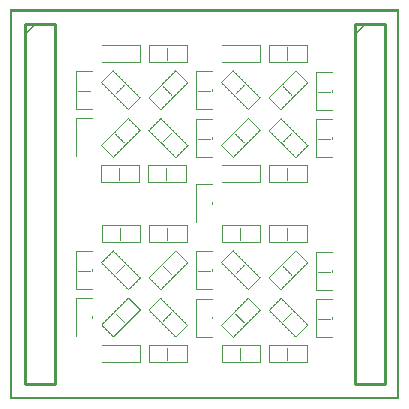
<source format=gto>
G04 MADE WITH FRITZING*
G04 WWW.FRITZING.ORG*
G04 DOUBLE SIDED*
G04 HOLES PLATED*
G04 CONTOUR ON CENTER OF CONTOUR VECTOR*
%ASAXBY*%
%FSLAX23Y23*%
%MOIN*%
%OFA0B0*%
%SFA1.0B1.0*%
%ADD10C,0.010000*%
%ADD11R,0.001000X0.001000*%
%LNSILK1*%
G90*
G70*
G54D10*
X50Y1250D02*
X50Y50D01*
X50Y50D02*
X150Y50D01*
X150Y50D02*
X150Y1250D01*
X150Y1250D02*
X50Y1250D01*
D02*
X1150Y1250D02*
X1150Y50D01*
X1150Y50D02*
X1250Y50D01*
X1250Y50D02*
X1250Y1250D01*
X1250Y1250D02*
X1150Y1250D01*
G54D11*
X0Y1300D02*
X1298Y1300D01*
X0Y1299D02*
X1298Y1299D01*
X0Y1298D02*
X1298Y1298D01*
X0Y1297D02*
X1298Y1297D01*
X0Y1296D02*
X1298Y1296D01*
X0Y1295D02*
X1298Y1295D01*
X0Y1294D02*
X1298Y1294D01*
X0Y1293D02*
X1298Y1293D01*
X0Y1292D02*
X7Y1292D01*
X1291Y1292D02*
X1298Y1292D01*
X0Y1291D02*
X7Y1291D01*
X1291Y1291D02*
X1298Y1291D01*
X0Y1290D02*
X7Y1290D01*
X1291Y1290D02*
X1298Y1290D01*
X0Y1289D02*
X7Y1289D01*
X1291Y1289D02*
X1298Y1289D01*
X0Y1288D02*
X7Y1288D01*
X1291Y1288D02*
X1298Y1288D01*
X0Y1287D02*
X7Y1287D01*
X1291Y1287D02*
X1298Y1287D01*
X0Y1286D02*
X7Y1286D01*
X1291Y1286D02*
X1298Y1286D01*
X0Y1285D02*
X7Y1285D01*
X1291Y1285D02*
X1298Y1285D01*
X0Y1284D02*
X7Y1284D01*
X1291Y1284D02*
X1298Y1284D01*
X0Y1283D02*
X7Y1283D01*
X1291Y1283D02*
X1298Y1283D01*
X0Y1282D02*
X7Y1282D01*
X1291Y1282D02*
X1298Y1282D01*
X0Y1281D02*
X7Y1281D01*
X1291Y1281D02*
X1298Y1281D01*
X0Y1280D02*
X7Y1280D01*
X1291Y1280D02*
X1298Y1280D01*
X0Y1279D02*
X7Y1279D01*
X1291Y1279D02*
X1298Y1279D01*
X0Y1278D02*
X7Y1278D01*
X1291Y1278D02*
X1298Y1278D01*
X0Y1277D02*
X7Y1277D01*
X1291Y1277D02*
X1298Y1277D01*
X0Y1276D02*
X7Y1276D01*
X1291Y1276D02*
X1298Y1276D01*
X0Y1275D02*
X7Y1275D01*
X1291Y1275D02*
X1298Y1275D01*
X0Y1274D02*
X7Y1274D01*
X1291Y1274D02*
X1298Y1274D01*
X0Y1273D02*
X7Y1273D01*
X1291Y1273D02*
X1298Y1273D01*
X0Y1272D02*
X7Y1272D01*
X1291Y1272D02*
X1298Y1272D01*
X0Y1271D02*
X7Y1271D01*
X1291Y1271D02*
X1298Y1271D01*
X0Y1270D02*
X7Y1270D01*
X1291Y1270D02*
X1298Y1270D01*
X0Y1269D02*
X7Y1269D01*
X1291Y1269D02*
X1298Y1269D01*
X0Y1268D02*
X7Y1268D01*
X1291Y1268D02*
X1298Y1268D01*
X0Y1267D02*
X7Y1267D01*
X1291Y1267D02*
X1298Y1267D01*
X0Y1266D02*
X7Y1266D01*
X1291Y1266D02*
X1298Y1266D01*
X0Y1265D02*
X7Y1265D01*
X1291Y1265D02*
X1298Y1265D01*
X0Y1264D02*
X7Y1264D01*
X1291Y1264D02*
X1298Y1264D01*
X0Y1263D02*
X7Y1263D01*
X1291Y1263D02*
X1298Y1263D01*
X0Y1262D02*
X7Y1262D01*
X1291Y1262D02*
X1298Y1262D01*
X0Y1261D02*
X7Y1261D01*
X1291Y1261D02*
X1298Y1261D01*
X0Y1260D02*
X7Y1260D01*
X1291Y1260D02*
X1298Y1260D01*
X0Y1259D02*
X7Y1259D01*
X1291Y1259D02*
X1298Y1259D01*
X0Y1258D02*
X7Y1258D01*
X1291Y1258D02*
X1298Y1258D01*
X0Y1257D02*
X7Y1257D01*
X1291Y1257D02*
X1298Y1257D01*
X0Y1256D02*
X7Y1256D01*
X1291Y1256D02*
X1298Y1256D01*
X0Y1255D02*
X7Y1255D01*
X1291Y1255D02*
X1298Y1255D01*
X0Y1254D02*
X7Y1254D01*
X1291Y1254D02*
X1298Y1254D01*
X0Y1253D02*
X7Y1253D01*
X1291Y1253D02*
X1298Y1253D01*
X0Y1252D02*
X7Y1252D01*
X1291Y1252D02*
X1298Y1252D01*
X0Y1251D02*
X7Y1251D01*
X82Y1251D02*
X83Y1251D01*
X1182Y1251D02*
X1183Y1251D01*
X1291Y1251D02*
X1298Y1251D01*
X0Y1250D02*
X7Y1250D01*
X81Y1250D02*
X84Y1250D01*
X1181Y1250D02*
X1184Y1250D01*
X1291Y1250D02*
X1298Y1250D01*
X0Y1249D02*
X7Y1249D01*
X80Y1249D02*
X85Y1249D01*
X1180Y1249D02*
X1185Y1249D01*
X1291Y1249D02*
X1298Y1249D01*
X0Y1248D02*
X7Y1248D01*
X79Y1248D02*
X85Y1248D01*
X1179Y1248D02*
X1185Y1248D01*
X1291Y1248D02*
X1298Y1248D01*
X0Y1247D02*
X7Y1247D01*
X78Y1247D02*
X84Y1247D01*
X1178Y1247D02*
X1184Y1247D01*
X1291Y1247D02*
X1298Y1247D01*
X0Y1246D02*
X7Y1246D01*
X77Y1246D02*
X83Y1246D01*
X1177Y1246D02*
X1183Y1246D01*
X1291Y1246D02*
X1298Y1246D01*
X0Y1245D02*
X7Y1245D01*
X76Y1245D02*
X82Y1245D01*
X1176Y1245D02*
X1182Y1245D01*
X1291Y1245D02*
X1298Y1245D01*
X0Y1244D02*
X7Y1244D01*
X75Y1244D02*
X81Y1244D01*
X1175Y1244D02*
X1181Y1244D01*
X1291Y1244D02*
X1298Y1244D01*
X0Y1243D02*
X7Y1243D01*
X74Y1243D02*
X80Y1243D01*
X1174Y1243D02*
X1180Y1243D01*
X1291Y1243D02*
X1298Y1243D01*
X0Y1242D02*
X7Y1242D01*
X73Y1242D02*
X79Y1242D01*
X1173Y1242D02*
X1179Y1242D01*
X1291Y1242D02*
X1298Y1242D01*
X0Y1241D02*
X7Y1241D01*
X72Y1241D02*
X78Y1241D01*
X1172Y1241D02*
X1178Y1241D01*
X1291Y1241D02*
X1298Y1241D01*
X0Y1240D02*
X7Y1240D01*
X71Y1240D02*
X77Y1240D01*
X1171Y1240D02*
X1177Y1240D01*
X1291Y1240D02*
X1298Y1240D01*
X0Y1239D02*
X7Y1239D01*
X70Y1239D02*
X76Y1239D01*
X1170Y1239D02*
X1176Y1239D01*
X1291Y1239D02*
X1298Y1239D01*
X0Y1238D02*
X7Y1238D01*
X69Y1238D02*
X75Y1238D01*
X1169Y1238D02*
X1175Y1238D01*
X1291Y1238D02*
X1298Y1238D01*
X0Y1237D02*
X7Y1237D01*
X68Y1237D02*
X74Y1237D01*
X1168Y1237D02*
X1174Y1237D01*
X1291Y1237D02*
X1298Y1237D01*
X0Y1236D02*
X7Y1236D01*
X67Y1236D02*
X73Y1236D01*
X1167Y1236D02*
X1173Y1236D01*
X1291Y1236D02*
X1298Y1236D01*
X0Y1235D02*
X7Y1235D01*
X66Y1235D02*
X72Y1235D01*
X1166Y1235D02*
X1172Y1235D01*
X1291Y1235D02*
X1298Y1235D01*
X0Y1234D02*
X7Y1234D01*
X65Y1234D02*
X71Y1234D01*
X1165Y1234D02*
X1170Y1234D01*
X1291Y1234D02*
X1298Y1234D01*
X0Y1233D02*
X7Y1233D01*
X64Y1233D02*
X69Y1233D01*
X1164Y1233D02*
X1169Y1233D01*
X1291Y1233D02*
X1298Y1233D01*
X0Y1232D02*
X7Y1232D01*
X63Y1232D02*
X68Y1232D01*
X1163Y1232D02*
X1168Y1232D01*
X1291Y1232D02*
X1298Y1232D01*
X0Y1231D02*
X7Y1231D01*
X62Y1231D02*
X67Y1231D01*
X1162Y1231D02*
X1167Y1231D01*
X1291Y1231D02*
X1298Y1231D01*
X0Y1230D02*
X7Y1230D01*
X61Y1230D02*
X66Y1230D01*
X1161Y1230D02*
X1166Y1230D01*
X1291Y1230D02*
X1298Y1230D01*
X0Y1229D02*
X7Y1229D01*
X60Y1229D02*
X66Y1229D01*
X1160Y1229D02*
X1165Y1229D01*
X1291Y1229D02*
X1298Y1229D01*
X0Y1228D02*
X7Y1228D01*
X59Y1228D02*
X65Y1228D01*
X1159Y1228D02*
X1165Y1228D01*
X1291Y1228D02*
X1298Y1228D01*
X0Y1227D02*
X7Y1227D01*
X58Y1227D02*
X64Y1227D01*
X1158Y1227D02*
X1164Y1227D01*
X1291Y1227D02*
X1298Y1227D01*
X0Y1226D02*
X7Y1226D01*
X57Y1226D02*
X63Y1226D01*
X1157Y1226D02*
X1163Y1226D01*
X1291Y1226D02*
X1298Y1226D01*
X0Y1225D02*
X7Y1225D01*
X56Y1225D02*
X62Y1225D01*
X1156Y1225D02*
X1162Y1225D01*
X1291Y1225D02*
X1298Y1225D01*
X0Y1224D02*
X7Y1224D01*
X55Y1224D02*
X61Y1224D01*
X1155Y1224D02*
X1161Y1224D01*
X1291Y1224D02*
X1298Y1224D01*
X0Y1223D02*
X7Y1223D01*
X54Y1223D02*
X60Y1223D01*
X1154Y1223D02*
X1160Y1223D01*
X1291Y1223D02*
X1298Y1223D01*
X0Y1222D02*
X7Y1222D01*
X53Y1222D02*
X59Y1222D01*
X1153Y1222D02*
X1159Y1222D01*
X1291Y1222D02*
X1298Y1222D01*
X0Y1221D02*
X7Y1221D01*
X52Y1221D02*
X58Y1221D01*
X1152Y1221D02*
X1158Y1221D01*
X1291Y1221D02*
X1298Y1221D01*
X0Y1220D02*
X7Y1220D01*
X51Y1220D02*
X57Y1220D01*
X1151Y1220D02*
X1157Y1220D01*
X1291Y1220D02*
X1298Y1220D01*
X0Y1219D02*
X7Y1219D01*
X50Y1219D02*
X56Y1219D01*
X1150Y1219D02*
X1156Y1219D01*
X1291Y1219D02*
X1298Y1219D01*
X0Y1218D02*
X7Y1218D01*
X49Y1218D02*
X55Y1218D01*
X1149Y1218D02*
X1155Y1218D01*
X1291Y1218D02*
X1298Y1218D01*
X0Y1217D02*
X7Y1217D01*
X49Y1217D02*
X54Y1217D01*
X1148Y1217D02*
X1154Y1217D01*
X1291Y1217D02*
X1298Y1217D01*
X0Y1216D02*
X7Y1216D01*
X49Y1216D02*
X53Y1216D01*
X1149Y1216D02*
X1153Y1216D01*
X1291Y1216D02*
X1298Y1216D01*
X0Y1215D02*
X7Y1215D01*
X50Y1215D02*
X52Y1215D01*
X1150Y1215D02*
X1152Y1215D01*
X1291Y1215D02*
X1298Y1215D01*
X0Y1214D02*
X7Y1214D01*
X1151Y1214D02*
X1151Y1214D01*
X1291Y1214D02*
X1298Y1214D01*
X0Y1213D02*
X7Y1213D01*
X1291Y1213D02*
X1298Y1213D01*
X0Y1212D02*
X7Y1212D01*
X1291Y1212D02*
X1298Y1212D01*
X0Y1211D02*
X7Y1211D01*
X1291Y1211D02*
X1298Y1211D01*
X0Y1210D02*
X7Y1210D01*
X1291Y1210D02*
X1298Y1210D01*
X0Y1209D02*
X7Y1209D01*
X1291Y1209D02*
X1298Y1209D01*
X0Y1208D02*
X7Y1208D01*
X1291Y1208D02*
X1298Y1208D01*
X0Y1207D02*
X7Y1207D01*
X1291Y1207D02*
X1298Y1207D01*
X0Y1206D02*
X7Y1206D01*
X1291Y1206D02*
X1298Y1206D01*
X0Y1205D02*
X7Y1205D01*
X1291Y1205D02*
X1298Y1205D01*
X0Y1204D02*
X7Y1204D01*
X1291Y1204D02*
X1298Y1204D01*
X0Y1203D02*
X7Y1203D01*
X1291Y1203D02*
X1298Y1203D01*
X0Y1202D02*
X7Y1202D01*
X1291Y1202D02*
X1298Y1202D01*
X0Y1201D02*
X7Y1201D01*
X1291Y1201D02*
X1298Y1201D01*
X0Y1200D02*
X7Y1200D01*
X1291Y1200D02*
X1298Y1200D01*
X0Y1199D02*
X7Y1199D01*
X1291Y1199D02*
X1298Y1199D01*
X0Y1198D02*
X7Y1198D01*
X1291Y1198D02*
X1298Y1198D01*
X0Y1197D02*
X7Y1197D01*
X1291Y1197D02*
X1298Y1197D01*
X0Y1196D02*
X7Y1196D01*
X1291Y1196D02*
X1298Y1196D01*
X0Y1195D02*
X7Y1195D01*
X1291Y1195D02*
X1298Y1195D01*
X0Y1194D02*
X7Y1194D01*
X1291Y1194D02*
X1298Y1194D01*
X0Y1193D02*
X7Y1193D01*
X1291Y1193D02*
X1298Y1193D01*
X0Y1192D02*
X7Y1192D01*
X1291Y1192D02*
X1298Y1192D01*
X0Y1191D02*
X7Y1191D01*
X1291Y1191D02*
X1298Y1191D01*
X0Y1190D02*
X7Y1190D01*
X1291Y1190D02*
X1298Y1190D01*
X0Y1189D02*
X7Y1189D01*
X1291Y1189D02*
X1298Y1189D01*
X0Y1188D02*
X7Y1188D01*
X1291Y1188D02*
X1298Y1188D01*
X0Y1187D02*
X7Y1187D01*
X1291Y1187D02*
X1298Y1187D01*
X0Y1186D02*
X7Y1186D01*
X1291Y1186D02*
X1298Y1186D01*
X0Y1185D02*
X7Y1185D01*
X1291Y1185D02*
X1298Y1185D01*
X0Y1184D02*
X7Y1184D01*
X1291Y1184D02*
X1298Y1184D01*
X0Y1183D02*
X7Y1183D01*
X1291Y1183D02*
X1298Y1183D01*
X0Y1182D02*
X7Y1182D01*
X1291Y1182D02*
X1298Y1182D01*
X0Y1181D02*
X7Y1181D01*
X1291Y1181D02*
X1298Y1181D01*
X0Y1180D02*
X7Y1180D01*
X306Y1180D02*
X435Y1180D01*
X463Y1180D02*
X592Y1180D01*
X706Y1180D02*
X835Y1180D01*
X864Y1180D02*
X993Y1180D01*
X1291Y1180D02*
X1298Y1180D01*
X0Y1179D02*
X7Y1179D01*
X306Y1179D02*
X435Y1179D01*
X463Y1179D02*
X592Y1179D01*
X706Y1179D02*
X835Y1179D01*
X864Y1179D02*
X993Y1179D01*
X1291Y1179D02*
X1298Y1179D01*
X0Y1178D02*
X7Y1178D01*
X306Y1178D02*
X435Y1178D01*
X463Y1178D02*
X592Y1178D01*
X706Y1178D02*
X709Y1178D01*
X766Y1178D02*
X776Y1178D01*
X833Y1178D02*
X835Y1178D01*
X864Y1178D02*
X866Y1178D01*
X923Y1178D02*
X933Y1178D01*
X990Y1178D02*
X993Y1178D01*
X1291Y1178D02*
X1298Y1178D01*
X0Y1177D02*
X7Y1177D01*
X306Y1177D02*
X308Y1177D01*
X366Y1177D02*
X375Y1177D01*
X433Y1177D02*
X435Y1177D01*
X463Y1177D02*
X465Y1177D01*
X523Y1177D02*
X532Y1177D01*
X590Y1177D02*
X592Y1177D01*
X706Y1177D02*
X708Y1177D01*
X833Y1177D02*
X835Y1177D01*
X864Y1177D02*
X866Y1177D01*
X991Y1177D02*
X993Y1177D01*
X1291Y1177D02*
X1298Y1177D01*
X0Y1176D02*
X7Y1176D01*
X306Y1176D02*
X308Y1176D01*
X433Y1176D02*
X435Y1176D01*
X463Y1176D02*
X465Y1176D01*
X590Y1176D02*
X592Y1176D01*
X706Y1176D02*
X708Y1176D01*
X833Y1176D02*
X835Y1176D01*
X864Y1176D02*
X866Y1176D01*
X991Y1176D02*
X993Y1176D01*
X1291Y1176D02*
X1298Y1176D01*
X0Y1175D02*
X7Y1175D01*
X306Y1175D02*
X308Y1175D01*
X433Y1175D02*
X435Y1175D01*
X463Y1175D02*
X465Y1175D01*
X590Y1175D02*
X592Y1175D01*
X706Y1175D02*
X708Y1175D01*
X833Y1175D02*
X835Y1175D01*
X864Y1175D02*
X866Y1175D01*
X991Y1175D02*
X993Y1175D01*
X1291Y1175D02*
X1298Y1175D01*
X0Y1174D02*
X7Y1174D01*
X306Y1174D02*
X308Y1174D01*
X433Y1174D02*
X435Y1174D01*
X463Y1174D02*
X465Y1174D01*
X590Y1174D02*
X592Y1174D01*
X706Y1174D02*
X708Y1174D01*
X833Y1174D02*
X835Y1174D01*
X864Y1174D02*
X866Y1174D01*
X991Y1174D02*
X993Y1174D01*
X1291Y1174D02*
X1298Y1174D01*
X0Y1173D02*
X7Y1173D01*
X306Y1173D02*
X308Y1173D01*
X433Y1173D02*
X435Y1173D01*
X463Y1173D02*
X465Y1173D01*
X590Y1173D02*
X592Y1173D01*
X706Y1173D02*
X708Y1173D01*
X767Y1173D02*
X768Y1173D01*
X833Y1173D02*
X835Y1173D01*
X864Y1173D02*
X866Y1173D01*
X924Y1173D02*
X925Y1173D01*
X991Y1173D02*
X993Y1173D01*
X1291Y1173D02*
X1298Y1173D01*
X0Y1172D02*
X7Y1172D01*
X306Y1172D02*
X308Y1172D01*
X366Y1172D02*
X368Y1172D01*
X433Y1172D02*
X435Y1172D01*
X463Y1172D02*
X465Y1172D01*
X523Y1172D02*
X525Y1172D01*
X590Y1172D02*
X592Y1172D01*
X706Y1172D02*
X708Y1172D01*
X767Y1172D02*
X768Y1172D01*
X833Y1172D02*
X835Y1172D01*
X864Y1172D02*
X866Y1172D01*
X924Y1172D02*
X926Y1172D01*
X991Y1172D02*
X993Y1172D01*
X1291Y1172D02*
X1298Y1172D01*
X0Y1171D02*
X7Y1171D01*
X306Y1171D02*
X308Y1171D01*
X366Y1171D02*
X368Y1171D01*
X433Y1171D02*
X435Y1171D01*
X463Y1171D02*
X465Y1171D01*
X523Y1171D02*
X525Y1171D01*
X590Y1171D02*
X592Y1171D01*
X706Y1171D02*
X708Y1171D01*
X767Y1171D02*
X768Y1171D01*
X833Y1171D02*
X835Y1171D01*
X864Y1171D02*
X866Y1171D01*
X924Y1171D02*
X926Y1171D01*
X991Y1171D02*
X993Y1171D01*
X1291Y1171D02*
X1298Y1171D01*
X0Y1170D02*
X7Y1170D01*
X306Y1170D02*
X308Y1170D01*
X366Y1170D02*
X368Y1170D01*
X433Y1170D02*
X435Y1170D01*
X463Y1170D02*
X465Y1170D01*
X523Y1170D02*
X525Y1170D01*
X590Y1170D02*
X592Y1170D01*
X706Y1170D02*
X708Y1170D01*
X767Y1170D02*
X768Y1170D01*
X833Y1170D02*
X835Y1170D01*
X864Y1170D02*
X866Y1170D01*
X924Y1170D02*
X926Y1170D01*
X991Y1170D02*
X993Y1170D01*
X1291Y1170D02*
X1298Y1170D01*
X0Y1169D02*
X7Y1169D01*
X306Y1169D02*
X308Y1169D01*
X366Y1169D02*
X368Y1169D01*
X433Y1169D02*
X435Y1169D01*
X463Y1169D02*
X465Y1169D01*
X523Y1169D02*
X525Y1169D01*
X590Y1169D02*
X592Y1169D01*
X706Y1169D02*
X708Y1169D01*
X767Y1169D02*
X768Y1169D01*
X833Y1169D02*
X835Y1169D01*
X864Y1169D02*
X866Y1169D01*
X924Y1169D02*
X926Y1169D01*
X991Y1169D02*
X993Y1169D01*
X1291Y1169D02*
X1298Y1169D01*
X0Y1168D02*
X7Y1168D01*
X306Y1168D02*
X308Y1168D01*
X366Y1168D02*
X368Y1168D01*
X433Y1168D02*
X435Y1168D01*
X463Y1168D02*
X465Y1168D01*
X523Y1168D02*
X525Y1168D01*
X590Y1168D02*
X592Y1168D01*
X706Y1168D02*
X708Y1168D01*
X767Y1168D02*
X768Y1168D01*
X833Y1168D02*
X835Y1168D01*
X864Y1168D02*
X866Y1168D01*
X924Y1168D02*
X926Y1168D01*
X991Y1168D02*
X993Y1168D01*
X1291Y1168D02*
X1298Y1168D01*
X0Y1167D02*
X7Y1167D01*
X306Y1167D02*
X308Y1167D01*
X366Y1167D02*
X368Y1167D01*
X433Y1167D02*
X435Y1167D01*
X463Y1167D02*
X465Y1167D01*
X523Y1167D02*
X525Y1167D01*
X590Y1167D02*
X592Y1167D01*
X706Y1167D02*
X708Y1167D01*
X767Y1167D02*
X768Y1167D01*
X833Y1167D02*
X835Y1167D01*
X864Y1167D02*
X866Y1167D01*
X924Y1167D02*
X926Y1167D01*
X991Y1167D02*
X993Y1167D01*
X1291Y1167D02*
X1298Y1167D01*
X0Y1166D02*
X7Y1166D01*
X306Y1166D02*
X308Y1166D01*
X366Y1166D02*
X368Y1166D01*
X433Y1166D02*
X435Y1166D01*
X463Y1166D02*
X465Y1166D01*
X523Y1166D02*
X525Y1166D01*
X590Y1166D02*
X592Y1166D01*
X706Y1166D02*
X708Y1166D01*
X767Y1166D02*
X768Y1166D01*
X833Y1166D02*
X835Y1166D01*
X864Y1166D02*
X866Y1166D01*
X924Y1166D02*
X926Y1166D01*
X991Y1166D02*
X993Y1166D01*
X1291Y1166D02*
X1298Y1166D01*
X0Y1165D02*
X7Y1165D01*
X306Y1165D02*
X308Y1165D01*
X366Y1165D02*
X368Y1165D01*
X433Y1165D02*
X435Y1165D01*
X463Y1165D02*
X465Y1165D01*
X523Y1165D02*
X525Y1165D01*
X590Y1165D02*
X592Y1165D01*
X706Y1165D02*
X708Y1165D01*
X767Y1165D02*
X768Y1165D01*
X833Y1165D02*
X835Y1165D01*
X864Y1165D02*
X866Y1165D01*
X924Y1165D02*
X926Y1165D01*
X991Y1165D02*
X993Y1165D01*
X1291Y1165D02*
X1298Y1165D01*
X0Y1164D02*
X7Y1164D01*
X306Y1164D02*
X308Y1164D01*
X366Y1164D02*
X368Y1164D01*
X433Y1164D02*
X435Y1164D01*
X463Y1164D02*
X465Y1164D01*
X523Y1164D02*
X525Y1164D01*
X590Y1164D02*
X592Y1164D01*
X706Y1164D02*
X708Y1164D01*
X767Y1164D02*
X768Y1164D01*
X833Y1164D02*
X835Y1164D01*
X864Y1164D02*
X866Y1164D01*
X924Y1164D02*
X926Y1164D01*
X991Y1164D02*
X993Y1164D01*
X1291Y1164D02*
X1298Y1164D01*
X0Y1163D02*
X7Y1163D01*
X306Y1163D02*
X308Y1163D01*
X366Y1163D02*
X368Y1163D01*
X433Y1163D02*
X435Y1163D01*
X463Y1163D02*
X465Y1163D01*
X523Y1163D02*
X525Y1163D01*
X590Y1163D02*
X592Y1163D01*
X706Y1163D02*
X708Y1163D01*
X767Y1163D02*
X768Y1163D01*
X833Y1163D02*
X835Y1163D01*
X864Y1163D02*
X866Y1163D01*
X924Y1163D02*
X926Y1163D01*
X991Y1163D02*
X993Y1163D01*
X1291Y1163D02*
X1298Y1163D01*
X0Y1162D02*
X7Y1162D01*
X306Y1162D02*
X308Y1162D01*
X366Y1162D02*
X368Y1162D01*
X433Y1162D02*
X435Y1162D01*
X463Y1162D02*
X465Y1162D01*
X523Y1162D02*
X525Y1162D01*
X590Y1162D02*
X592Y1162D01*
X706Y1162D02*
X708Y1162D01*
X767Y1162D02*
X768Y1162D01*
X833Y1162D02*
X835Y1162D01*
X864Y1162D02*
X866Y1162D01*
X924Y1162D02*
X926Y1162D01*
X991Y1162D02*
X993Y1162D01*
X1291Y1162D02*
X1298Y1162D01*
X0Y1161D02*
X7Y1161D01*
X306Y1161D02*
X308Y1161D01*
X366Y1161D02*
X368Y1161D01*
X433Y1161D02*
X435Y1161D01*
X463Y1161D02*
X465Y1161D01*
X523Y1161D02*
X525Y1161D01*
X590Y1161D02*
X592Y1161D01*
X706Y1161D02*
X708Y1161D01*
X767Y1161D02*
X768Y1161D01*
X833Y1161D02*
X835Y1161D01*
X864Y1161D02*
X866Y1161D01*
X924Y1161D02*
X926Y1161D01*
X991Y1161D02*
X993Y1161D01*
X1291Y1161D02*
X1298Y1161D01*
X0Y1160D02*
X7Y1160D01*
X306Y1160D02*
X308Y1160D01*
X366Y1160D02*
X368Y1160D01*
X433Y1160D02*
X435Y1160D01*
X463Y1160D02*
X465Y1160D01*
X523Y1160D02*
X525Y1160D01*
X590Y1160D02*
X592Y1160D01*
X706Y1160D02*
X708Y1160D01*
X767Y1160D02*
X768Y1160D01*
X833Y1160D02*
X835Y1160D01*
X864Y1160D02*
X866Y1160D01*
X924Y1160D02*
X926Y1160D01*
X991Y1160D02*
X993Y1160D01*
X1291Y1160D02*
X1298Y1160D01*
X0Y1159D02*
X7Y1159D01*
X306Y1159D02*
X308Y1159D01*
X366Y1159D02*
X368Y1159D01*
X433Y1159D02*
X435Y1159D01*
X463Y1159D02*
X465Y1159D01*
X523Y1159D02*
X525Y1159D01*
X590Y1159D02*
X592Y1159D01*
X706Y1159D02*
X708Y1159D01*
X767Y1159D02*
X768Y1159D01*
X833Y1159D02*
X835Y1159D01*
X864Y1159D02*
X866Y1159D01*
X924Y1159D02*
X926Y1159D01*
X991Y1159D02*
X993Y1159D01*
X1291Y1159D02*
X1298Y1159D01*
X0Y1158D02*
X7Y1158D01*
X306Y1158D02*
X308Y1158D01*
X366Y1158D02*
X368Y1158D01*
X433Y1158D02*
X435Y1158D01*
X463Y1158D02*
X465Y1158D01*
X523Y1158D02*
X525Y1158D01*
X590Y1158D02*
X592Y1158D01*
X706Y1158D02*
X708Y1158D01*
X767Y1158D02*
X768Y1158D01*
X833Y1158D02*
X835Y1158D01*
X864Y1158D02*
X866Y1158D01*
X924Y1158D02*
X926Y1158D01*
X991Y1158D02*
X993Y1158D01*
X1291Y1158D02*
X1298Y1158D01*
X0Y1157D02*
X7Y1157D01*
X306Y1157D02*
X308Y1157D01*
X366Y1157D02*
X368Y1157D01*
X433Y1157D02*
X435Y1157D01*
X463Y1157D02*
X465Y1157D01*
X523Y1157D02*
X525Y1157D01*
X590Y1157D02*
X592Y1157D01*
X706Y1157D02*
X708Y1157D01*
X767Y1157D02*
X768Y1157D01*
X833Y1157D02*
X835Y1157D01*
X864Y1157D02*
X866Y1157D01*
X924Y1157D02*
X926Y1157D01*
X991Y1157D02*
X993Y1157D01*
X1291Y1157D02*
X1298Y1157D01*
X0Y1156D02*
X7Y1156D01*
X306Y1156D02*
X308Y1156D01*
X366Y1156D02*
X368Y1156D01*
X433Y1156D02*
X435Y1156D01*
X463Y1156D02*
X465Y1156D01*
X523Y1156D02*
X525Y1156D01*
X590Y1156D02*
X592Y1156D01*
X706Y1156D02*
X708Y1156D01*
X767Y1156D02*
X768Y1156D01*
X833Y1156D02*
X835Y1156D01*
X864Y1156D02*
X866Y1156D01*
X924Y1156D02*
X926Y1156D01*
X991Y1156D02*
X993Y1156D01*
X1291Y1156D02*
X1298Y1156D01*
X0Y1155D02*
X7Y1155D01*
X306Y1155D02*
X308Y1155D01*
X366Y1155D02*
X368Y1155D01*
X433Y1155D02*
X435Y1155D01*
X463Y1155D02*
X465Y1155D01*
X523Y1155D02*
X525Y1155D01*
X590Y1155D02*
X592Y1155D01*
X706Y1155D02*
X708Y1155D01*
X767Y1155D02*
X768Y1155D01*
X833Y1155D02*
X835Y1155D01*
X864Y1155D02*
X866Y1155D01*
X924Y1155D02*
X926Y1155D01*
X991Y1155D02*
X993Y1155D01*
X1291Y1155D02*
X1298Y1155D01*
X0Y1154D02*
X7Y1154D01*
X306Y1154D02*
X308Y1154D01*
X366Y1154D02*
X368Y1154D01*
X433Y1154D02*
X435Y1154D01*
X463Y1154D02*
X465Y1154D01*
X523Y1154D02*
X525Y1154D01*
X590Y1154D02*
X592Y1154D01*
X706Y1154D02*
X708Y1154D01*
X767Y1154D02*
X768Y1154D01*
X833Y1154D02*
X835Y1154D01*
X864Y1154D02*
X866Y1154D01*
X924Y1154D02*
X926Y1154D01*
X991Y1154D02*
X993Y1154D01*
X1291Y1154D02*
X1298Y1154D01*
X0Y1153D02*
X7Y1153D01*
X306Y1153D02*
X308Y1153D01*
X366Y1153D02*
X368Y1153D01*
X433Y1153D02*
X435Y1153D01*
X463Y1153D02*
X465Y1153D01*
X523Y1153D02*
X525Y1153D01*
X590Y1153D02*
X592Y1153D01*
X706Y1153D02*
X708Y1153D01*
X767Y1153D02*
X768Y1153D01*
X833Y1153D02*
X835Y1153D01*
X864Y1153D02*
X866Y1153D01*
X924Y1153D02*
X926Y1153D01*
X991Y1153D02*
X993Y1153D01*
X1291Y1153D02*
X1298Y1153D01*
X0Y1152D02*
X7Y1152D01*
X306Y1152D02*
X308Y1152D01*
X366Y1152D02*
X368Y1152D01*
X433Y1152D02*
X435Y1152D01*
X463Y1152D02*
X465Y1152D01*
X523Y1152D02*
X525Y1152D01*
X590Y1152D02*
X592Y1152D01*
X706Y1152D02*
X708Y1152D01*
X767Y1152D02*
X768Y1152D01*
X833Y1152D02*
X835Y1152D01*
X864Y1152D02*
X866Y1152D01*
X924Y1152D02*
X926Y1152D01*
X991Y1152D02*
X993Y1152D01*
X1291Y1152D02*
X1298Y1152D01*
X0Y1151D02*
X7Y1151D01*
X306Y1151D02*
X308Y1151D01*
X366Y1151D02*
X368Y1151D01*
X433Y1151D02*
X435Y1151D01*
X463Y1151D02*
X465Y1151D01*
X523Y1151D02*
X525Y1151D01*
X590Y1151D02*
X592Y1151D01*
X706Y1151D02*
X708Y1151D01*
X767Y1151D02*
X768Y1151D01*
X833Y1151D02*
X835Y1151D01*
X864Y1151D02*
X866Y1151D01*
X924Y1151D02*
X926Y1151D01*
X991Y1151D02*
X993Y1151D01*
X1291Y1151D02*
X1298Y1151D01*
X0Y1150D02*
X7Y1150D01*
X306Y1150D02*
X308Y1150D01*
X366Y1150D02*
X368Y1150D01*
X433Y1150D02*
X435Y1150D01*
X463Y1150D02*
X465Y1150D01*
X523Y1150D02*
X525Y1150D01*
X590Y1150D02*
X592Y1150D01*
X706Y1150D02*
X708Y1150D01*
X767Y1150D02*
X768Y1150D01*
X833Y1150D02*
X835Y1150D01*
X864Y1150D02*
X866Y1150D01*
X924Y1150D02*
X926Y1150D01*
X991Y1150D02*
X993Y1150D01*
X1291Y1150D02*
X1298Y1150D01*
X0Y1149D02*
X7Y1149D01*
X306Y1149D02*
X308Y1149D01*
X366Y1149D02*
X368Y1149D01*
X433Y1149D02*
X435Y1149D01*
X463Y1149D02*
X465Y1149D01*
X523Y1149D02*
X525Y1149D01*
X590Y1149D02*
X592Y1149D01*
X706Y1149D02*
X708Y1149D01*
X767Y1149D02*
X768Y1149D01*
X833Y1149D02*
X835Y1149D01*
X864Y1149D02*
X866Y1149D01*
X924Y1149D02*
X926Y1149D01*
X991Y1149D02*
X993Y1149D01*
X1291Y1149D02*
X1298Y1149D01*
X0Y1148D02*
X7Y1148D01*
X306Y1148D02*
X308Y1148D01*
X366Y1148D02*
X368Y1148D01*
X433Y1148D02*
X435Y1148D01*
X463Y1148D02*
X465Y1148D01*
X523Y1148D02*
X525Y1148D01*
X590Y1148D02*
X592Y1148D01*
X706Y1148D02*
X708Y1148D01*
X767Y1148D02*
X768Y1148D01*
X833Y1148D02*
X835Y1148D01*
X864Y1148D02*
X866Y1148D01*
X924Y1148D02*
X926Y1148D01*
X991Y1148D02*
X993Y1148D01*
X1291Y1148D02*
X1298Y1148D01*
X0Y1147D02*
X7Y1147D01*
X306Y1147D02*
X308Y1147D01*
X366Y1147D02*
X368Y1147D01*
X433Y1147D02*
X435Y1147D01*
X463Y1147D02*
X465Y1147D01*
X523Y1147D02*
X525Y1147D01*
X590Y1147D02*
X592Y1147D01*
X706Y1147D02*
X708Y1147D01*
X767Y1147D02*
X768Y1147D01*
X833Y1147D02*
X835Y1147D01*
X864Y1147D02*
X866Y1147D01*
X924Y1147D02*
X926Y1147D01*
X991Y1147D02*
X993Y1147D01*
X1291Y1147D02*
X1298Y1147D01*
X0Y1146D02*
X7Y1146D01*
X306Y1146D02*
X308Y1146D01*
X366Y1146D02*
X368Y1146D01*
X433Y1146D02*
X435Y1146D01*
X463Y1146D02*
X465Y1146D01*
X523Y1146D02*
X525Y1146D01*
X590Y1146D02*
X592Y1146D01*
X706Y1146D02*
X708Y1146D01*
X767Y1146D02*
X768Y1146D01*
X833Y1146D02*
X835Y1146D01*
X864Y1146D02*
X866Y1146D01*
X924Y1146D02*
X926Y1146D01*
X991Y1146D02*
X993Y1146D01*
X1291Y1146D02*
X1298Y1146D01*
X0Y1145D02*
X7Y1145D01*
X306Y1145D02*
X308Y1145D01*
X366Y1145D02*
X368Y1145D01*
X433Y1145D02*
X435Y1145D01*
X463Y1145D02*
X465Y1145D01*
X523Y1145D02*
X525Y1145D01*
X590Y1145D02*
X592Y1145D01*
X706Y1145D02*
X708Y1145D01*
X767Y1145D02*
X768Y1145D01*
X833Y1145D02*
X835Y1145D01*
X864Y1145D02*
X866Y1145D01*
X924Y1145D02*
X926Y1145D01*
X991Y1145D02*
X993Y1145D01*
X1291Y1145D02*
X1298Y1145D01*
X0Y1144D02*
X7Y1144D01*
X306Y1144D02*
X308Y1144D01*
X366Y1144D02*
X368Y1144D01*
X433Y1144D02*
X435Y1144D01*
X463Y1144D02*
X465Y1144D01*
X523Y1144D02*
X525Y1144D01*
X590Y1144D02*
X592Y1144D01*
X706Y1144D02*
X708Y1144D01*
X767Y1144D02*
X768Y1144D01*
X833Y1144D02*
X835Y1144D01*
X864Y1144D02*
X866Y1144D01*
X924Y1144D02*
X926Y1144D01*
X991Y1144D02*
X993Y1144D01*
X1291Y1144D02*
X1298Y1144D01*
X0Y1143D02*
X7Y1143D01*
X306Y1143D02*
X308Y1143D01*
X366Y1143D02*
X368Y1143D01*
X433Y1143D02*
X435Y1143D01*
X463Y1143D02*
X465Y1143D01*
X523Y1143D02*
X525Y1143D01*
X590Y1143D02*
X592Y1143D01*
X706Y1143D02*
X708Y1143D01*
X767Y1143D02*
X768Y1143D01*
X833Y1143D02*
X835Y1143D01*
X864Y1143D02*
X866Y1143D01*
X924Y1143D02*
X926Y1143D01*
X991Y1143D02*
X993Y1143D01*
X1291Y1143D02*
X1298Y1143D01*
X0Y1142D02*
X7Y1142D01*
X306Y1142D02*
X308Y1142D01*
X366Y1142D02*
X368Y1142D01*
X433Y1142D02*
X435Y1142D01*
X463Y1142D02*
X465Y1142D01*
X523Y1142D02*
X525Y1142D01*
X590Y1142D02*
X592Y1142D01*
X706Y1142D02*
X708Y1142D01*
X767Y1142D02*
X768Y1142D01*
X833Y1142D02*
X835Y1142D01*
X864Y1142D02*
X866Y1142D01*
X924Y1142D02*
X926Y1142D01*
X991Y1142D02*
X993Y1142D01*
X1291Y1142D02*
X1298Y1142D01*
X0Y1141D02*
X7Y1141D01*
X306Y1141D02*
X308Y1141D01*
X366Y1141D02*
X368Y1141D01*
X433Y1141D02*
X435Y1141D01*
X463Y1141D02*
X465Y1141D01*
X523Y1141D02*
X525Y1141D01*
X590Y1141D02*
X592Y1141D01*
X706Y1141D02*
X708Y1141D01*
X767Y1141D02*
X768Y1141D01*
X833Y1141D02*
X835Y1141D01*
X864Y1141D02*
X866Y1141D01*
X924Y1141D02*
X926Y1141D01*
X991Y1141D02*
X993Y1141D01*
X1291Y1141D02*
X1298Y1141D01*
X0Y1140D02*
X7Y1140D01*
X306Y1140D02*
X308Y1140D01*
X366Y1140D02*
X368Y1140D01*
X433Y1140D02*
X435Y1140D01*
X463Y1140D02*
X465Y1140D01*
X523Y1140D02*
X525Y1140D01*
X590Y1140D02*
X592Y1140D01*
X706Y1140D02*
X708Y1140D01*
X767Y1140D02*
X768Y1140D01*
X833Y1140D02*
X835Y1140D01*
X864Y1140D02*
X866Y1140D01*
X924Y1140D02*
X926Y1140D01*
X991Y1140D02*
X993Y1140D01*
X1291Y1140D02*
X1298Y1140D01*
X0Y1139D02*
X7Y1139D01*
X306Y1139D02*
X308Y1139D01*
X366Y1139D02*
X368Y1139D01*
X433Y1139D02*
X435Y1139D01*
X463Y1139D02*
X465Y1139D01*
X523Y1139D02*
X525Y1139D01*
X590Y1139D02*
X592Y1139D01*
X706Y1139D02*
X708Y1139D01*
X767Y1139D02*
X768Y1139D01*
X833Y1139D02*
X835Y1139D01*
X864Y1139D02*
X866Y1139D01*
X924Y1139D02*
X926Y1139D01*
X991Y1139D02*
X993Y1139D01*
X1291Y1139D02*
X1298Y1139D01*
X0Y1138D02*
X7Y1138D01*
X306Y1138D02*
X308Y1138D01*
X366Y1138D02*
X368Y1138D01*
X433Y1138D02*
X435Y1138D01*
X463Y1138D02*
X465Y1138D01*
X523Y1138D02*
X525Y1138D01*
X590Y1138D02*
X592Y1138D01*
X706Y1138D02*
X708Y1138D01*
X767Y1138D02*
X768Y1138D01*
X833Y1138D02*
X835Y1138D01*
X864Y1138D02*
X866Y1138D01*
X924Y1138D02*
X926Y1138D01*
X991Y1138D02*
X993Y1138D01*
X1291Y1138D02*
X1298Y1138D01*
X0Y1137D02*
X7Y1137D01*
X306Y1137D02*
X308Y1137D01*
X366Y1137D02*
X368Y1137D01*
X433Y1137D02*
X435Y1137D01*
X463Y1137D02*
X465Y1137D01*
X523Y1137D02*
X525Y1137D01*
X590Y1137D02*
X592Y1137D01*
X706Y1137D02*
X708Y1137D01*
X767Y1137D02*
X768Y1137D01*
X833Y1137D02*
X835Y1137D01*
X864Y1137D02*
X866Y1137D01*
X924Y1137D02*
X926Y1137D01*
X991Y1137D02*
X993Y1137D01*
X1291Y1137D02*
X1298Y1137D01*
X0Y1136D02*
X7Y1136D01*
X306Y1136D02*
X308Y1136D01*
X366Y1136D02*
X368Y1136D01*
X433Y1136D02*
X435Y1136D01*
X463Y1136D02*
X465Y1136D01*
X523Y1136D02*
X525Y1136D01*
X590Y1136D02*
X592Y1136D01*
X706Y1136D02*
X708Y1136D01*
X767Y1136D02*
X768Y1136D01*
X833Y1136D02*
X835Y1136D01*
X864Y1136D02*
X866Y1136D01*
X924Y1136D02*
X926Y1136D01*
X991Y1136D02*
X993Y1136D01*
X1291Y1136D02*
X1298Y1136D01*
X0Y1135D02*
X7Y1135D01*
X306Y1135D02*
X308Y1135D01*
X366Y1135D02*
X368Y1135D01*
X433Y1135D02*
X435Y1135D01*
X463Y1135D02*
X465Y1135D01*
X523Y1135D02*
X525Y1135D01*
X590Y1135D02*
X592Y1135D01*
X706Y1135D02*
X708Y1135D01*
X767Y1135D02*
X768Y1135D01*
X833Y1135D02*
X835Y1135D01*
X864Y1135D02*
X866Y1135D01*
X924Y1135D02*
X926Y1135D01*
X991Y1135D02*
X993Y1135D01*
X1291Y1135D02*
X1298Y1135D01*
X0Y1134D02*
X7Y1134D01*
X306Y1134D02*
X308Y1134D01*
X366Y1134D02*
X368Y1134D01*
X433Y1134D02*
X435Y1134D01*
X463Y1134D02*
X465Y1134D01*
X523Y1134D02*
X525Y1134D01*
X590Y1134D02*
X592Y1134D01*
X706Y1134D02*
X708Y1134D01*
X767Y1134D02*
X768Y1134D01*
X833Y1134D02*
X835Y1134D01*
X864Y1134D02*
X866Y1134D01*
X924Y1134D02*
X926Y1134D01*
X991Y1134D02*
X993Y1134D01*
X1291Y1134D02*
X1298Y1134D01*
X0Y1133D02*
X7Y1133D01*
X306Y1133D02*
X308Y1133D01*
X366Y1133D02*
X368Y1133D01*
X433Y1133D02*
X435Y1133D01*
X463Y1133D02*
X465Y1133D01*
X523Y1133D02*
X525Y1133D01*
X590Y1133D02*
X592Y1133D01*
X706Y1133D02*
X708Y1133D01*
X767Y1133D02*
X768Y1133D01*
X833Y1133D02*
X835Y1133D01*
X864Y1133D02*
X866Y1133D01*
X924Y1133D02*
X926Y1133D01*
X991Y1133D02*
X993Y1133D01*
X1291Y1133D02*
X1298Y1133D01*
X0Y1132D02*
X7Y1132D01*
X306Y1132D02*
X308Y1132D01*
X366Y1132D02*
X368Y1132D01*
X433Y1132D02*
X435Y1132D01*
X463Y1132D02*
X465Y1132D01*
X523Y1132D02*
X525Y1132D01*
X590Y1132D02*
X592Y1132D01*
X706Y1132D02*
X708Y1132D01*
X767Y1132D02*
X768Y1132D01*
X833Y1132D02*
X835Y1132D01*
X864Y1132D02*
X866Y1132D01*
X924Y1132D02*
X926Y1132D01*
X991Y1132D02*
X993Y1132D01*
X1291Y1132D02*
X1298Y1132D01*
X0Y1131D02*
X7Y1131D01*
X306Y1131D02*
X308Y1131D01*
X366Y1131D02*
X368Y1131D01*
X433Y1131D02*
X435Y1131D01*
X463Y1131D02*
X465Y1131D01*
X523Y1131D02*
X525Y1131D01*
X590Y1131D02*
X592Y1131D01*
X706Y1131D02*
X708Y1131D01*
X767Y1131D02*
X768Y1131D01*
X833Y1131D02*
X835Y1131D01*
X864Y1131D02*
X866Y1131D01*
X924Y1131D02*
X926Y1131D01*
X991Y1131D02*
X993Y1131D01*
X1291Y1131D02*
X1298Y1131D01*
X0Y1130D02*
X7Y1130D01*
X306Y1130D02*
X308Y1130D01*
X366Y1130D02*
X368Y1130D01*
X433Y1130D02*
X435Y1130D01*
X463Y1130D02*
X465Y1130D01*
X523Y1130D02*
X525Y1130D01*
X590Y1130D02*
X592Y1130D01*
X706Y1130D02*
X708Y1130D01*
X767Y1130D02*
X768Y1130D01*
X833Y1130D02*
X835Y1130D01*
X864Y1130D02*
X866Y1130D01*
X924Y1130D02*
X925Y1130D01*
X991Y1130D02*
X993Y1130D01*
X1291Y1130D02*
X1298Y1130D01*
X0Y1129D02*
X7Y1129D01*
X306Y1129D02*
X308Y1129D01*
X433Y1129D02*
X435Y1129D01*
X463Y1129D02*
X465Y1129D01*
X590Y1129D02*
X592Y1129D01*
X706Y1129D02*
X708Y1129D01*
X833Y1129D02*
X835Y1129D01*
X864Y1129D02*
X866Y1129D01*
X991Y1129D02*
X993Y1129D01*
X1291Y1129D02*
X1298Y1129D01*
X0Y1128D02*
X7Y1128D01*
X306Y1128D02*
X308Y1128D01*
X433Y1128D02*
X435Y1128D01*
X463Y1128D02*
X465Y1128D01*
X590Y1128D02*
X592Y1128D01*
X706Y1128D02*
X708Y1128D01*
X833Y1128D02*
X835Y1128D01*
X864Y1128D02*
X866Y1128D01*
X991Y1128D02*
X993Y1128D01*
X1291Y1128D02*
X1298Y1128D01*
X0Y1127D02*
X7Y1127D01*
X306Y1127D02*
X308Y1127D01*
X433Y1127D02*
X435Y1127D01*
X463Y1127D02*
X465Y1127D01*
X590Y1127D02*
X592Y1127D01*
X706Y1127D02*
X708Y1127D01*
X833Y1127D02*
X835Y1127D01*
X864Y1127D02*
X866Y1127D01*
X991Y1127D02*
X993Y1127D01*
X1291Y1127D02*
X1298Y1127D01*
X0Y1126D02*
X7Y1126D01*
X306Y1126D02*
X308Y1126D01*
X433Y1126D02*
X435Y1126D01*
X463Y1126D02*
X465Y1126D01*
X590Y1126D02*
X592Y1126D01*
X706Y1126D02*
X708Y1126D01*
X833Y1126D02*
X835Y1126D01*
X864Y1126D02*
X866Y1126D01*
X991Y1126D02*
X993Y1126D01*
X1291Y1126D02*
X1298Y1126D01*
X0Y1125D02*
X7Y1125D01*
X306Y1125D02*
X308Y1125D01*
X366Y1125D02*
X375Y1125D01*
X433Y1125D02*
X435Y1125D01*
X463Y1125D02*
X465Y1125D01*
X523Y1125D02*
X532Y1125D01*
X590Y1125D02*
X592Y1125D01*
X706Y1125D02*
X708Y1125D01*
X766Y1125D02*
X775Y1125D01*
X833Y1125D02*
X835Y1125D01*
X864Y1125D02*
X866Y1125D01*
X924Y1125D02*
X933Y1125D01*
X991Y1125D02*
X993Y1125D01*
X1291Y1125D02*
X1298Y1125D01*
X0Y1124D02*
X7Y1124D01*
X306Y1124D02*
X435Y1124D01*
X463Y1124D02*
X592Y1124D01*
X706Y1124D02*
X835Y1124D01*
X864Y1124D02*
X993Y1124D01*
X1291Y1124D02*
X1298Y1124D01*
X0Y1123D02*
X7Y1123D01*
X306Y1123D02*
X435Y1123D01*
X463Y1123D02*
X592Y1123D01*
X706Y1123D02*
X835Y1123D01*
X864Y1123D02*
X993Y1123D01*
X1291Y1123D02*
X1298Y1123D01*
X0Y1122D02*
X7Y1122D01*
X306Y1122D02*
X435Y1122D01*
X463Y1122D02*
X592Y1122D01*
X707Y1122D02*
X835Y1122D01*
X864Y1122D02*
X992Y1122D01*
X1291Y1122D02*
X1298Y1122D01*
X0Y1121D02*
X7Y1121D01*
X1291Y1121D02*
X1298Y1121D01*
X0Y1120D02*
X7Y1120D01*
X1291Y1120D02*
X1298Y1120D01*
X0Y1119D02*
X7Y1119D01*
X1291Y1119D02*
X1298Y1119D01*
X0Y1118D02*
X7Y1118D01*
X1291Y1118D02*
X1298Y1118D01*
X0Y1117D02*
X7Y1117D01*
X1291Y1117D02*
X1298Y1117D01*
X0Y1116D02*
X7Y1116D01*
X1291Y1116D02*
X1298Y1116D01*
X0Y1115D02*
X7Y1115D01*
X1291Y1115D02*
X1298Y1115D01*
X0Y1114D02*
X7Y1114D01*
X1291Y1114D02*
X1298Y1114D01*
X0Y1113D02*
X7Y1113D01*
X1291Y1113D02*
X1298Y1113D01*
X0Y1112D02*
X7Y1112D01*
X1291Y1112D02*
X1298Y1112D01*
X0Y1111D02*
X7Y1111D01*
X1291Y1111D02*
X1298Y1111D01*
X0Y1110D02*
X7Y1110D01*
X1291Y1110D02*
X1298Y1110D01*
X0Y1109D02*
X7Y1109D01*
X1291Y1109D02*
X1298Y1109D01*
X0Y1108D02*
X7Y1108D01*
X1291Y1108D02*
X1298Y1108D01*
X0Y1107D02*
X7Y1107D01*
X1291Y1107D02*
X1298Y1107D01*
X0Y1106D02*
X7Y1106D01*
X1291Y1106D02*
X1298Y1106D01*
X0Y1105D02*
X7Y1105D01*
X1291Y1105D02*
X1298Y1105D01*
X0Y1104D02*
X7Y1104D01*
X1291Y1104D02*
X1298Y1104D01*
X0Y1103D02*
X7Y1103D01*
X1291Y1103D02*
X1298Y1103D01*
X0Y1102D02*
X7Y1102D01*
X1291Y1102D02*
X1298Y1102D01*
X0Y1101D02*
X7Y1101D01*
X1291Y1101D02*
X1298Y1101D01*
X0Y1100D02*
X7Y1100D01*
X1291Y1100D02*
X1298Y1100D01*
X0Y1099D02*
X7Y1099D01*
X1291Y1099D02*
X1298Y1099D01*
X0Y1098D02*
X7Y1098D01*
X1291Y1098D02*
X1298Y1098D01*
X0Y1097D02*
X7Y1097D01*
X1291Y1097D02*
X1298Y1097D01*
X0Y1096D02*
X7Y1096D01*
X344Y1096D02*
X345Y1096D01*
X552Y1096D02*
X553Y1096D01*
X744Y1096D02*
X745Y1096D01*
X953Y1096D02*
X953Y1096D01*
X1291Y1096D02*
X1298Y1096D01*
X0Y1095D02*
X7Y1095D01*
X343Y1095D02*
X346Y1095D01*
X551Y1095D02*
X554Y1095D01*
X743Y1095D02*
X746Y1095D01*
X952Y1095D02*
X954Y1095D01*
X1291Y1095D02*
X1298Y1095D01*
X0Y1094D02*
X7Y1094D01*
X220Y1094D02*
X278Y1094D01*
X342Y1094D02*
X347Y1094D01*
X550Y1094D02*
X555Y1094D01*
X742Y1094D02*
X747Y1094D01*
X951Y1094D02*
X955Y1094D01*
X1291Y1094D02*
X1298Y1094D01*
X0Y1093D02*
X7Y1093D01*
X220Y1093D02*
X278Y1093D01*
X341Y1093D02*
X348Y1093D01*
X549Y1093D02*
X556Y1093D01*
X620Y1093D02*
X678Y1093D01*
X741Y1093D02*
X748Y1093D01*
X950Y1093D02*
X956Y1093D01*
X1291Y1093D02*
X1298Y1093D01*
X0Y1092D02*
X7Y1092D01*
X220Y1092D02*
X278Y1092D01*
X340Y1092D02*
X343Y1092D01*
X346Y1092D02*
X349Y1092D01*
X548Y1092D02*
X552Y1092D01*
X554Y1092D02*
X557Y1092D01*
X620Y1092D02*
X678Y1092D01*
X740Y1092D02*
X743Y1092D01*
X746Y1092D02*
X749Y1092D01*
X949Y1092D02*
X952Y1092D01*
X954Y1092D02*
X957Y1092D01*
X1020Y1092D02*
X1078Y1092D01*
X1291Y1092D02*
X1298Y1092D01*
X0Y1091D02*
X7Y1091D01*
X220Y1091D02*
X222Y1091D01*
X277Y1091D02*
X278Y1091D01*
X339Y1091D02*
X342Y1091D01*
X347Y1091D02*
X350Y1091D01*
X547Y1091D02*
X551Y1091D01*
X555Y1091D02*
X558Y1091D01*
X620Y1091D02*
X678Y1091D01*
X739Y1091D02*
X742Y1091D01*
X747Y1091D02*
X750Y1091D01*
X948Y1091D02*
X951Y1091D01*
X955Y1091D02*
X958Y1091D01*
X1020Y1091D02*
X1078Y1091D01*
X1291Y1091D02*
X1298Y1091D01*
X0Y1090D02*
X7Y1090D01*
X220Y1090D02*
X222Y1090D01*
X277Y1090D02*
X278Y1090D01*
X338Y1090D02*
X341Y1090D01*
X348Y1090D02*
X351Y1090D01*
X546Y1090D02*
X550Y1090D01*
X556Y1090D02*
X559Y1090D01*
X620Y1090D02*
X622Y1090D01*
X676Y1090D02*
X678Y1090D01*
X738Y1090D02*
X741Y1090D01*
X748Y1090D02*
X751Y1090D01*
X947Y1090D02*
X950Y1090D01*
X956Y1090D02*
X959Y1090D01*
X1020Y1090D02*
X1078Y1090D01*
X1291Y1090D02*
X1298Y1090D01*
X0Y1089D02*
X7Y1089D01*
X220Y1089D02*
X222Y1089D01*
X277Y1089D02*
X278Y1089D01*
X337Y1089D02*
X340Y1089D01*
X349Y1089D02*
X352Y1089D01*
X545Y1089D02*
X549Y1089D01*
X557Y1089D02*
X560Y1089D01*
X620Y1089D02*
X622Y1089D01*
X676Y1089D02*
X678Y1089D01*
X737Y1089D02*
X740Y1089D01*
X749Y1089D02*
X752Y1089D01*
X946Y1089D02*
X949Y1089D01*
X957Y1089D02*
X960Y1089D01*
X1020Y1089D02*
X1022Y1089D01*
X1077Y1089D02*
X1078Y1089D01*
X1291Y1089D02*
X1298Y1089D01*
X0Y1088D02*
X7Y1088D01*
X220Y1088D02*
X222Y1088D01*
X277Y1088D02*
X278Y1088D01*
X336Y1088D02*
X339Y1088D01*
X350Y1088D02*
X353Y1088D01*
X544Y1088D02*
X548Y1088D01*
X558Y1088D02*
X561Y1088D01*
X620Y1088D02*
X622Y1088D01*
X676Y1088D02*
X678Y1088D01*
X736Y1088D02*
X739Y1088D01*
X750Y1088D02*
X753Y1088D01*
X945Y1088D02*
X948Y1088D01*
X958Y1088D02*
X961Y1088D01*
X1020Y1088D02*
X1022Y1088D01*
X1077Y1088D02*
X1078Y1088D01*
X1291Y1088D02*
X1298Y1088D01*
X0Y1087D02*
X7Y1087D01*
X220Y1087D02*
X222Y1087D01*
X277Y1087D02*
X278Y1087D01*
X335Y1087D02*
X338Y1087D01*
X351Y1087D02*
X354Y1087D01*
X543Y1087D02*
X547Y1087D01*
X559Y1087D02*
X562Y1087D01*
X620Y1087D02*
X622Y1087D01*
X676Y1087D02*
X678Y1087D01*
X735Y1087D02*
X738Y1087D01*
X751Y1087D02*
X754Y1087D01*
X944Y1087D02*
X947Y1087D01*
X959Y1087D02*
X962Y1087D01*
X1020Y1087D02*
X1022Y1087D01*
X1077Y1087D02*
X1078Y1087D01*
X1291Y1087D02*
X1298Y1087D01*
X0Y1086D02*
X7Y1086D01*
X220Y1086D02*
X222Y1086D01*
X277Y1086D02*
X278Y1086D01*
X334Y1086D02*
X337Y1086D01*
X352Y1086D02*
X355Y1086D01*
X542Y1086D02*
X546Y1086D01*
X560Y1086D02*
X563Y1086D01*
X620Y1086D02*
X622Y1086D01*
X676Y1086D02*
X678Y1086D01*
X734Y1086D02*
X737Y1086D01*
X752Y1086D02*
X755Y1086D01*
X943Y1086D02*
X946Y1086D01*
X960Y1086D02*
X963Y1086D01*
X1020Y1086D02*
X1022Y1086D01*
X1077Y1086D02*
X1078Y1086D01*
X1291Y1086D02*
X1298Y1086D01*
X0Y1085D02*
X7Y1085D01*
X220Y1085D02*
X222Y1085D01*
X277Y1085D02*
X278Y1085D01*
X333Y1085D02*
X336Y1085D01*
X353Y1085D02*
X356Y1085D01*
X541Y1085D02*
X545Y1085D01*
X561Y1085D02*
X564Y1085D01*
X620Y1085D02*
X622Y1085D01*
X676Y1085D02*
X678Y1085D01*
X733Y1085D02*
X736Y1085D01*
X753Y1085D02*
X756Y1085D01*
X942Y1085D02*
X945Y1085D01*
X961Y1085D02*
X964Y1085D01*
X1020Y1085D02*
X1022Y1085D01*
X1077Y1085D02*
X1078Y1085D01*
X1291Y1085D02*
X1298Y1085D01*
X0Y1084D02*
X7Y1084D01*
X220Y1084D02*
X222Y1084D01*
X277Y1084D02*
X278Y1084D01*
X332Y1084D02*
X335Y1084D01*
X354Y1084D02*
X357Y1084D01*
X540Y1084D02*
X544Y1084D01*
X562Y1084D02*
X565Y1084D01*
X620Y1084D02*
X622Y1084D01*
X676Y1084D02*
X678Y1084D01*
X732Y1084D02*
X735Y1084D01*
X754Y1084D02*
X757Y1084D01*
X941Y1084D02*
X944Y1084D01*
X962Y1084D02*
X965Y1084D01*
X1020Y1084D02*
X1022Y1084D01*
X1077Y1084D02*
X1078Y1084D01*
X1291Y1084D02*
X1298Y1084D01*
X0Y1083D02*
X7Y1083D01*
X220Y1083D02*
X222Y1083D01*
X277Y1083D02*
X278Y1083D01*
X331Y1083D02*
X334Y1083D01*
X355Y1083D02*
X358Y1083D01*
X539Y1083D02*
X543Y1083D01*
X563Y1083D02*
X566Y1083D01*
X620Y1083D02*
X622Y1083D01*
X676Y1083D02*
X678Y1083D01*
X731Y1083D02*
X734Y1083D01*
X755Y1083D02*
X758Y1083D01*
X940Y1083D02*
X943Y1083D01*
X963Y1083D02*
X966Y1083D01*
X1020Y1083D02*
X1022Y1083D01*
X1077Y1083D02*
X1078Y1083D01*
X1291Y1083D02*
X1298Y1083D01*
X0Y1082D02*
X7Y1082D01*
X220Y1082D02*
X222Y1082D01*
X277Y1082D02*
X278Y1082D01*
X330Y1082D02*
X333Y1082D01*
X356Y1082D02*
X359Y1082D01*
X538Y1082D02*
X542Y1082D01*
X564Y1082D02*
X567Y1082D01*
X620Y1082D02*
X622Y1082D01*
X676Y1082D02*
X678Y1082D01*
X730Y1082D02*
X733Y1082D01*
X756Y1082D02*
X759Y1082D01*
X939Y1082D02*
X942Y1082D01*
X964Y1082D02*
X967Y1082D01*
X1020Y1082D02*
X1022Y1082D01*
X1077Y1082D02*
X1078Y1082D01*
X1291Y1082D02*
X1298Y1082D01*
X0Y1081D02*
X7Y1081D01*
X220Y1081D02*
X222Y1081D01*
X277Y1081D02*
X278Y1081D01*
X329Y1081D02*
X332Y1081D01*
X357Y1081D02*
X360Y1081D01*
X537Y1081D02*
X541Y1081D01*
X565Y1081D02*
X568Y1081D01*
X620Y1081D02*
X622Y1081D01*
X676Y1081D02*
X678Y1081D01*
X729Y1081D02*
X732Y1081D01*
X757Y1081D02*
X760Y1081D01*
X938Y1081D02*
X941Y1081D01*
X965Y1081D02*
X968Y1081D01*
X1020Y1081D02*
X1022Y1081D01*
X1077Y1081D02*
X1078Y1081D01*
X1291Y1081D02*
X1298Y1081D01*
X0Y1080D02*
X7Y1080D01*
X220Y1080D02*
X222Y1080D01*
X277Y1080D02*
X278Y1080D01*
X328Y1080D02*
X331Y1080D01*
X358Y1080D02*
X361Y1080D01*
X536Y1080D02*
X540Y1080D01*
X566Y1080D02*
X569Y1080D01*
X620Y1080D02*
X622Y1080D01*
X676Y1080D02*
X678Y1080D01*
X728Y1080D02*
X731Y1080D01*
X758Y1080D02*
X761Y1080D01*
X937Y1080D02*
X940Y1080D01*
X966Y1080D02*
X969Y1080D01*
X1020Y1080D02*
X1022Y1080D01*
X1077Y1080D02*
X1078Y1080D01*
X1291Y1080D02*
X1298Y1080D01*
X0Y1079D02*
X7Y1079D01*
X220Y1079D02*
X222Y1079D01*
X277Y1079D02*
X278Y1079D01*
X327Y1079D02*
X330Y1079D01*
X359Y1079D02*
X362Y1079D01*
X535Y1079D02*
X539Y1079D01*
X567Y1079D02*
X570Y1079D01*
X620Y1079D02*
X622Y1079D01*
X676Y1079D02*
X678Y1079D01*
X727Y1079D02*
X730Y1079D01*
X759Y1079D02*
X762Y1079D01*
X936Y1079D02*
X939Y1079D01*
X967Y1079D02*
X970Y1079D01*
X1020Y1079D02*
X1022Y1079D01*
X1077Y1079D02*
X1078Y1079D01*
X1291Y1079D02*
X1298Y1079D01*
X0Y1078D02*
X7Y1078D01*
X220Y1078D02*
X222Y1078D01*
X277Y1078D02*
X278Y1078D01*
X326Y1078D02*
X329Y1078D01*
X360Y1078D02*
X363Y1078D01*
X534Y1078D02*
X538Y1078D01*
X568Y1078D02*
X571Y1078D01*
X620Y1078D02*
X622Y1078D01*
X676Y1078D02*
X678Y1078D01*
X726Y1078D02*
X729Y1078D01*
X760Y1078D02*
X763Y1078D01*
X935Y1078D02*
X938Y1078D01*
X968Y1078D02*
X971Y1078D01*
X1020Y1078D02*
X1022Y1078D01*
X1077Y1078D02*
X1078Y1078D01*
X1291Y1078D02*
X1298Y1078D01*
X0Y1077D02*
X7Y1077D01*
X220Y1077D02*
X222Y1077D01*
X277Y1077D02*
X278Y1077D01*
X325Y1077D02*
X328Y1077D01*
X361Y1077D02*
X364Y1077D01*
X533Y1077D02*
X537Y1077D01*
X569Y1077D02*
X572Y1077D01*
X620Y1077D02*
X622Y1077D01*
X676Y1077D02*
X678Y1077D01*
X725Y1077D02*
X728Y1077D01*
X761Y1077D02*
X764Y1077D01*
X934Y1077D02*
X937Y1077D01*
X969Y1077D02*
X972Y1077D01*
X1020Y1077D02*
X1022Y1077D01*
X1077Y1077D02*
X1078Y1077D01*
X1291Y1077D02*
X1298Y1077D01*
X0Y1076D02*
X7Y1076D01*
X220Y1076D02*
X222Y1076D01*
X277Y1076D02*
X278Y1076D01*
X324Y1076D02*
X327Y1076D01*
X362Y1076D02*
X365Y1076D01*
X532Y1076D02*
X536Y1076D01*
X570Y1076D02*
X573Y1076D01*
X620Y1076D02*
X622Y1076D01*
X676Y1076D02*
X678Y1076D01*
X724Y1076D02*
X727Y1076D01*
X762Y1076D02*
X765Y1076D01*
X933Y1076D02*
X936Y1076D01*
X970Y1076D02*
X973Y1076D01*
X1020Y1076D02*
X1022Y1076D01*
X1077Y1076D02*
X1078Y1076D01*
X1291Y1076D02*
X1298Y1076D01*
X0Y1075D02*
X7Y1075D01*
X220Y1075D02*
X222Y1075D01*
X277Y1075D02*
X278Y1075D01*
X323Y1075D02*
X326Y1075D01*
X363Y1075D02*
X366Y1075D01*
X531Y1075D02*
X535Y1075D01*
X571Y1075D02*
X574Y1075D01*
X620Y1075D02*
X622Y1075D01*
X676Y1075D02*
X678Y1075D01*
X723Y1075D02*
X726Y1075D01*
X763Y1075D02*
X766Y1075D01*
X932Y1075D02*
X935Y1075D01*
X971Y1075D02*
X974Y1075D01*
X1020Y1075D02*
X1022Y1075D01*
X1077Y1075D02*
X1078Y1075D01*
X1291Y1075D02*
X1298Y1075D01*
X0Y1074D02*
X7Y1074D01*
X220Y1074D02*
X222Y1074D01*
X277Y1074D02*
X278Y1074D01*
X322Y1074D02*
X325Y1074D01*
X364Y1074D02*
X367Y1074D01*
X530Y1074D02*
X534Y1074D01*
X572Y1074D02*
X575Y1074D01*
X620Y1074D02*
X622Y1074D01*
X676Y1074D02*
X678Y1074D01*
X722Y1074D02*
X725Y1074D01*
X764Y1074D02*
X767Y1074D01*
X931Y1074D02*
X934Y1074D01*
X972Y1074D02*
X975Y1074D01*
X1020Y1074D02*
X1022Y1074D01*
X1077Y1074D02*
X1078Y1074D01*
X1291Y1074D02*
X1298Y1074D01*
X0Y1073D02*
X7Y1073D01*
X220Y1073D02*
X222Y1073D01*
X277Y1073D02*
X278Y1073D01*
X321Y1073D02*
X324Y1073D01*
X365Y1073D02*
X368Y1073D01*
X529Y1073D02*
X533Y1073D01*
X573Y1073D02*
X576Y1073D01*
X620Y1073D02*
X622Y1073D01*
X676Y1073D02*
X678Y1073D01*
X721Y1073D02*
X724Y1073D01*
X765Y1073D02*
X768Y1073D01*
X930Y1073D02*
X933Y1073D01*
X973Y1073D02*
X976Y1073D01*
X1020Y1073D02*
X1022Y1073D01*
X1077Y1073D02*
X1078Y1073D01*
X1291Y1073D02*
X1298Y1073D01*
X0Y1072D02*
X7Y1072D01*
X220Y1072D02*
X222Y1072D01*
X277Y1072D02*
X278Y1072D01*
X320Y1072D02*
X323Y1072D01*
X366Y1072D02*
X369Y1072D01*
X528Y1072D02*
X532Y1072D01*
X574Y1072D02*
X577Y1072D01*
X620Y1072D02*
X622Y1072D01*
X676Y1072D02*
X678Y1072D01*
X720Y1072D02*
X723Y1072D01*
X766Y1072D02*
X769Y1072D01*
X929Y1072D02*
X932Y1072D01*
X974Y1072D02*
X977Y1072D01*
X1020Y1072D02*
X1022Y1072D01*
X1077Y1072D02*
X1078Y1072D01*
X1291Y1072D02*
X1298Y1072D01*
X0Y1071D02*
X7Y1071D01*
X220Y1071D02*
X222Y1071D01*
X277Y1071D02*
X278Y1071D01*
X319Y1071D02*
X322Y1071D01*
X367Y1071D02*
X370Y1071D01*
X527Y1071D02*
X531Y1071D01*
X575Y1071D02*
X578Y1071D01*
X620Y1071D02*
X622Y1071D01*
X676Y1071D02*
X678Y1071D01*
X719Y1071D02*
X722Y1071D01*
X767Y1071D02*
X770Y1071D01*
X928Y1071D02*
X931Y1071D01*
X975Y1071D02*
X978Y1071D01*
X1020Y1071D02*
X1022Y1071D01*
X1077Y1071D02*
X1078Y1071D01*
X1291Y1071D02*
X1298Y1071D01*
X0Y1070D02*
X7Y1070D01*
X220Y1070D02*
X222Y1070D01*
X277Y1070D02*
X278Y1070D01*
X318Y1070D02*
X321Y1070D01*
X368Y1070D02*
X371Y1070D01*
X526Y1070D02*
X530Y1070D01*
X576Y1070D02*
X579Y1070D01*
X620Y1070D02*
X622Y1070D01*
X676Y1070D02*
X678Y1070D01*
X718Y1070D02*
X721Y1070D01*
X768Y1070D02*
X771Y1070D01*
X927Y1070D02*
X930Y1070D01*
X976Y1070D02*
X979Y1070D01*
X1020Y1070D02*
X1022Y1070D01*
X1077Y1070D02*
X1078Y1070D01*
X1291Y1070D02*
X1298Y1070D01*
X0Y1069D02*
X7Y1069D01*
X220Y1069D02*
X222Y1069D01*
X277Y1069D02*
X278Y1069D01*
X317Y1069D02*
X320Y1069D01*
X369Y1069D02*
X372Y1069D01*
X525Y1069D02*
X529Y1069D01*
X577Y1069D02*
X580Y1069D01*
X620Y1069D02*
X622Y1069D01*
X676Y1069D02*
X678Y1069D01*
X717Y1069D02*
X720Y1069D01*
X769Y1069D02*
X772Y1069D01*
X926Y1069D02*
X929Y1069D01*
X977Y1069D02*
X980Y1069D01*
X1020Y1069D02*
X1022Y1069D01*
X1077Y1069D02*
X1078Y1069D01*
X1291Y1069D02*
X1298Y1069D01*
X0Y1068D02*
X7Y1068D01*
X220Y1068D02*
X222Y1068D01*
X277Y1068D02*
X278Y1068D01*
X316Y1068D02*
X319Y1068D01*
X370Y1068D02*
X373Y1068D01*
X524Y1068D02*
X528Y1068D01*
X578Y1068D02*
X581Y1068D01*
X620Y1068D02*
X622Y1068D01*
X676Y1068D02*
X678Y1068D01*
X716Y1068D02*
X719Y1068D01*
X770Y1068D02*
X773Y1068D01*
X925Y1068D02*
X928Y1068D01*
X978Y1068D02*
X981Y1068D01*
X1020Y1068D02*
X1022Y1068D01*
X1077Y1068D02*
X1078Y1068D01*
X1291Y1068D02*
X1298Y1068D01*
X0Y1067D02*
X7Y1067D01*
X220Y1067D02*
X222Y1067D01*
X277Y1067D02*
X278Y1067D01*
X315Y1067D02*
X318Y1067D01*
X371Y1067D02*
X374Y1067D01*
X523Y1067D02*
X527Y1067D01*
X579Y1067D02*
X582Y1067D01*
X620Y1067D02*
X622Y1067D01*
X676Y1067D02*
X678Y1067D01*
X715Y1067D02*
X718Y1067D01*
X771Y1067D02*
X774Y1067D01*
X924Y1067D02*
X927Y1067D01*
X979Y1067D02*
X982Y1067D01*
X1020Y1067D02*
X1022Y1067D01*
X1077Y1067D02*
X1078Y1067D01*
X1291Y1067D02*
X1298Y1067D01*
X0Y1066D02*
X7Y1066D01*
X220Y1066D02*
X222Y1066D01*
X277Y1066D02*
X278Y1066D01*
X314Y1066D02*
X317Y1066D01*
X372Y1066D02*
X375Y1066D01*
X522Y1066D02*
X526Y1066D01*
X580Y1066D02*
X583Y1066D01*
X620Y1066D02*
X622Y1066D01*
X676Y1066D02*
X678Y1066D01*
X714Y1066D02*
X717Y1066D01*
X772Y1066D02*
X775Y1066D01*
X923Y1066D02*
X926Y1066D01*
X980Y1066D02*
X983Y1066D01*
X1020Y1066D02*
X1022Y1066D01*
X1077Y1066D02*
X1078Y1066D01*
X1291Y1066D02*
X1298Y1066D01*
X0Y1065D02*
X7Y1065D01*
X220Y1065D02*
X222Y1065D01*
X277Y1065D02*
X278Y1065D01*
X313Y1065D02*
X316Y1065D01*
X373Y1065D02*
X376Y1065D01*
X521Y1065D02*
X525Y1065D01*
X581Y1065D02*
X584Y1065D01*
X620Y1065D02*
X622Y1065D01*
X676Y1065D02*
X678Y1065D01*
X713Y1065D02*
X716Y1065D01*
X773Y1065D02*
X776Y1065D01*
X922Y1065D02*
X925Y1065D01*
X981Y1065D02*
X984Y1065D01*
X1020Y1065D02*
X1022Y1065D01*
X1077Y1065D02*
X1078Y1065D01*
X1291Y1065D02*
X1298Y1065D01*
X0Y1064D02*
X7Y1064D01*
X220Y1064D02*
X222Y1064D01*
X277Y1064D02*
X278Y1064D01*
X312Y1064D02*
X315Y1064D01*
X374Y1064D02*
X377Y1064D01*
X520Y1064D02*
X524Y1064D01*
X582Y1064D02*
X585Y1064D01*
X620Y1064D02*
X622Y1064D01*
X676Y1064D02*
X678Y1064D01*
X712Y1064D02*
X715Y1064D01*
X774Y1064D02*
X777Y1064D01*
X921Y1064D02*
X924Y1064D01*
X982Y1064D02*
X985Y1064D01*
X1020Y1064D02*
X1022Y1064D01*
X1077Y1064D02*
X1078Y1064D01*
X1291Y1064D02*
X1298Y1064D01*
X0Y1063D02*
X7Y1063D01*
X220Y1063D02*
X222Y1063D01*
X277Y1063D02*
X278Y1063D01*
X311Y1063D02*
X314Y1063D01*
X375Y1063D02*
X378Y1063D01*
X519Y1063D02*
X523Y1063D01*
X583Y1063D02*
X586Y1063D01*
X620Y1063D02*
X622Y1063D01*
X676Y1063D02*
X678Y1063D01*
X711Y1063D02*
X714Y1063D01*
X775Y1063D02*
X778Y1063D01*
X920Y1063D02*
X923Y1063D01*
X983Y1063D02*
X986Y1063D01*
X1020Y1063D02*
X1022Y1063D01*
X1077Y1063D02*
X1078Y1063D01*
X1291Y1063D02*
X1298Y1063D01*
X0Y1062D02*
X7Y1062D01*
X220Y1062D02*
X222Y1062D01*
X277Y1062D02*
X278Y1062D01*
X310Y1062D02*
X313Y1062D01*
X376Y1062D02*
X379Y1062D01*
X518Y1062D02*
X522Y1062D01*
X584Y1062D02*
X587Y1062D01*
X620Y1062D02*
X622Y1062D01*
X676Y1062D02*
X678Y1062D01*
X710Y1062D02*
X713Y1062D01*
X776Y1062D02*
X779Y1062D01*
X919Y1062D02*
X922Y1062D01*
X984Y1062D02*
X987Y1062D01*
X1020Y1062D02*
X1022Y1062D01*
X1077Y1062D02*
X1078Y1062D01*
X1291Y1062D02*
X1298Y1062D01*
X0Y1061D02*
X7Y1061D01*
X220Y1061D02*
X222Y1061D01*
X277Y1061D02*
X278Y1061D01*
X309Y1061D02*
X312Y1061D01*
X377Y1061D02*
X380Y1061D01*
X517Y1061D02*
X521Y1061D01*
X585Y1061D02*
X588Y1061D01*
X620Y1061D02*
X622Y1061D01*
X676Y1061D02*
X678Y1061D01*
X709Y1061D02*
X712Y1061D01*
X777Y1061D02*
X780Y1061D01*
X918Y1061D02*
X921Y1061D01*
X985Y1061D02*
X988Y1061D01*
X1020Y1061D02*
X1022Y1061D01*
X1077Y1061D02*
X1078Y1061D01*
X1291Y1061D02*
X1298Y1061D01*
X0Y1060D02*
X7Y1060D01*
X220Y1060D02*
X222Y1060D01*
X277Y1060D02*
X278Y1060D01*
X308Y1060D02*
X311Y1060D01*
X378Y1060D02*
X381Y1060D01*
X516Y1060D02*
X520Y1060D01*
X586Y1060D02*
X589Y1060D01*
X620Y1060D02*
X622Y1060D01*
X676Y1060D02*
X678Y1060D01*
X708Y1060D02*
X711Y1060D01*
X778Y1060D02*
X781Y1060D01*
X917Y1060D02*
X920Y1060D01*
X986Y1060D02*
X989Y1060D01*
X1020Y1060D02*
X1022Y1060D01*
X1077Y1060D02*
X1078Y1060D01*
X1291Y1060D02*
X1298Y1060D01*
X0Y1059D02*
X7Y1059D01*
X220Y1059D02*
X222Y1059D01*
X277Y1059D02*
X278Y1059D01*
X307Y1059D02*
X310Y1059D01*
X379Y1059D02*
X382Y1059D01*
X515Y1059D02*
X519Y1059D01*
X587Y1059D02*
X590Y1059D01*
X620Y1059D02*
X622Y1059D01*
X676Y1059D02*
X678Y1059D01*
X707Y1059D02*
X710Y1059D01*
X779Y1059D02*
X782Y1059D01*
X916Y1059D02*
X919Y1059D01*
X987Y1059D02*
X990Y1059D01*
X1020Y1059D02*
X1022Y1059D01*
X1077Y1059D02*
X1078Y1059D01*
X1291Y1059D02*
X1298Y1059D01*
X0Y1058D02*
X7Y1058D01*
X220Y1058D02*
X222Y1058D01*
X277Y1058D02*
X278Y1058D01*
X306Y1058D02*
X309Y1058D01*
X380Y1058D02*
X383Y1058D01*
X514Y1058D02*
X518Y1058D01*
X588Y1058D02*
X591Y1058D01*
X620Y1058D02*
X622Y1058D01*
X676Y1058D02*
X678Y1058D01*
X706Y1058D02*
X709Y1058D01*
X780Y1058D02*
X783Y1058D01*
X915Y1058D02*
X918Y1058D01*
X988Y1058D02*
X991Y1058D01*
X1020Y1058D02*
X1022Y1058D01*
X1077Y1058D02*
X1078Y1058D01*
X1291Y1058D02*
X1298Y1058D01*
X0Y1057D02*
X7Y1057D01*
X220Y1057D02*
X222Y1057D01*
X277Y1057D02*
X278Y1057D01*
X305Y1057D02*
X308Y1057D01*
X381Y1057D02*
X384Y1057D01*
X513Y1057D02*
X517Y1057D01*
X589Y1057D02*
X592Y1057D01*
X620Y1057D02*
X622Y1057D01*
X676Y1057D02*
X678Y1057D01*
X705Y1057D02*
X708Y1057D01*
X781Y1057D02*
X784Y1057D01*
X914Y1057D02*
X917Y1057D01*
X989Y1057D02*
X992Y1057D01*
X1020Y1057D02*
X1022Y1057D01*
X1077Y1057D02*
X1078Y1057D01*
X1291Y1057D02*
X1298Y1057D01*
X0Y1056D02*
X7Y1056D01*
X220Y1056D02*
X222Y1056D01*
X277Y1056D02*
X278Y1056D01*
X304Y1056D02*
X307Y1056D01*
X382Y1056D02*
X385Y1056D01*
X512Y1056D02*
X516Y1056D01*
X590Y1056D02*
X593Y1056D01*
X620Y1056D02*
X622Y1056D01*
X676Y1056D02*
X678Y1056D01*
X704Y1056D02*
X707Y1056D01*
X782Y1056D02*
X785Y1056D01*
X913Y1056D02*
X916Y1056D01*
X990Y1056D02*
X993Y1056D01*
X1020Y1056D02*
X1022Y1056D01*
X1077Y1056D02*
X1078Y1056D01*
X1291Y1056D02*
X1298Y1056D01*
X0Y1055D02*
X7Y1055D01*
X220Y1055D02*
X222Y1055D01*
X277Y1055D02*
X278Y1055D01*
X304Y1055D02*
X307Y1055D01*
X383Y1055D02*
X386Y1055D01*
X511Y1055D02*
X515Y1055D01*
X591Y1055D02*
X594Y1055D01*
X620Y1055D02*
X622Y1055D01*
X676Y1055D02*
X678Y1055D01*
X704Y1055D02*
X707Y1055D01*
X783Y1055D02*
X786Y1055D01*
X912Y1055D02*
X915Y1055D01*
X991Y1055D02*
X994Y1055D01*
X1020Y1055D02*
X1022Y1055D01*
X1077Y1055D02*
X1078Y1055D01*
X1291Y1055D02*
X1298Y1055D01*
X0Y1054D02*
X7Y1054D01*
X220Y1054D02*
X222Y1054D01*
X277Y1054D02*
X278Y1054D01*
X305Y1054D02*
X308Y1054D01*
X384Y1054D02*
X387Y1054D01*
X510Y1054D02*
X514Y1054D01*
X590Y1054D02*
X593Y1054D01*
X620Y1054D02*
X622Y1054D01*
X676Y1054D02*
X678Y1054D01*
X705Y1054D02*
X708Y1054D01*
X784Y1054D02*
X787Y1054D01*
X911Y1054D02*
X914Y1054D01*
X990Y1054D02*
X994Y1054D01*
X1020Y1054D02*
X1022Y1054D01*
X1077Y1054D02*
X1078Y1054D01*
X1291Y1054D02*
X1298Y1054D01*
X0Y1053D02*
X7Y1053D01*
X220Y1053D02*
X222Y1053D01*
X277Y1053D02*
X278Y1053D01*
X306Y1053D02*
X309Y1053D01*
X385Y1053D02*
X388Y1053D01*
X509Y1053D02*
X513Y1053D01*
X589Y1053D02*
X592Y1053D01*
X620Y1053D02*
X622Y1053D01*
X676Y1053D02*
X678Y1053D01*
X706Y1053D02*
X709Y1053D01*
X785Y1053D02*
X788Y1053D01*
X910Y1053D02*
X913Y1053D01*
X989Y1053D02*
X993Y1053D01*
X1020Y1053D02*
X1022Y1053D01*
X1077Y1053D02*
X1078Y1053D01*
X1291Y1053D02*
X1298Y1053D01*
X0Y1052D02*
X7Y1052D01*
X220Y1052D02*
X222Y1052D01*
X277Y1052D02*
X278Y1052D01*
X307Y1052D02*
X310Y1052D01*
X385Y1052D02*
X389Y1052D01*
X508Y1052D02*
X512Y1052D01*
X588Y1052D02*
X591Y1052D01*
X620Y1052D02*
X622Y1052D01*
X676Y1052D02*
X678Y1052D01*
X707Y1052D02*
X710Y1052D01*
X785Y1052D02*
X789Y1052D01*
X909Y1052D02*
X912Y1052D01*
X988Y1052D02*
X992Y1052D01*
X1020Y1052D02*
X1022Y1052D01*
X1077Y1052D02*
X1078Y1052D01*
X1291Y1052D02*
X1298Y1052D01*
X0Y1051D02*
X7Y1051D01*
X220Y1051D02*
X222Y1051D01*
X277Y1051D02*
X278Y1051D01*
X308Y1051D02*
X311Y1051D01*
X385Y1051D02*
X390Y1051D01*
X508Y1051D02*
X512Y1051D01*
X587Y1051D02*
X590Y1051D01*
X620Y1051D02*
X622Y1051D01*
X676Y1051D02*
X678Y1051D01*
X708Y1051D02*
X711Y1051D01*
X785Y1051D02*
X790Y1051D01*
X908Y1051D02*
X913Y1051D01*
X987Y1051D02*
X991Y1051D01*
X1020Y1051D02*
X1022Y1051D01*
X1077Y1051D02*
X1078Y1051D01*
X1291Y1051D02*
X1298Y1051D01*
X0Y1050D02*
X7Y1050D01*
X220Y1050D02*
X222Y1050D01*
X277Y1050D02*
X278Y1050D01*
X309Y1050D02*
X312Y1050D01*
X386Y1050D02*
X391Y1050D01*
X507Y1050D02*
X511Y1050D01*
X586Y1050D02*
X589Y1050D01*
X620Y1050D02*
X622Y1050D01*
X676Y1050D02*
X678Y1050D01*
X709Y1050D02*
X712Y1050D01*
X786Y1050D02*
X791Y1050D01*
X907Y1050D02*
X912Y1050D01*
X986Y1050D02*
X990Y1050D01*
X1020Y1050D02*
X1022Y1050D01*
X1077Y1050D02*
X1078Y1050D01*
X1291Y1050D02*
X1298Y1050D01*
X0Y1049D02*
X7Y1049D01*
X220Y1049D02*
X222Y1049D01*
X277Y1049D02*
X278Y1049D01*
X310Y1049D02*
X313Y1049D01*
X387Y1049D02*
X392Y1049D01*
X506Y1049D02*
X510Y1049D01*
X585Y1049D02*
X588Y1049D01*
X620Y1049D02*
X622Y1049D01*
X676Y1049D02*
X678Y1049D01*
X710Y1049D02*
X713Y1049D01*
X787Y1049D02*
X792Y1049D01*
X906Y1049D02*
X911Y1049D01*
X985Y1049D02*
X989Y1049D01*
X1020Y1049D02*
X1022Y1049D01*
X1077Y1049D02*
X1078Y1049D01*
X1291Y1049D02*
X1298Y1049D01*
X0Y1048D02*
X7Y1048D01*
X220Y1048D02*
X222Y1048D01*
X277Y1048D02*
X278Y1048D01*
X311Y1048D02*
X314Y1048D01*
X381Y1048D02*
X382Y1048D01*
X388Y1048D02*
X393Y1048D01*
X505Y1048D02*
X509Y1048D01*
X584Y1048D02*
X587Y1048D01*
X620Y1048D02*
X622Y1048D01*
X676Y1048D02*
X678Y1048D01*
X711Y1048D02*
X714Y1048D01*
X781Y1048D02*
X782Y1048D01*
X788Y1048D02*
X793Y1048D01*
X905Y1048D02*
X910Y1048D01*
X984Y1048D02*
X988Y1048D01*
X1020Y1048D02*
X1022Y1048D01*
X1077Y1048D02*
X1078Y1048D01*
X1291Y1048D02*
X1298Y1048D01*
X0Y1047D02*
X7Y1047D01*
X220Y1047D02*
X222Y1047D01*
X277Y1047D02*
X278Y1047D01*
X312Y1047D02*
X315Y1047D01*
X380Y1047D02*
X383Y1047D01*
X389Y1047D02*
X394Y1047D01*
X504Y1047D02*
X508Y1047D01*
X583Y1047D02*
X586Y1047D01*
X620Y1047D02*
X622Y1047D01*
X676Y1047D02*
X678Y1047D01*
X712Y1047D02*
X715Y1047D01*
X780Y1047D02*
X783Y1047D01*
X789Y1047D02*
X794Y1047D01*
X904Y1047D02*
X909Y1047D01*
X983Y1047D02*
X987Y1047D01*
X1020Y1047D02*
X1022Y1047D01*
X1077Y1047D02*
X1078Y1047D01*
X1291Y1047D02*
X1298Y1047D01*
X0Y1046D02*
X7Y1046D01*
X220Y1046D02*
X222Y1046D01*
X277Y1046D02*
X278Y1046D01*
X313Y1046D02*
X316Y1046D01*
X379Y1046D02*
X382Y1046D01*
X390Y1046D02*
X395Y1046D01*
X503Y1046D02*
X507Y1046D01*
X582Y1046D02*
X585Y1046D01*
X620Y1046D02*
X622Y1046D01*
X676Y1046D02*
X678Y1046D01*
X713Y1046D02*
X716Y1046D01*
X779Y1046D02*
X782Y1046D01*
X790Y1046D02*
X795Y1046D01*
X903Y1046D02*
X908Y1046D01*
X982Y1046D02*
X986Y1046D01*
X1020Y1046D02*
X1022Y1046D01*
X1077Y1046D02*
X1078Y1046D01*
X1291Y1046D02*
X1298Y1046D01*
X0Y1045D02*
X7Y1045D01*
X220Y1045D02*
X222Y1045D01*
X277Y1045D02*
X278Y1045D01*
X314Y1045D02*
X317Y1045D01*
X378Y1045D02*
X381Y1045D01*
X393Y1045D02*
X396Y1045D01*
X502Y1045D02*
X505Y1045D01*
X581Y1045D02*
X584Y1045D01*
X620Y1045D02*
X622Y1045D01*
X676Y1045D02*
X678Y1045D01*
X714Y1045D02*
X717Y1045D01*
X778Y1045D02*
X781Y1045D01*
X791Y1045D02*
X791Y1045D01*
X793Y1045D02*
X796Y1045D01*
X902Y1045D02*
X905Y1045D01*
X907Y1045D02*
X907Y1045D01*
X981Y1045D02*
X985Y1045D01*
X1020Y1045D02*
X1022Y1045D01*
X1077Y1045D02*
X1078Y1045D01*
X1291Y1045D02*
X1298Y1045D01*
X0Y1044D02*
X7Y1044D01*
X220Y1044D02*
X222Y1044D01*
X277Y1044D02*
X278Y1044D01*
X315Y1044D02*
X318Y1044D01*
X377Y1044D02*
X380Y1044D01*
X394Y1044D02*
X397Y1044D01*
X501Y1044D02*
X504Y1044D01*
X580Y1044D02*
X583Y1044D01*
X620Y1044D02*
X622Y1044D01*
X676Y1044D02*
X678Y1044D01*
X715Y1044D02*
X718Y1044D01*
X777Y1044D02*
X780Y1044D01*
X794Y1044D02*
X797Y1044D01*
X901Y1044D02*
X904Y1044D01*
X980Y1044D02*
X984Y1044D01*
X1020Y1044D02*
X1022Y1044D01*
X1077Y1044D02*
X1078Y1044D01*
X1291Y1044D02*
X1298Y1044D01*
X0Y1043D02*
X7Y1043D01*
X220Y1043D02*
X222Y1043D01*
X277Y1043D02*
X278Y1043D01*
X316Y1043D02*
X319Y1043D01*
X376Y1043D02*
X379Y1043D01*
X395Y1043D02*
X398Y1043D01*
X500Y1043D02*
X503Y1043D01*
X511Y1043D02*
X512Y1043D01*
X579Y1043D02*
X582Y1043D01*
X620Y1043D02*
X622Y1043D01*
X676Y1043D02*
X678Y1043D01*
X716Y1043D02*
X719Y1043D01*
X776Y1043D02*
X779Y1043D01*
X795Y1043D02*
X798Y1043D01*
X900Y1043D02*
X903Y1043D01*
X911Y1043D02*
X912Y1043D01*
X979Y1043D02*
X983Y1043D01*
X1020Y1043D02*
X1022Y1043D01*
X1077Y1043D02*
X1078Y1043D01*
X1291Y1043D02*
X1298Y1043D01*
X0Y1042D02*
X7Y1042D01*
X220Y1042D02*
X222Y1042D01*
X277Y1042D02*
X278Y1042D01*
X317Y1042D02*
X320Y1042D01*
X375Y1042D02*
X378Y1042D01*
X396Y1042D02*
X399Y1042D01*
X499Y1042D02*
X502Y1042D01*
X510Y1042D02*
X513Y1042D01*
X578Y1042D02*
X581Y1042D01*
X620Y1042D02*
X622Y1042D01*
X676Y1042D02*
X678Y1042D01*
X717Y1042D02*
X720Y1042D01*
X775Y1042D02*
X778Y1042D01*
X796Y1042D02*
X799Y1042D01*
X899Y1042D02*
X902Y1042D01*
X910Y1042D02*
X913Y1042D01*
X978Y1042D02*
X982Y1042D01*
X1020Y1042D02*
X1022Y1042D01*
X1077Y1042D02*
X1078Y1042D01*
X1291Y1042D02*
X1298Y1042D01*
X0Y1041D02*
X7Y1041D01*
X220Y1041D02*
X222Y1041D01*
X277Y1041D02*
X278Y1041D01*
X318Y1041D02*
X321Y1041D01*
X374Y1041D02*
X377Y1041D01*
X397Y1041D02*
X400Y1041D01*
X498Y1041D02*
X501Y1041D01*
X511Y1041D02*
X514Y1041D01*
X577Y1041D02*
X580Y1041D01*
X620Y1041D02*
X622Y1041D01*
X676Y1041D02*
X678Y1041D01*
X718Y1041D02*
X721Y1041D01*
X774Y1041D02*
X777Y1041D01*
X797Y1041D02*
X800Y1041D01*
X898Y1041D02*
X901Y1041D01*
X911Y1041D02*
X914Y1041D01*
X977Y1041D02*
X981Y1041D01*
X1020Y1041D02*
X1022Y1041D01*
X1077Y1041D02*
X1078Y1041D01*
X1291Y1041D02*
X1298Y1041D01*
X0Y1040D02*
X7Y1040D01*
X220Y1040D02*
X222Y1040D01*
X277Y1040D02*
X278Y1040D01*
X319Y1040D02*
X322Y1040D01*
X373Y1040D02*
X376Y1040D01*
X398Y1040D02*
X401Y1040D01*
X497Y1040D02*
X500Y1040D01*
X512Y1040D02*
X515Y1040D01*
X576Y1040D02*
X579Y1040D01*
X620Y1040D02*
X622Y1040D01*
X676Y1040D02*
X678Y1040D01*
X719Y1040D02*
X722Y1040D01*
X773Y1040D02*
X776Y1040D01*
X798Y1040D02*
X801Y1040D01*
X897Y1040D02*
X900Y1040D01*
X912Y1040D02*
X915Y1040D01*
X976Y1040D02*
X980Y1040D01*
X1020Y1040D02*
X1022Y1040D01*
X1077Y1040D02*
X1078Y1040D01*
X1291Y1040D02*
X1298Y1040D01*
X0Y1039D02*
X7Y1039D01*
X220Y1039D02*
X222Y1039D01*
X277Y1039D02*
X278Y1039D01*
X320Y1039D02*
X323Y1039D01*
X372Y1039D02*
X375Y1039D01*
X399Y1039D02*
X402Y1039D01*
X496Y1039D02*
X499Y1039D01*
X513Y1039D02*
X516Y1039D01*
X575Y1039D02*
X578Y1039D01*
X620Y1039D02*
X622Y1039D01*
X676Y1039D02*
X678Y1039D01*
X720Y1039D02*
X723Y1039D01*
X772Y1039D02*
X775Y1039D01*
X799Y1039D02*
X802Y1039D01*
X896Y1039D02*
X899Y1039D01*
X913Y1039D02*
X916Y1039D01*
X975Y1039D02*
X979Y1039D01*
X1020Y1039D02*
X1022Y1039D01*
X1077Y1039D02*
X1078Y1039D01*
X1291Y1039D02*
X1298Y1039D01*
X0Y1038D02*
X7Y1038D01*
X220Y1038D02*
X222Y1038D01*
X277Y1038D02*
X278Y1038D01*
X321Y1038D02*
X324Y1038D01*
X371Y1038D02*
X374Y1038D01*
X400Y1038D02*
X403Y1038D01*
X495Y1038D02*
X498Y1038D01*
X514Y1038D02*
X517Y1038D01*
X574Y1038D02*
X577Y1038D01*
X620Y1038D02*
X622Y1038D01*
X676Y1038D02*
X678Y1038D01*
X721Y1038D02*
X724Y1038D01*
X771Y1038D02*
X774Y1038D01*
X800Y1038D02*
X803Y1038D01*
X895Y1038D02*
X898Y1038D01*
X914Y1038D02*
X917Y1038D01*
X974Y1038D02*
X978Y1038D01*
X1020Y1038D02*
X1022Y1038D01*
X1077Y1038D02*
X1078Y1038D01*
X1291Y1038D02*
X1298Y1038D01*
X0Y1037D02*
X7Y1037D01*
X220Y1037D02*
X222Y1037D01*
X277Y1037D02*
X278Y1037D01*
X322Y1037D02*
X325Y1037D01*
X370Y1037D02*
X373Y1037D01*
X401Y1037D02*
X404Y1037D01*
X494Y1037D02*
X497Y1037D01*
X515Y1037D02*
X518Y1037D01*
X573Y1037D02*
X576Y1037D01*
X620Y1037D02*
X622Y1037D01*
X676Y1037D02*
X678Y1037D01*
X722Y1037D02*
X725Y1037D01*
X770Y1037D02*
X773Y1037D01*
X801Y1037D02*
X804Y1037D01*
X894Y1037D02*
X897Y1037D01*
X915Y1037D02*
X918Y1037D01*
X973Y1037D02*
X977Y1037D01*
X1020Y1037D02*
X1022Y1037D01*
X1077Y1037D02*
X1078Y1037D01*
X1291Y1037D02*
X1298Y1037D01*
X0Y1036D02*
X7Y1036D01*
X220Y1036D02*
X222Y1036D01*
X277Y1036D02*
X278Y1036D01*
X323Y1036D02*
X326Y1036D01*
X369Y1036D02*
X372Y1036D01*
X402Y1036D02*
X405Y1036D01*
X493Y1036D02*
X496Y1036D01*
X516Y1036D02*
X519Y1036D01*
X572Y1036D02*
X575Y1036D01*
X620Y1036D02*
X622Y1036D01*
X676Y1036D02*
X678Y1036D01*
X723Y1036D02*
X726Y1036D01*
X769Y1036D02*
X772Y1036D01*
X802Y1036D02*
X805Y1036D01*
X893Y1036D02*
X896Y1036D01*
X916Y1036D02*
X919Y1036D01*
X972Y1036D02*
X976Y1036D01*
X1020Y1036D02*
X1022Y1036D01*
X1077Y1036D02*
X1078Y1036D01*
X1291Y1036D02*
X1298Y1036D01*
X0Y1035D02*
X7Y1035D01*
X220Y1035D02*
X222Y1035D01*
X277Y1035D02*
X278Y1035D01*
X324Y1035D02*
X327Y1035D01*
X368Y1035D02*
X371Y1035D01*
X403Y1035D02*
X406Y1035D01*
X492Y1035D02*
X495Y1035D01*
X517Y1035D02*
X520Y1035D01*
X571Y1035D02*
X574Y1035D01*
X620Y1035D02*
X622Y1035D01*
X676Y1035D02*
X678Y1035D01*
X724Y1035D02*
X727Y1035D01*
X768Y1035D02*
X771Y1035D01*
X803Y1035D02*
X806Y1035D01*
X892Y1035D02*
X895Y1035D01*
X917Y1035D02*
X920Y1035D01*
X971Y1035D02*
X975Y1035D01*
X1020Y1035D02*
X1022Y1035D01*
X1077Y1035D02*
X1078Y1035D01*
X1291Y1035D02*
X1298Y1035D01*
X0Y1034D02*
X7Y1034D01*
X220Y1034D02*
X223Y1034D01*
X276Y1034D02*
X278Y1034D01*
X325Y1034D02*
X328Y1034D01*
X367Y1034D02*
X370Y1034D01*
X404Y1034D02*
X407Y1034D01*
X491Y1034D02*
X494Y1034D01*
X518Y1034D02*
X521Y1034D01*
X570Y1034D02*
X573Y1034D01*
X620Y1034D02*
X622Y1034D01*
X676Y1034D02*
X678Y1034D01*
X725Y1034D02*
X728Y1034D01*
X767Y1034D02*
X770Y1034D01*
X804Y1034D02*
X807Y1034D01*
X891Y1034D02*
X894Y1034D01*
X918Y1034D02*
X921Y1034D01*
X970Y1034D02*
X974Y1034D01*
X1020Y1034D02*
X1022Y1034D01*
X1077Y1034D02*
X1078Y1034D01*
X1291Y1034D02*
X1298Y1034D01*
X0Y1033D02*
X7Y1033D01*
X220Y1033D02*
X223Y1033D01*
X276Y1033D02*
X278Y1033D01*
X326Y1033D02*
X329Y1033D01*
X366Y1033D02*
X369Y1033D01*
X405Y1033D02*
X408Y1033D01*
X490Y1033D02*
X493Y1033D01*
X519Y1033D02*
X522Y1033D01*
X569Y1033D02*
X572Y1033D01*
X620Y1033D02*
X623Y1033D01*
X675Y1033D02*
X678Y1033D01*
X726Y1033D02*
X729Y1033D01*
X766Y1033D02*
X769Y1033D01*
X805Y1033D02*
X808Y1033D01*
X890Y1033D02*
X893Y1033D01*
X919Y1033D02*
X922Y1033D01*
X969Y1033D02*
X973Y1033D01*
X1020Y1033D02*
X1022Y1033D01*
X1077Y1033D02*
X1078Y1033D01*
X1291Y1033D02*
X1298Y1033D01*
X0Y1032D02*
X7Y1032D01*
X220Y1032D02*
X223Y1032D01*
X276Y1032D02*
X278Y1032D01*
X327Y1032D02*
X330Y1032D01*
X365Y1032D02*
X368Y1032D01*
X406Y1032D02*
X409Y1032D01*
X489Y1032D02*
X492Y1032D01*
X520Y1032D02*
X523Y1032D01*
X568Y1032D02*
X571Y1032D01*
X620Y1032D02*
X623Y1032D01*
X675Y1032D02*
X678Y1032D01*
X727Y1032D02*
X730Y1032D01*
X765Y1032D02*
X768Y1032D01*
X806Y1032D02*
X809Y1032D01*
X889Y1032D02*
X892Y1032D01*
X920Y1032D02*
X923Y1032D01*
X968Y1032D02*
X972Y1032D01*
X1020Y1032D02*
X1023Y1032D01*
X1075Y1032D02*
X1078Y1032D01*
X1291Y1032D02*
X1298Y1032D01*
X0Y1031D02*
X7Y1031D01*
X220Y1031D02*
X223Y1031D01*
X276Y1031D02*
X278Y1031D01*
X328Y1031D02*
X331Y1031D01*
X364Y1031D02*
X367Y1031D01*
X407Y1031D02*
X410Y1031D01*
X488Y1031D02*
X491Y1031D01*
X521Y1031D02*
X524Y1031D01*
X567Y1031D02*
X570Y1031D01*
X620Y1031D02*
X623Y1031D01*
X675Y1031D02*
X678Y1031D01*
X728Y1031D02*
X731Y1031D01*
X764Y1031D02*
X767Y1031D01*
X807Y1031D02*
X810Y1031D01*
X888Y1031D02*
X891Y1031D01*
X921Y1031D02*
X924Y1031D01*
X967Y1031D02*
X971Y1031D01*
X1020Y1031D02*
X1023Y1031D01*
X1075Y1031D02*
X1078Y1031D01*
X1291Y1031D02*
X1298Y1031D01*
X0Y1030D02*
X7Y1030D01*
X220Y1030D02*
X223Y1030D01*
X276Y1030D02*
X278Y1030D01*
X329Y1030D02*
X332Y1030D01*
X363Y1030D02*
X366Y1030D01*
X408Y1030D02*
X411Y1030D01*
X487Y1030D02*
X490Y1030D01*
X522Y1030D02*
X525Y1030D01*
X566Y1030D02*
X569Y1030D01*
X620Y1030D02*
X623Y1030D01*
X675Y1030D02*
X678Y1030D01*
X729Y1030D02*
X732Y1030D01*
X763Y1030D02*
X766Y1030D01*
X808Y1030D02*
X811Y1030D01*
X887Y1030D02*
X890Y1030D01*
X922Y1030D02*
X925Y1030D01*
X966Y1030D02*
X970Y1030D01*
X1020Y1030D02*
X1023Y1030D01*
X1075Y1030D02*
X1078Y1030D01*
X1291Y1030D02*
X1298Y1030D01*
X0Y1029D02*
X7Y1029D01*
X220Y1029D02*
X223Y1029D01*
X276Y1029D02*
X278Y1029D01*
X330Y1029D02*
X333Y1029D01*
X362Y1029D02*
X365Y1029D01*
X409Y1029D02*
X412Y1029D01*
X486Y1029D02*
X489Y1029D01*
X523Y1029D02*
X526Y1029D01*
X565Y1029D02*
X568Y1029D01*
X620Y1029D02*
X623Y1029D01*
X675Y1029D02*
X678Y1029D01*
X730Y1029D02*
X733Y1029D01*
X762Y1029D02*
X765Y1029D01*
X809Y1029D02*
X812Y1029D01*
X886Y1029D02*
X889Y1029D01*
X923Y1029D02*
X926Y1029D01*
X965Y1029D02*
X969Y1029D01*
X1020Y1029D02*
X1023Y1029D01*
X1075Y1029D02*
X1078Y1029D01*
X1291Y1029D02*
X1298Y1029D01*
X0Y1028D02*
X7Y1028D01*
X220Y1028D02*
X223Y1028D01*
X276Y1028D02*
X278Y1028D01*
X331Y1028D02*
X334Y1028D01*
X361Y1028D02*
X364Y1028D01*
X410Y1028D02*
X413Y1028D01*
X485Y1028D02*
X488Y1028D01*
X524Y1028D02*
X527Y1028D01*
X564Y1028D02*
X567Y1028D01*
X620Y1028D02*
X623Y1028D01*
X675Y1028D02*
X678Y1028D01*
X731Y1028D02*
X734Y1028D01*
X761Y1028D02*
X764Y1028D01*
X810Y1028D02*
X813Y1028D01*
X885Y1028D02*
X888Y1028D01*
X924Y1028D02*
X927Y1028D01*
X964Y1028D02*
X968Y1028D01*
X1020Y1028D02*
X1023Y1028D01*
X1075Y1028D02*
X1078Y1028D01*
X1291Y1028D02*
X1298Y1028D01*
X0Y1027D02*
X7Y1027D01*
X220Y1027D02*
X223Y1027D01*
X228Y1027D02*
X271Y1027D01*
X276Y1027D02*
X278Y1027D01*
X332Y1027D02*
X335Y1027D01*
X360Y1027D02*
X363Y1027D01*
X411Y1027D02*
X414Y1027D01*
X484Y1027D02*
X487Y1027D01*
X525Y1027D02*
X528Y1027D01*
X563Y1027D02*
X566Y1027D01*
X620Y1027D02*
X623Y1027D01*
X675Y1027D02*
X678Y1027D01*
X732Y1027D02*
X735Y1027D01*
X760Y1027D02*
X763Y1027D01*
X811Y1027D02*
X814Y1027D01*
X884Y1027D02*
X887Y1027D01*
X925Y1027D02*
X928Y1027D01*
X963Y1027D02*
X967Y1027D01*
X1020Y1027D02*
X1023Y1027D01*
X1075Y1027D02*
X1078Y1027D01*
X1291Y1027D02*
X1298Y1027D01*
X0Y1026D02*
X7Y1026D01*
X220Y1026D02*
X223Y1026D01*
X228Y1026D02*
X271Y1026D01*
X276Y1026D02*
X278Y1026D01*
X333Y1026D02*
X336Y1026D01*
X359Y1026D02*
X362Y1026D01*
X412Y1026D02*
X415Y1026D01*
X483Y1026D02*
X486Y1026D01*
X526Y1026D02*
X529Y1026D01*
X562Y1026D02*
X565Y1026D01*
X620Y1026D02*
X623Y1026D01*
X628Y1026D02*
X670Y1026D01*
X675Y1026D02*
X678Y1026D01*
X733Y1026D02*
X736Y1026D01*
X759Y1026D02*
X762Y1026D01*
X812Y1026D02*
X815Y1026D01*
X883Y1026D02*
X886Y1026D01*
X926Y1026D02*
X929Y1026D01*
X962Y1026D02*
X966Y1026D01*
X1020Y1026D02*
X1023Y1026D01*
X1075Y1026D02*
X1078Y1026D01*
X1291Y1026D02*
X1298Y1026D01*
X0Y1025D02*
X7Y1025D01*
X220Y1025D02*
X223Y1025D01*
X228Y1025D02*
X271Y1025D01*
X276Y1025D02*
X278Y1025D01*
X334Y1025D02*
X337Y1025D01*
X358Y1025D02*
X361Y1025D01*
X413Y1025D02*
X416Y1025D01*
X482Y1025D02*
X485Y1025D01*
X527Y1025D02*
X530Y1025D01*
X561Y1025D02*
X564Y1025D01*
X620Y1025D02*
X623Y1025D01*
X628Y1025D02*
X670Y1025D01*
X675Y1025D02*
X678Y1025D01*
X734Y1025D02*
X737Y1025D01*
X758Y1025D02*
X761Y1025D01*
X813Y1025D02*
X816Y1025D01*
X882Y1025D02*
X885Y1025D01*
X927Y1025D02*
X930Y1025D01*
X961Y1025D02*
X965Y1025D01*
X1020Y1025D02*
X1023Y1025D01*
X1028Y1025D02*
X1071Y1025D01*
X1075Y1025D02*
X1078Y1025D01*
X1291Y1025D02*
X1298Y1025D01*
X0Y1024D02*
X7Y1024D01*
X220Y1024D02*
X222Y1024D01*
X277Y1024D02*
X278Y1024D01*
X335Y1024D02*
X338Y1024D01*
X357Y1024D02*
X360Y1024D01*
X414Y1024D02*
X417Y1024D01*
X481Y1024D02*
X484Y1024D01*
X528Y1024D02*
X531Y1024D01*
X560Y1024D02*
X563Y1024D01*
X620Y1024D02*
X623Y1024D01*
X628Y1024D02*
X670Y1024D01*
X675Y1024D02*
X678Y1024D01*
X735Y1024D02*
X738Y1024D01*
X757Y1024D02*
X760Y1024D01*
X814Y1024D02*
X817Y1024D01*
X881Y1024D02*
X884Y1024D01*
X928Y1024D02*
X931Y1024D01*
X960Y1024D02*
X964Y1024D01*
X1020Y1024D02*
X1023Y1024D01*
X1028Y1024D02*
X1071Y1024D01*
X1075Y1024D02*
X1078Y1024D01*
X1291Y1024D02*
X1298Y1024D01*
X0Y1023D02*
X7Y1023D01*
X220Y1023D02*
X222Y1023D01*
X277Y1023D02*
X278Y1023D01*
X336Y1023D02*
X339Y1023D01*
X356Y1023D02*
X359Y1023D01*
X415Y1023D02*
X418Y1023D01*
X480Y1023D02*
X483Y1023D01*
X529Y1023D02*
X532Y1023D01*
X559Y1023D02*
X562Y1023D01*
X620Y1023D02*
X622Y1023D01*
X676Y1023D02*
X678Y1023D01*
X736Y1023D02*
X739Y1023D01*
X756Y1023D02*
X759Y1023D01*
X815Y1023D02*
X818Y1023D01*
X880Y1023D02*
X883Y1023D01*
X929Y1023D02*
X932Y1023D01*
X959Y1023D02*
X963Y1023D01*
X1020Y1023D02*
X1023Y1023D01*
X1028Y1023D02*
X1071Y1023D01*
X1075Y1023D02*
X1078Y1023D01*
X1291Y1023D02*
X1298Y1023D01*
X0Y1022D02*
X7Y1022D01*
X220Y1022D02*
X222Y1022D01*
X277Y1022D02*
X278Y1022D01*
X337Y1022D02*
X340Y1022D01*
X355Y1022D02*
X358Y1022D01*
X416Y1022D02*
X419Y1022D01*
X479Y1022D02*
X482Y1022D01*
X530Y1022D02*
X533Y1022D01*
X558Y1022D02*
X561Y1022D01*
X620Y1022D02*
X622Y1022D01*
X676Y1022D02*
X678Y1022D01*
X737Y1022D02*
X740Y1022D01*
X755Y1022D02*
X758Y1022D01*
X816Y1022D02*
X819Y1022D01*
X879Y1022D02*
X882Y1022D01*
X930Y1022D02*
X933Y1022D01*
X958Y1022D02*
X962Y1022D01*
X1020Y1022D02*
X1022Y1022D01*
X1077Y1022D02*
X1078Y1022D01*
X1291Y1022D02*
X1298Y1022D01*
X0Y1021D02*
X7Y1021D01*
X220Y1021D02*
X222Y1021D01*
X277Y1021D02*
X278Y1021D01*
X338Y1021D02*
X341Y1021D01*
X354Y1021D02*
X357Y1021D01*
X417Y1021D02*
X420Y1021D01*
X478Y1021D02*
X481Y1021D01*
X531Y1021D02*
X534Y1021D01*
X557Y1021D02*
X560Y1021D01*
X620Y1021D02*
X622Y1021D01*
X676Y1021D02*
X678Y1021D01*
X738Y1021D02*
X741Y1021D01*
X754Y1021D02*
X757Y1021D01*
X817Y1021D02*
X820Y1021D01*
X878Y1021D02*
X881Y1021D01*
X931Y1021D02*
X934Y1021D01*
X957Y1021D02*
X961Y1021D01*
X1020Y1021D02*
X1022Y1021D01*
X1077Y1021D02*
X1078Y1021D01*
X1291Y1021D02*
X1298Y1021D01*
X0Y1020D02*
X7Y1020D01*
X220Y1020D02*
X222Y1020D01*
X277Y1020D02*
X278Y1020D01*
X339Y1020D02*
X342Y1020D01*
X353Y1020D02*
X356Y1020D01*
X418Y1020D02*
X421Y1020D01*
X477Y1020D02*
X480Y1020D01*
X532Y1020D02*
X535Y1020D01*
X556Y1020D02*
X559Y1020D01*
X620Y1020D02*
X622Y1020D01*
X676Y1020D02*
X678Y1020D01*
X739Y1020D02*
X742Y1020D01*
X753Y1020D02*
X756Y1020D01*
X818Y1020D02*
X821Y1020D01*
X877Y1020D02*
X880Y1020D01*
X932Y1020D02*
X935Y1020D01*
X956Y1020D02*
X960Y1020D01*
X1020Y1020D02*
X1022Y1020D01*
X1077Y1020D02*
X1078Y1020D01*
X1291Y1020D02*
X1298Y1020D01*
X0Y1019D02*
X7Y1019D01*
X220Y1019D02*
X222Y1019D01*
X277Y1019D02*
X278Y1019D01*
X340Y1019D02*
X343Y1019D01*
X352Y1019D02*
X355Y1019D01*
X419Y1019D02*
X422Y1019D01*
X476Y1019D02*
X479Y1019D01*
X533Y1019D02*
X536Y1019D01*
X555Y1019D02*
X558Y1019D01*
X620Y1019D02*
X622Y1019D01*
X676Y1019D02*
X678Y1019D01*
X740Y1019D02*
X743Y1019D01*
X752Y1019D02*
X755Y1019D01*
X819Y1019D02*
X822Y1019D01*
X876Y1019D02*
X879Y1019D01*
X933Y1019D02*
X936Y1019D01*
X955Y1019D02*
X959Y1019D01*
X1020Y1019D02*
X1022Y1019D01*
X1077Y1019D02*
X1078Y1019D01*
X1291Y1019D02*
X1298Y1019D01*
X0Y1018D02*
X7Y1018D01*
X220Y1018D02*
X222Y1018D01*
X277Y1018D02*
X278Y1018D01*
X341Y1018D02*
X344Y1018D01*
X352Y1018D02*
X354Y1018D01*
X420Y1018D02*
X423Y1018D01*
X475Y1018D02*
X478Y1018D01*
X534Y1018D02*
X537Y1018D01*
X554Y1018D02*
X557Y1018D01*
X620Y1018D02*
X622Y1018D01*
X676Y1018D02*
X678Y1018D01*
X741Y1018D02*
X744Y1018D01*
X752Y1018D02*
X754Y1018D01*
X820Y1018D02*
X823Y1018D01*
X875Y1018D02*
X878Y1018D01*
X934Y1018D02*
X937Y1018D01*
X954Y1018D02*
X958Y1018D01*
X1020Y1018D02*
X1022Y1018D01*
X1077Y1018D02*
X1078Y1018D01*
X1291Y1018D02*
X1298Y1018D01*
X0Y1017D02*
X7Y1017D01*
X220Y1017D02*
X222Y1017D01*
X277Y1017D02*
X278Y1017D01*
X342Y1017D02*
X345Y1017D01*
X353Y1017D02*
X353Y1017D01*
X421Y1017D02*
X424Y1017D01*
X474Y1017D02*
X477Y1017D01*
X535Y1017D02*
X538Y1017D01*
X553Y1017D02*
X556Y1017D01*
X620Y1017D02*
X622Y1017D01*
X676Y1017D02*
X678Y1017D01*
X742Y1017D02*
X745Y1017D01*
X753Y1017D02*
X753Y1017D01*
X821Y1017D02*
X824Y1017D01*
X874Y1017D02*
X877Y1017D01*
X935Y1017D02*
X938Y1017D01*
X953Y1017D02*
X957Y1017D01*
X1020Y1017D02*
X1022Y1017D01*
X1077Y1017D02*
X1078Y1017D01*
X1291Y1017D02*
X1298Y1017D01*
X0Y1016D02*
X7Y1016D01*
X220Y1016D02*
X222Y1016D01*
X277Y1016D02*
X278Y1016D01*
X343Y1016D02*
X346Y1016D01*
X422Y1016D02*
X425Y1016D01*
X473Y1016D02*
X476Y1016D01*
X536Y1016D02*
X539Y1016D01*
X552Y1016D02*
X555Y1016D01*
X620Y1016D02*
X622Y1016D01*
X676Y1016D02*
X678Y1016D01*
X743Y1016D02*
X746Y1016D01*
X822Y1016D02*
X825Y1016D01*
X873Y1016D02*
X876Y1016D01*
X936Y1016D02*
X939Y1016D01*
X952Y1016D02*
X956Y1016D01*
X1020Y1016D02*
X1022Y1016D01*
X1077Y1016D02*
X1078Y1016D01*
X1291Y1016D02*
X1298Y1016D01*
X0Y1015D02*
X7Y1015D01*
X220Y1015D02*
X222Y1015D01*
X277Y1015D02*
X278Y1015D01*
X344Y1015D02*
X348Y1015D01*
X423Y1015D02*
X426Y1015D01*
X472Y1015D02*
X475Y1015D01*
X537Y1015D02*
X540Y1015D01*
X549Y1015D02*
X549Y1015D01*
X551Y1015D02*
X554Y1015D01*
X620Y1015D02*
X622Y1015D01*
X676Y1015D02*
X678Y1015D01*
X744Y1015D02*
X748Y1015D01*
X823Y1015D02*
X826Y1015D01*
X872Y1015D02*
X875Y1015D01*
X937Y1015D02*
X940Y1015D01*
X951Y1015D02*
X955Y1015D01*
X1020Y1015D02*
X1022Y1015D01*
X1077Y1015D02*
X1078Y1015D01*
X1291Y1015D02*
X1298Y1015D01*
X0Y1014D02*
X7Y1014D01*
X220Y1014D02*
X222Y1014D01*
X277Y1014D02*
X278Y1014D01*
X345Y1014D02*
X349Y1014D01*
X424Y1014D02*
X427Y1014D01*
X471Y1014D02*
X474Y1014D01*
X538Y1014D02*
X541Y1014D01*
X548Y1014D02*
X553Y1014D01*
X620Y1014D02*
X622Y1014D01*
X676Y1014D02*
X678Y1014D01*
X745Y1014D02*
X749Y1014D01*
X824Y1014D02*
X827Y1014D01*
X871Y1014D02*
X874Y1014D01*
X938Y1014D02*
X941Y1014D01*
X949Y1014D02*
X954Y1014D01*
X1020Y1014D02*
X1022Y1014D01*
X1077Y1014D02*
X1078Y1014D01*
X1291Y1014D02*
X1298Y1014D01*
X0Y1013D02*
X7Y1013D01*
X220Y1013D02*
X222Y1013D01*
X277Y1013D02*
X278Y1013D01*
X346Y1013D02*
X350Y1013D01*
X425Y1013D02*
X428Y1013D01*
X470Y1013D02*
X473Y1013D01*
X539Y1013D02*
X541Y1013D01*
X547Y1013D02*
X552Y1013D01*
X620Y1013D02*
X622Y1013D01*
X676Y1013D02*
X678Y1013D01*
X746Y1013D02*
X750Y1013D01*
X825Y1013D02*
X828Y1013D01*
X870Y1013D02*
X873Y1013D01*
X939Y1013D02*
X941Y1013D01*
X948Y1013D02*
X953Y1013D01*
X1020Y1013D02*
X1022Y1013D01*
X1077Y1013D02*
X1078Y1013D01*
X1291Y1013D02*
X1298Y1013D01*
X0Y1012D02*
X7Y1012D01*
X220Y1012D02*
X222Y1012D01*
X277Y1012D02*
X278Y1012D01*
X347Y1012D02*
X351Y1012D01*
X426Y1012D02*
X429Y1012D01*
X469Y1012D02*
X472Y1012D01*
X540Y1012D02*
X540Y1012D01*
X546Y1012D02*
X551Y1012D01*
X620Y1012D02*
X622Y1012D01*
X676Y1012D02*
X678Y1012D01*
X747Y1012D02*
X751Y1012D01*
X826Y1012D02*
X829Y1012D01*
X869Y1012D02*
X872Y1012D01*
X940Y1012D02*
X940Y1012D01*
X947Y1012D02*
X952Y1012D01*
X1020Y1012D02*
X1022Y1012D01*
X1077Y1012D02*
X1078Y1012D01*
X1291Y1012D02*
X1298Y1012D01*
X0Y1011D02*
X7Y1011D01*
X220Y1011D02*
X222Y1011D01*
X277Y1011D02*
X278Y1011D01*
X348Y1011D02*
X352Y1011D01*
X427Y1011D02*
X430Y1011D01*
X468Y1011D02*
X471Y1011D01*
X545Y1011D02*
X550Y1011D01*
X620Y1011D02*
X622Y1011D01*
X676Y1011D02*
X678Y1011D01*
X748Y1011D02*
X752Y1011D01*
X827Y1011D02*
X830Y1011D01*
X868Y1011D02*
X871Y1011D01*
X946Y1011D02*
X951Y1011D01*
X1020Y1011D02*
X1022Y1011D01*
X1077Y1011D02*
X1078Y1011D01*
X1291Y1011D02*
X1298Y1011D01*
X0Y1010D02*
X7Y1010D01*
X220Y1010D02*
X222Y1010D01*
X277Y1010D02*
X278Y1010D01*
X349Y1010D02*
X353Y1010D01*
X428Y1010D02*
X431Y1010D01*
X467Y1010D02*
X470Y1010D01*
X544Y1010D02*
X549Y1010D01*
X620Y1010D02*
X622Y1010D01*
X676Y1010D02*
X678Y1010D01*
X749Y1010D02*
X753Y1010D01*
X828Y1010D02*
X831Y1010D01*
X867Y1010D02*
X870Y1010D01*
X945Y1010D02*
X950Y1010D01*
X1020Y1010D02*
X1022Y1010D01*
X1077Y1010D02*
X1078Y1010D01*
X1291Y1010D02*
X1298Y1010D01*
X0Y1009D02*
X7Y1009D01*
X220Y1009D02*
X222Y1009D01*
X277Y1009D02*
X278Y1009D01*
X350Y1009D02*
X354Y1009D01*
X429Y1009D02*
X432Y1009D01*
X466Y1009D02*
X469Y1009D01*
X543Y1009D02*
X548Y1009D01*
X620Y1009D02*
X622Y1009D01*
X676Y1009D02*
X678Y1009D01*
X750Y1009D02*
X754Y1009D01*
X829Y1009D02*
X832Y1009D01*
X866Y1009D02*
X869Y1009D01*
X944Y1009D02*
X949Y1009D01*
X1020Y1009D02*
X1022Y1009D01*
X1077Y1009D02*
X1078Y1009D01*
X1291Y1009D02*
X1298Y1009D01*
X0Y1008D02*
X7Y1008D01*
X220Y1008D02*
X222Y1008D01*
X277Y1008D02*
X278Y1008D01*
X351Y1008D02*
X354Y1008D01*
X430Y1008D02*
X433Y1008D01*
X465Y1008D02*
X468Y1008D01*
X544Y1008D02*
X547Y1008D01*
X620Y1008D02*
X622Y1008D01*
X676Y1008D02*
X678Y1008D01*
X751Y1008D02*
X754Y1008D01*
X830Y1008D02*
X833Y1008D01*
X865Y1008D02*
X868Y1008D01*
X944Y1008D02*
X948Y1008D01*
X1020Y1008D02*
X1022Y1008D01*
X1077Y1008D02*
X1078Y1008D01*
X1291Y1008D02*
X1298Y1008D01*
X0Y1007D02*
X7Y1007D01*
X220Y1007D02*
X222Y1007D01*
X277Y1007D02*
X278Y1007D01*
X352Y1007D02*
X355Y1007D01*
X431Y1007D02*
X434Y1007D01*
X464Y1007D02*
X467Y1007D01*
X543Y1007D02*
X546Y1007D01*
X620Y1007D02*
X622Y1007D01*
X676Y1007D02*
X678Y1007D01*
X752Y1007D02*
X755Y1007D01*
X831Y1007D02*
X834Y1007D01*
X864Y1007D02*
X867Y1007D01*
X943Y1007D02*
X947Y1007D01*
X1020Y1007D02*
X1022Y1007D01*
X1077Y1007D02*
X1078Y1007D01*
X1291Y1007D02*
X1298Y1007D01*
X0Y1006D02*
X7Y1006D01*
X220Y1006D02*
X222Y1006D01*
X277Y1006D02*
X278Y1006D01*
X353Y1006D02*
X356Y1006D01*
X432Y1006D02*
X435Y1006D01*
X463Y1006D02*
X466Y1006D01*
X542Y1006D02*
X545Y1006D01*
X620Y1006D02*
X622Y1006D01*
X676Y1006D02*
X678Y1006D01*
X753Y1006D02*
X756Y1006D01*
X832Y1006D02*
X835Y1006D01*
X863Y1006D02*
X866Y1006D01*
X942Y1006D02*
X946Y1006D01*
X1020Y1006D02*
X1022Y1006D01*
X1077Y1006D02*
X1078Y1006D01*
X1291Y1006D02*
X1298Y1006D01*
X0Y1005D02*
X7Y1005D01*
X220Y1005D02*
X222Y1005D01*
X277Y1005D02*
X278Y1005D01*
X354Y1005D02*
X357Y1005D01*
X432Y1005D02*
X435Y1005D01*
X462Y1005D02*
X465Y1005D01*
X541Y1005D02*
X544Y1005D01*
X620Y1005D02*
X622Y1005D01*
X676Y1005D02*
X678Y1005D01*
X754Y1005D02*
X757Y1005D01*
X833Y1005D02*
X836Y1005D01*
X862Y1005D02*
X865Y1005D01*
X941Y1005D02*
X945Y1005D01*
X1020Y1005D02*
X1022Y1005D01*
X1077Y1005D02*
X1078Y1005D01*
X1291Y1005D02*
X1298Y1005D01*
X0Y1004D02*
X7Y1004D01*
X220Y1004D02*
X222Y1004D01*
X277Y1004D02*
X278Y1004D01*
X355Y1004D02*
X358Y1004D01*
X431Y1004D02*
X434Y1004D01*
X463Y1004D02*
X466Y1004D01*
X540Y1004D02*
X543Y1004D01*
X620Y1004D02*
X622Y1004D01*
X676Y1004D02*
X678Y1004D01*
X755Y1004D02*
X758Y1004D01*
X832Y1004D02*
X835Y1004D01*
X863Y1004D02*
X866Y1004D01*
X940Y1004D02*
X944Y1004D01*
X1020Y1004D02*
X1022Y1004D01*
X1077Y1004D02*
X1078Y1004D01*
X1291Y1004D02*
X1298Y1004D01*
X0Y1003D02*
X7Y1003D01*
X220Y1003D02*
X222Y1003D01*
X277Y1003D02*
X278Y1003D01*
X356Y1003D02*
X359Y1003D01*
X430Y1003D02*
X433Y1003D01*
X464Y1003D02*
X467Y1003D01*
X539Y1003D02*
X542Y1003D01*
X620Y1003D02*
X622Y1003D01*
X676Y1003D02*
X678Y1003D01*
X756Y1003D02*
X759Y1003D01*
X831Y1003D02*
X834Y1003D01*
X864Y1003D02*
X867Y1003D01*
X939Y1003D02*
X943Y1003D01*
X1020Y1003D02*
X1022Y1003D01*
X1077Y1003D02*
X1078Y1003D01*
X1291Y1003D02*
X1298Y1003D01*
X0Y1002D02*
X7Y1002D01*
X220Y1002D02*
X222Y1002D01*
X277Y1002D02*
X278Y1002D01*
X357Y1002D02*
X360Y1002D01*
X429Y1002D02*
X432Y1002D01*
X465Y1002D02*
X468Y1002D01*
X538Y1002D02*
X541Y1002D01*
X620Y1002D02*
X622Y1002D01*
X676Y1002D02*
X678Y1002D01*
X757Y1002D02*
X760Y1002D01*
X830Y1002D02*
X833Y1002D01*
X865Y1002D02*
X868Y1002D01*
X938Y1002D02*
X942Y1002D01*
X1020Y1002D02*
X1022Y1002D01*
X1077Y1002D02*
X1078Y1002D01*
X1291Y1002D02*
X1298Y1002D01*
X0Y1001D02*
X7Y1001D01*
X220Y1001D02*
X222Y1001D01*
X277Y1001D02*
X278Y1001D01*
X358Y1001D02*
X361Y1001D01*
X428Y1001D02*
X431Y1001D01*
X466Y1001D02*
X469Y1001D01*
X537Y1001D02*
X540Y1001D01*
X620Y1001D02*
X622Y1001D01*
X676Y1001D02*
X678Y1001D01*
X758Y1001D02*
X761Y1001D01*
X829Y1001D02*
X832Y1001D01*
X866Y1001D02*
X869Y1001D01*
X937Y1001D02*
X941Y1001D01*
X1020Y1001D02*
X1022Y1001D01*
X1077Y1001D02*
X1078Y1001D01*
X1291Y1001D02*
X1298Y1001D01*
X0Y1000D02*
X7Y1000D01*
X220Y1000D02*
X222Y1000D01*
X277Y1000D02*
X278Y1000D01*
X359Y1000D02*
X362Y1000D01*
X427Y1000D02*
X430Y1000D01*
X467Y1000D02*
X470Y1000D01*
X536Y1000D02*
X539Y1000D01*
X620Y1000D02*
X622Y1000D01*
X676Y1000D02*
X678Y1000D01*
X759Y1000D02*
X762Y1000D01*
X828Y1000D02*
X831Y1000D01*
X867Y1000D02*
X870Y1000D01*
X936Y1000D02*
X940Y1000D01*
X1020Y1000D02*
X1022Y1000D01*
X1077Y1000D02*
X1078Y1000D01*
X1291Y1000D02*
X1298Y1000D01*
X0Y999D02*
X7Y999D01*
X220Y999D02*
X222Y999D01*
X277Y999D02*
X278Y999D01*
X360Y999D02*
X363Y999D01*
X426Y999D02*
X429Y999D01*
X468Y999D02*
X471Y999D01*
X535Y999D02*
X538Y999D01*
X620Y999D02*
X622Y999D01*
X676Y999D02*
X678Y999D01*
X760Y999D02*
X763Y999D01*
X827Y999D02*
X830Y999D01*
X868Y999D02*
X871Y999D01*
X935Y999D02*
X939Y999D01*
X1020Y999D02*
X1022Y999D01*
X1077Y999D02*
X1078Y999D01*
X1291Y999D02*
X1298Y999D01*
X0Y998D02*
X7Y998D01*
X220Y998D02*
X222Y998D01*
X277Y998D02*
X278Y998D01*
X361Y998D02*
X364Y998D01*
X425Y998D02*
X428Y998D01*
X469Y998D02*
X472Y998D01*
X534Y998D02*
X537Y998D01*
X620Y998D02*
X622Y998D01*
X676Y998D02*
X678Y998D01*
X761Y998D02*
X764Y998D01*
X826Y998D02*
X829Y998D01*
X869Y998D02*
X872Y998D01*
X934Y998D02*
X938Y998D01*
X1020Y998D02*
X1022Y998D01*
X1077Y998D02*
X1078Y998D01*
X1291Y998D02*
X1298Y998D01*
X0Y997D02*
X7Y997D01*
X220Y997D02*
X222Y997D01*
X277Y997D02*
X278Y997D01*
X362Y997D02*
X365Y997D01*
X424Y997D02*
X427Y997D01*
X470Y997D02*
X473Y997D01*
X533Y997D02*
X536Y997D01*
X620Y997D02*
X622Y997D01*
X676Y997D02*
X678Y997D01*
X762Y997D02*
X765Y997D01*
X825Y997D02*
X828Y997D01*
X870Y997D02*
X873Y997D01*
X933Y997D02*
X937Y997D01*
X1020Y997D02*
X1022Y997D01*
X1077Y997D02*
X1078Y997D01*
X1291Y997D02*
X1298Y997D01*
X0Y996D02*
X7Y996D01*
X220Y996D02*
X222Y996D01*
X277Y996D02*
X278Y996D01*
X363Y996D02*
X366Y996D01*
X423Y996D02*
X426Y996D01*
X471Y996D02*
X474Y996D01*
X532Y996D02*
X535Y996D01*
X620Y996D02*
X622Y996D01*
X676Y996D02*
X678Y996D01*
X763Y996D02*
X766Y996D01*
X824Y996D02*
X827Y996D01*
X871Y996D02*
X874Y996D01*
X932Y996D02*
X936Y996D01*
X1020Y996D02*
X1022Y996D01*
X1077Y996D02*
X1078Y996D01*
X1291Y996D02*
X1298Y996D01*
X0Y995D02*
X7Y995D01*
X220Y995D02*
X222Y995D01*
X277Y995D02*
X278Y995D01*
X364Y995D02*
X367Y995D01*
X422Y995D02*
X425Y995D01*
X472Y995D02*
X475Y995D01*
X531Y995D02*
X534Y995D01*
X620Y995D02*
X622Y995D01*
X676Y995D02*
X678Y995D01*
X764Y995D02*
X767Y995D01*
X823Y995D02*
X826Y995D01*
X872Y995D02*
X875Y995D01*
X931Y995D02*
X935Y995D01*
X1020Y995D02*
X1022Y995D01*
X1077Y995D02*
X1078Y995D01*
X1291Y995D02*
X1298Y995D01*
X0Y994D02*
X7Y994D01*
X220Y994D02*
X222Y994D01*
X277Y994D02*
X278Y994D01*
X365Y994D02*
X368Y994D01*
X421Y994D02*
X424Y994D01*
X473Y994D02*
X476Y994D01*
X530Y994D02*
X533Y994D01*
X620Y994D02*
X622Y994D01*
X676Y994D02*
X678Y994D01*
X765Y994D02*
X768Y994D01*
X822Y994D02*
X825Y994D01*
X873Y994D02*
X876Y994D01*
X930Y994D02*
X934Y994D01*
X1020Y994D02*
X1022Y994D01*
X1077Y994D02*
X1078Y994D01*
X1291Y994D02*
X1298Y994D01*
X0Y993D02*
X7Y993D01*
X220Y993D02*
X222Y993D01*
X277Y993D02*
X278Y993D01*
X366Y993D02*
X369Y993D01*
X420Y993D02*
X423Y993D01*
X474Y993D02*
X477Y993D01*
X529Y993D02*
X532Y993D01*
X620Y993D02*
X622Y993D01*
X676Y993D02*
X678Y993D01*
X766Y993D02*
X769Y993D01*
X821Y993D02*
X824Y993D01*
X874Y993D02*
X877Y993D01*
X929Y993D02*
X933Y993D01*
X1020Y993D02*
X1022Y993D01*
X1077Y993D02*
X1078Y993D01*
X1291Y993D02*
X1298Y993D01*
X0Y992D02*
X7Y992D01*
X220Y992D02*
X222Y992D01*
X277Y992D02*
X278Y992D01*
X367Y992D02*
X370Y992D01*
X419Y992D02*
X422Y992D01*
X475Y992D02*
X478Y992D01*
X528Y992D02*
X531Y992D01*
X620Y992D02*
X622Y992D01*
X676Y992D02*
X678Y992D01*
X767Y992D02*
X770Y992D01*
X820Y992D02*
X823Y992D01*
X875Y992D02*
X878Y992D01*
X928Y992D02*
X932Y992D01*
X1020Y992D02*
X1022Y992D01*
X1077Y992D02*
X1078Y992D01*
X1291Y992D02*
X1298Y992D01*
X0Y991D02*
X7Y991D01*
X220Y991D02*
X222Y991D01*
X277Y991D02*
X278Y991D01*
X368Y991D02*
X371Y991D01*
X418Y991D02*
X421Y991D01*
X476Y991D02*
X479Y991D01*
X527Y991D02*
X530Y991D01*
X620Y991D02*
X622Y991D01*
X676Y991D02*
X678Y991D01*
X768Y991D02*
X771Y991D01*
X819Y991D02*
X822Y991D01*
X876Y991D02*
X879Y991D01*
X927Y991D02*
X931Y991D01*
X1020Y991D02*
X1022Y991D01*
X1077Y991D02*
X1078Y991D01*
X1291Y991D02*
X1298Y991D01*
X0Y990D02*
X7Y990D01*
X220Y990D02*
X222Y990D01*
X277Y990D02*
X278Y990D01*
X369Y990D02*
X372Y990D01*
X417Y990D02*
X420Y990D01*
X477Y990D02*
X480Y990D01*
X526Y990D02*
X529Y990D01*
X620Y990D02*
X622Y990D01*
X676Y990D02*
X678Y990D01*
X769Y990D02*
X772Y990D01*
X818Y990D02*
X821Y990D01*
X877Y990D02*
X880Y990D01*
X926Y990D02*
X930Y990D01*
X1020Y990D02*
X1022Y990D01*
X1077Y990D02*
X1078Y990D01*
X1291Y990D02*
X1298Y990D01*
X0Y989D02*
X7Y989D01*
X220Y989D02*
X222Y989D01*
X277Y989D02*
X278Y989D01*
X370Y989D02*
X373Y989D01*
X416Y989D02*
X419Y989D01*
X478Y989D02*
X481Y989D01*
X525Y989D02*
X528Y989D01*
X620Y989D02*
X622Y989D01*
X676Y989D02*
X678Y989D01*
X770Y989D02*
X773Y989D01*
X817Y989D02*
X820Y989D01*
X878Y989D02*
X881Y989D01*
X925Y989D02*
X929Y989D01*
X1020Y989D02*
X1022Y989D01*
X1077Y989D02*
X1078Y989D01*
X1291Y989D02*
X1298Y989D01*
X0Y988D02*
X7Y988D01*
X220Y988D02*
X222Y988D01*
X277Y988D02*
X278Y988D01*
X371Y988D02*
X374Y988D01*
X415Y988D02*
X418Y988D01*
X479Y988D02*
X482Y988D01*
X524Y988D02*
X527Y988D01*
X620Y988D02*
X622Y988D01*
X676Y988D02*
X678Y988D01*
X771Y988D02*
X774Y988D01*
X816Y988D02*
X819Y988D01*
X879Y988D02*
X882Y988D01*
X924Y988D02*
X928Y988D01*
X1020Y988D02*
X1022Y988D01*
X1077Y988D02*
X1078Y988D01*
X1291Y988D02*
X1298Y988D01*
X0Y987D02*
X7Y987D01*
X220Y987D02*
X222Y987D01*
X277Y987D02*
X278Y987D01*
X372Y987D02*
X375Y987D01*
X414Y987D02*
X417Y987D01*
X480Y987D02*
X483Y987D01*
X523Y987D02*
X526Y987D01*
X620Y987D02*
X622Y987D01*
X676Y987D02*
X678Y987D01*
X772Y987D02*
X775Y987D01*
X815Y987D02*
X818Y987D01*
X880Y987D02*
X883Y987D01*
X923Y987D02*
X927Y987D01*
X1020Y987D02*
X1022Y987D01*
X1077Y987D02*
X1078Y987D01*
X1291Y987D02*
X1298Y987D01*
X0Y986D02*
X7Y986D01*
X220Y986D02*
X222Y986D01*
X277Y986D02*
X278Y986D01*
X373Y986D02*
X376Y986D01*
X413Y986D02*
X416Y986D01*
X481Y986D02*
X484Y986D01*
X522Y986D02*
X525Y986D01*
X620Y986D02*
X622Y986D01*
X676Y986D02*
X678Y986D01*
X773Y986D02*
X776Y986D01*
X814Y986D02*
X817Y986D01*
X881Y986D02*
X884Y986D01*
X922Y986D02*
X926Y986D01*
X1020Y986D02*
X1022Y986D01*
X1077Y986D02*
X1078Y986D01*
X1291Y986D02*
X1298Y986D01*
X0Y985D02*
X7Y985D01*
X220Y985D02*
X222Y985D01*
X277Y985D02*
X278Y985D01*
X374Y985D02*
X377Y985D01*
X412Y985D02*
X415Y985D01*
X482Y985D02*
X485Y985D01*
X521Y985D02*
X524Y985D01*
X620Y985D02*
X622Y985D01*
X676Y985D02*
X678Y985D01*
X774Y985D02*
X777Y985D01*
X813Y985D02*
X816Y985D01*
X882Y985D02*
X885Y985D01*
X921Y985D02*
X925Y985D01*
X1020Y985D02*
X1022Y985D01*
X1077Y985D02*
X1078Y985D01*
X1291Y985D02*
X1298Y985D01*
X0Y984D02*
X7Y984D01*
X220Y984D02*
X222Y984D01*
X277Y984D02*
X278Y984D01*
X375Y984D02*
X378Y984D01*
X411Y984D02*
X414Y984D01*
X483Y984D02*
X486Y984D01*
X520Y984D02*
X523Y984D01*
X620Y984D02*
X622Y984D01*
X676Y984D02*
X678Y984D01*
X775Y984D02*
X778Y984D01*
X812Y984D02*
X815Y984D01*
X883Y984D02*
X886Y984D01*
X920Y984D02*
X924Y984D01*
X1020Y984D02*
X1022Y984D01*
X1077Y984D02*
X1078Y984D01*
X1291Y984D02*
X1298Y984D01*
X0Y983D02*
X7Y983D01*
X220Y983D02*
X222Y983D01*
X277Y983D02*
X278Y983D01*
X376Y983D02*
X379Y983D01*
X410Y983D02*
X413Y983D01*
X484Y983D02*
X487Y983D01*
X519Y983D02*
X522Y983D01*
X620Y983D02*
X622Y983D01*
X676Y983D02*
X678Y983D01*
X776Y983D02*
X779Y983D01*
X811Y983D02*
X814Y983D01*
X884Y983D02*
X887Y983D01*
X919Y983D02*
X923Y983D01*
X1020Y983D02*
X1022Y983D01*
X1077Y983D02*
X1078Y983D01*
X1291Y983D02*
X1298Y983D01*
X0Y982D02*
X7Y982D01*
X220Y982D02*
X222Y982D01*
X277Y982D02*
X278Y982D01*
X377Y982D02*
X380Y982D01*
X409Y982D02*
X412Y982D01*
X485Y982D02*
X488Y982D01*
X518Y982D02*
X521Y982D01*
X620Y982D02*
X622Y982D01*
X676Y982D02*
X678Y982D01*
X777Y982D02*
X780Y982D01*
X810Y982D02*
X813Y982D01*
X885Y982D02*
X888Y982D01*
X918Y982D02*
X922Y982D01*
X1020Y982D02*
X1022Y982D01*
X1077Y982D02*
X1078Y982D01*
X1291Y982D02*
X1298Y982D01*
X0Y981D02*
X7Y981D01*
X220Y981D02*
X222Y981D01*
X277Y981D02*
X278Y981D01*
X378Y981D02*
X381Y981D01*
X408Y981D02*
X411Y981D01*
X486Y981D02*
X489Y981D01*
X517Y981D02*
X520Y981D01*
X620Y981D02*
X622Y981D01*
X676Y981D02*
X678Y981D01*
X778Y981D02*
X781Y981D01*
X809Y981D02*
X812Y981D01*
X886Y981D02*
X889Y981D01*
X917Y981D02*
X921Y981D01*
X1020Y981D02*
X1022Y981D01*
X1077Y981D02*
X1078Y981D01*
X1291Y981D02*
X1298Y981D01*
X0Y980D02*
X7Y980D01*
X220Y980D02*
X222Y980D01*
X277Y980D02*
X278Y980D01*
X379Y980D02*
X382Y980D01*
X407Y980D02*
X410Y980D01*
X487Y980D02*
X490Y980D01*
X516Y980D02*
X519Y980D01*
X620Y980D02*
X622Y980D01*
X676Y980D02*
X678Y980D01*
X779Y980D02*
X782Y980D01*
X808Y980D02*
X811Y980D01*
X887Y980D02*
X890Y980D01*
X916Y980D02*
X920Y980D01*
X1020Y980D02*
X1022Y980D01*
X1077Y980D02*
X1078Y980D01*
X1291Y980D02*
X1298Y980D01*
X0Y979D02*
X7Y979D01*
X220Y979D02*
X222Y979D01*
X277Y979D02*
X278Y979D01*
X380Y979D02*
X383Y979D01*
X406Y979D02*
X409Y979D01*
X488Y979D02*
X491Y979D01*
X515Y979D02*
X518Y979D01*
X620Y979D02*
X622Y979D01*
X676Y979D02*
X678Y979D01*
X780Y979D02*
X783Y979D01*
X807Y979D02*
X810Y979D01*
X888Y979D02*
X891Y979D01*
X915Y979D02*
X919Y979D01*
X1020Y979D02*
X1022Y979D01*
X1077Y979D02*
X1078Y979D01*
X1291Y979D02*
X1298Y979D01*
X0Y978D02*
X7Y978D01*
X220Y978D02*
X222Y978D01*
X277Y978D02*
X278Y978D01*
X381Y978D02*
X384Y978D01*
X405Y978D02*
X408Y978D01*
X489Y978D02*
X492Y978D01*
X514Y978D02*
X517Y978D01*
X620Y978D02*
X622Y978D01*
X676Y978D02*
X678Y978D01*
X781Y978D02*
X784Y978D01*
X806Y978D02*
X809Y978D01*
X889Y978D02*
X892Y978D01*
X914Y978D02*
X918Y978D01*
X1020Y978D02*
X1022Y978D01*
X1077Y978D02*
X1078Y978D01*
X1291Y978D02*
X1298Y978D01*
X0Y977D02*
X7Y977D01*
X220Y977D02*
X222Y977D01*
X277Y977D02*
X278Y977D01*
X382Y977D02*
X385Y977D01*
X404Y977D02*
X407Y977D01*
X490Y977D02*
X493Y977D01*
X513Y977D02*
X516Y977D01*
X620Y977D02*
X622Y977D01*
X676Y977D02*
X678Y977D01*
X782Y977D02*
X785Y977D01*
X805Y977D02*
X808Y977D01*
X890Y977D02*
X893Y977D01*
X913Y977D02*
X917Y977D01*
X1020Y977D02*
X1022Y977D01*
X1077Y977D02*
X1078Y977D01*
X1291Y977D02*
X1298Y977D01*
X0Y976D02*
X7Y976D01*
X220Y976D02*
X222Y976D01*
X277Y976D02*
X278Y976D01*
X383Y976D02*
X386Y976D01*
X403Y976D02*
X406Y976D01*
X491Y976D02*
X494Y976D01*
X512Y976D02*
X515Y976D01*
X620Y976D02*
X622Y976D01*
X676Y976D02*
X678Y976D01*
X783Y976D02*
X786Y976D01*
X804Y976D02*
X807Y976D01*
X891Y976D02*
X894Y976D01*
X912Y976D02*
X916Y976D01*
X1020Y976D02*
X1022Y976D01*
X1077Y976D02*
X1078Y976D01*
X1291Y976D02*
X1298Y976D01*
X0Y975D02*
X7Y975D01*
X220Y975D02*
X222Y975D01*
X277Y975D02*
X278Y975D01*
X384Y975D02*
X387Y975D01*
X402Y975D02*
X405Y975D01*
X492Y975D02*
X495Y975D01*
X511Y975D02*
X514Y975D01*
X620Y975D02*
X622Y975D01*
X676Y975D02*
X678Y975D01*
X784Y975D02*
X787Y975D01*
X803Y975D02*
X806Y975D01*
X892Y975D02*
X895Y975D01*
X911Y975D02*
X915Y975D01*
X1020Y975D02*
X1022Y975D01*
X1077Y975D02*
X1078Y975D01*
X1291Y975D02*
X1298Y975D01*
X0Y974D02*
X7Y974D01*
X220Y974D02*
X222Y974D01*
X277Y974D02*
X278Y974D01*
X385Y974D02*
X388Y974D01*
X401Y974D02*
X404Y974D01*
X493Y974D02*
X496Y974D01*
X510Y974D02*
X513Y974D01*
X620Y974D02*
X622Y974D01*
X676Y974D02*
X678Y974D01*
X785Y974D02*
X788Y974D01*
X802Y974D02*
X805Y974D01*
X893Y974D02*
X896Y974D01*
X910Y974D02*
X914Y974D01*
X1020Y974D02*
X1022Y974D01*
X1077Y974D02*
X1078Y974D01*
X1291Y974D02*
X1298Y974D01*
X0Y973D02*
X7Y973D01*
X220Y973D02*
X222Y973D01*
X277Y973D02*
X278Y973D01*
X386Y973D02*
X389Y973D01*
X400Y973D02*
X403Y973D01*
X494Y973D02*
X497Y973D01*
X509Y973D02*
X512Y973D01*
X620Y973D02*
X622Y973D01*
X676Y973D02*
X678Y973D01*
X786Y973D02*
X789Y973D01*
X801Y973D02*
X804Y973D01*
X894Y973D02*
X897Y973D01*
X909Y973D02*
X913Y973D01*
X1020Y973D02*
X1022Y973D01*
X1077Y973D02*
X1078Y973D01*
X1291Y973D02*
X1298Y973D01*
X0Y972D02*
X7Y972D01*
X220Y972D02*
X222Y972D01*
X277Y972D02*
X278Y972D01*
X387Y972D02*
X390Y972D01*
X399Y972D02*
X402Y972D01*
X495Y972D02*
X498Y972D01*
X508Y972D02*
X511Y972D01*
X620Y972D02*
X622Y972D01*
X676Y972D02*
X678Y972D01*
X787Y972D02*
X790Y972D01*
X800Y972D02*
X803Y972D01*
X895Y972D02*
X898Y972D01*
X908Y972D02*
X912Y972D01*
X1020Y972D02*
X1022Y972D01*
X1077Y972D02*
X1078Y972D01*
X1291Y972D02*
X1298Y972D01*
X0Y971D02*
X7Y971D01*
X220Y971D02*
X222Y971D01*
X277Y971D02*
X278Y971D01*
X388Y971D02*
X391Y971D01*
X398Y971D02*
X401Y971D01*
X496Y971D02*
X499Y971D01*
X507Y971D02*
X510Y971D01*
X620Y971D02*
X622Y971D01*
X676Y971D02*
X678Y971D01*
X788Y971D02*
X791Y971D01*
X799Y971D02*
X802Y971D01*
X896Y971D02*
X899Y971D01*
X907Y971D02*
X911Y971D01*
X1020Y971D02*
X1022Y971D01*
X1077Y971D02*
X1078Y971D01*
X1291Y971D02*
X1298Y971D01*
X0Y970D02*
X7Y970D01*
X220Y970D02*
X222Y970D01*
X277Y970D02*
X278Y970D01*
X389Y970D02*
X392Y970D01*
X397Y970D02*
X400Y970D01*
X497Y970D02*
X500Y970D01*
X506Y970D02*
X509Y970D01*
X620Y970D02*
X622Y970D01*
X676Y970D02*
X678Y970D01*
X789Y970D02*
X792Y970D01*
X798Y970D02*
X801Y970D01*
X897Y970D02*
X900Y970D01*
X906Y970D02*
X910Y970D01*
X1020Y970D02*
X1022Y970D01*
X1077Y970D02*
X1078Y970D01*
X1291Y970D02*
X1298Y970D01*
X0Y969D02*
X7Y969D01*
X220Y969D02*
X222Y969D01*
X277Y969D02*
X278Y969D01*
X390Y969D02*
X393Y969D01*
X396Y969D02*
X399Y969D01*
X498Y969D02*
X501Y969D01*
X505Y969D02*
X508Y969D01*
X620Y969D02*
X622Y969D01*
X676Y969D02*
X678Y969D01*
X790Y969D02*
X793Y969D01*
X797Y969D02*
X800Y969D01*
X898Y969D02*
X901Y969D01*
X905Y969D02*
X909Y969D01*
X1020Y969D02*
X1022Y969D01*
X1077Y969D02*
X1078Y969D01*
X1291Y969D02*
X1298Y969D01*
X0Y968D02*
X7Y968D01*
X220Y968D02*
X222Y968D01*
X277Y968D02*
X278Y968D01*
X391Y968D02*
X398Y968D01*
X499Y968D02*
X502Y968D01*
X504Y968D02*
X507Y968D01*
X620Y968D02*
X622Y968D01*
X676Y968D02*
X678Y968D01*
X791Y968D02*
X794Y968D01*
X796Y968D02*
X799Y968D01*
X899Y968D02*
X902Y968D01*
X904Y968D02*
X908Y968D01*
X1020Y968D02*
X1022Y968D01*
X1077Y968D02*
X1078Y968D01*
X1291Y968D02*
X1298Y968D01*
X0Y967D02*
X7Y967D01*
X220Y967D02*
X278Y967D01*
X392Y967D02*
X397Y967D01*
X500Y967D02*
X506Y967D01*
X620Y967D02*
X622Y967D01*
X676Y967D02*
X678Y967D01*
X792Y967D02*
X798Y967D01*
X900Y967D02*
X907Y967D01*
X1020Y967D02*
X1022Y967D01*
X1077Y967D02*
X1078Y967D01*
X1291Y967D02*
X1298Y967D01*
X0Y966D02*
X7Y966D01*
X220Y966D02*
X278Y966D01*
X393Y966D02*
X396Y966D01*
X501Y966D02*
X505Y966D01*
X620Y966D02*
X678Y966D01*
X793Y966D02*
X797Y966D01*
X901Y966D02*
X906Y966D01*
X1020Y966D02*
X1022Y966D01*
X1076Y966D02*
X1078Y966D01*
X1291Y966D02*
X1298Y966D01*
X0Y965D02*
X7Y965D01*
X221Y965D02*
X278Y965D01*
X394Y965D02*
X395Y965D01*
X502Y965D02*
X504Y965D01*
X620Y965D02*
X678Y965D01*
X794Y965D02*
X796Y965D01*
X902Y965D02*
X905Y965D01*
X1020Y965D02*
X1078Y965D01*
X1291Y965D02*
X1298Y965D01*
X0Y964D02*
X7Y964D01*
X503Y964D02*
X503Y964D01*
X620Y964D02*
X678Y964D01*
X795Y964D02*
X795Y964D01*
X903Y964D02*
X904Y964D01*
X1020Y964D02*
X1078Y964D01*
X1291Y964D02*
X1298Y964D01*
X0Y963D02*
X7Y963D01*
X1021Y963D02*
X1078Y963D01*
X1291Y963D02*
X1298Y963D01*
X0Y962D02*
X7Y962D01*
X1291Y962D02*
X1298Y962D01*
X0Y961D02*
X7Y961D01*
X1291Y961D02*
X1298Y961D01*
X0Y960D02*
X7Y960D01*
X1291Y960D02*
X1298Y960D01*
X0Y959D02*
X7Y959D01*
X1291Y959D02*
X1298Y959D01*
X0Y958D02*
X7Y958D01*
X1291Y958D02*
X1298Y958D01*
X0Y957D02*
X7Y957D01*
X1291Y957D02*
X1298Y957D01*
X0Y956D02*
X7Y956D01*
X1291Y956D02*
X1298Y956D01*
X0Y955D02*
X7Y955D01*
X1291Y955D02*
X1298Y955D01*
X0Y954D02*
X7Y954D01*
X1291Y954D02*
X1298Y954D01*
X0Y953D02*
X7Y953D01*
X1291Y953D02*
X1298Y953D01*
X0Y952D02*
X7Y952D01*
X1291Y952D02*
X1298Y952D01*
X0Y951D02*
X7Y951D01*
X1291Y951D02*
X1298Y951D01*
X0Y950D02*
X7Y950D01*
X1291Y950D02*
X1298Y950D01*
X0Y949D02*
X7Y949D01*
X1291Y949D02*
X1298Y949D01*
X0Y948D02*
X7Y948D01*
X1291Y948D02*
X1298Y948D01*
X0Y947D02*
X7Y947D01*
X1291Y947D02*
X1298Y947D01*
X0Y946D02*
X7Y946D01*
X1291Y946D02*
X1298Y946D01*
X0Y945D02*
X7Y945D01*
X1291Y945D02*
X1298Y945D01*
X0Y944D02*
X7Y944D01*
X1291Y944D02*
X1298Y944D01*
X0Y943D02*
X7Y943D01*
X1291Y943D02*
X1298Y943D01*
X0Y942D02*
X7Y942D01*
X1291Y942D02*
X1298Y942D01*
X0Y941D02*
X7Y941D01*
X1291Y941D02*
X1298Y941D01*
X0Y940D02*
X7Y940D01*
X1291Y940D02*
X1298Y940D01*
X0Y939D02*
X7Y939D01*
X1291Y939D02*
X1298Y939D01*
X0Y938D02*
X7Y938D01*
X795Y938D02*
X795Y938D01*
X1291Y938D02*
X1298Y938D01*
X0Y937D02*
X7Y937D01*
X394Y937D02*
X395Y937D01*
X503Y937D02*
X504Y937D01*
X794Y937D02*
X796Y937D01*
X904Y937D02*
X904Y937D01*
X1291Y937D02*
X1298Y937D01*
X0Y936D02*
X7Y936D01*
X220Y936D02*
X278Y936D01*
X393Y936D02*
X396Y936D01*
X502Y936D02*
X505Y936D01*
X793Y936D02*
X797Y936D01*
X903Y936D02*
X905Y936D01*
X1291Y936D02*
X1298Y936D01*
X0Y935D02*
X7Y935D01*
X220Y935D02*
X278Y935D01*
X392Y935D02*
X397Y935D01*
X501Y935D02*
X506Y935D01*
X620Y935D02*
X678Y935D01*
X792Y935D02*
X798Y935D01*
X902Y935D02*
X906Y935D01*
X1020Y935D02*
X1078Y935D01*
X1291Y935D02*
X1298Y935D01*
X0Y934D02*
X7Y934D01*
X220Y934D02*
X278Y934D01*
X391Y934D02*
X398Y934D01*
X500Y934D02*
X507Y934D01*
X620Y934D02*
X678Y934D01*
X791Y934D02*
X794Y934D01*
X796Y934D02*
X799Y934D01*
X901Y934D02*
X907Y934D01*
X1020Y934D02*
X1078Y934D01*
X1291Y934D02*
X1298Y934D01*
X0Y933D02*
X7Y933D01*
X220Y933D02*
X222Y933D01*
X277Y933D02*
X278Y933D01*
X390Y933D02*
X393Y933D01*
X396Y933D02*
X399Y933D01*
X499Y933D02*
X502Y933D01*
X505Y933D02*
X508Y933D01*
X620Y933D02*
X678Y933D01*
X790Y933D02*
X793Y933D01*
X797Y933D02*
X800Y933D01*
X900Y933D02*
X903Y933D01*
X905Y933D02*
X908Y933D01*
X1020Y933D02*
X1078Y933D01*
X1291Y933D02*
X1298Y933D01*
X0Y932D02*
X7Y932D01*
X220Y932D02*
X222Y932D01*
X277Y932D02*
X278Y932D01*
X389Y932D02*
X392Y932D01*
X397Y932D02*
X400Y932D01*
X498Y932D02*
X501Y932D01*
X506Y932D02*
X509Y932D01*
X620Y932D02*
X622Y932D01*
X676Y932D02*
X678Y932D01*
X789Y932D02*
X792Y932D01*
X798Y932D02*
X801Y932D01*
X899Y932D02*
X902Y932D01*
X906Y932D02*
X909Y932D01*
X1020Y932D02*
X1022Y932D01*
X1077Y932D02*
X1078Y932D01*
X1291Y932D02*
X1298Y932D01*
X0Y931D02*
X7Y931D01*
X220Y931D02*
X222Y931D01*
X277Y931D02*
X278Y931D01*
X388Y931D02*
X391Y931D01*
X398Y931D02*
X401Y931D01*
X497Y931D02*
X500Y931D01*
X507Y931D02*
X510Y931D01*
X620Y931D02*
X622Y931D01*
X676Y931D02*
X678Y931D01*
X788Y931D02*
X791Y931D01*
X799Y931D02*
X802Y931D01*
X898Y931D02*
X901Y931D01*
X907Y931D02*
X910Y931D01*
X1020Y931D02*
X1022Y931D01*
X1077Y931D02*
X1078Y931D01*
X1291Y931D02*
X1298Y931D01*
X0Y930D02*
X7Y930D01*
X220Y930D02*
X222Y930D01*
X277Y930D02*
X278Y930D01*
X387Y930D02*
X390Y930D01*
X399Y930D02*
X402Y930D01*
X496Y930D02*
X499Y930D01*
X508Y930D02*
X511Y930D01*
X620Y930D02*
X622Y930D01*
X676Y930D02*
X678Y930D01*
X787Y930D02*
X790Y930D01*
X800Y930D02*
X803Y930D01*
X897Y930D02*
X900Y930D01*
X908Y930D02*
X911Y930D01*
X1020Y930D02*
X1022Y930D01*
X1077Y930D02*
X1078Y930D01*
X1291Y930D02*
X1298Y930D01*
X0Y929D02*
X7Y929D01*
X220Y929D02*
X222Y929D01*
X277Y929D02*
X278Y929D01*
X386Y929D02*
X389Y929D01*
X400Y929D02*
X403Y929D01*
X495Y929D02*
X498Y929D01*
X509Y929D02*
X512Y929D01*
X620Y929D02*
X622Y929D01*
X676Y929D02*
X678Y929D01*
X786Y929D02*
X789Y929D01*
X801Y929D02*
X804Y929D01*
X896Y929D02*
X899Y929D01*
X909Y929D02*
X912Y929D01*
X1020Y929D02*
X1022Y929D01*
X1077Y929D02*
X1078Y929D01*
X1291Y929D02*
X1298Y929D01*
X0Y928D02*
X7Y928D01*
X220Y928D02*
X222Y928D01*
X277Y928D02*
X278Y928D01*
X385Y928D02*
X388Y928D01*
X401Y928D02*
X404Y928D01*
X494Y928D02*
X497Y928D01*
X510Y928D02*
X513Y928D01*
X620Y928D02*
X622Y928D01*
X676Y928D02*
X678Y928D01*
X785Y928D02*
X788Y928D01*
X802Y928D02*
X805Y928D01*
X895Y928D02*
X898Y928D01*
X910Y928D02*
X913Y928D01*
X1020Y928D02*
X1022Y928D01*
X1077Y928D02*
X1078Y928D01*
X1291Y928D02*
X1298Y928D01*
X0Y927D02*
X7Y927D01*
X220Y927D02*
X222Y927D01*
X277Y927D02*
X278Y927D01*
X384Y927D02*
X387Y927D01*
X402Y927D02*
X405Y927D01*
X493Y927D02*
X496Y927D01*
X511Y927D02*
X514Y927D01*
X620Y927D02*
X622Y927D01*
X676Y927D02*
X678Y927D01*
X784Y927D02*
X787Y927D01*
X803Y927D02*
X806Y927D01*
X894Y927D02*
X897Y927D01*
X911Y927D02*
X914Y927D01*
X1020Y927D02*
X1022Y927D01*
X1077Y927D02*
X1078Y927D01*
X1291Y927D02*
X1298Y927D01*
X0Y926D02*
X7Y926D01*
X220Y926D02*
X222Y926D01*
X277Y926D02*
X278Y926D01*
X383Y926D02*
X386Y926D01*
X403Y926D02*
X406Y926D01*
X492Y926D02*
X495Y926D01*
X512Y926D02*
X515Y926D01*
X620Y926D02*
X622Y926D01*
X676Y926D02*
X678Y926D01*
X783Y926D02*
X786Y926D01*
X804Y926D02*
X807Y926D01*
X893Y926D02*
X896Y926D01*
X912Y926D02*
X915Y926D01*
X1020Y926D02*
X1022Y926D01*
X1077Y926D02*
X1078Y926D01*
X1291Y926D02*
X1298Y926D01*
X0Y925D02*
X7Y925D01*
X220Y925D02*
X222Y925D01*
X277Y925D02*
X278Y925D01*
X382Y925D02*
X385Y925D01*
X404Y925D02*
X407Y925D01*
X491Y925D02*
X494Y925D01*
X513Y925D02*
X516Y925D01*
X620Y925D02*
X622Y925D01*
X676Y925D02*
X678Y925D01*
X782Y925D02*
X785Y925D01*
X805Y925D02*
X808Y925D01*
X892Y925D02*
X895Y925D01*
X913Y925D02*
X916Y925D01*
X1020Y925D02*
X1022Y925D01*
X1077Y925D02*
X1078Y925D01*
X1291Y925D02*
X1298Y925D01*
X0Y924D02*
X7Y924D01*
X220Y924D02*
X222Y924D01*
X277Y924D02*
X278Y924D01*
X381Y924D02*
X384Y924D01*
X405Y924D02*
X408Y924D01*
X490Y924D02*
X493Y924D01*
X514Y924D02*
X517Y924D01*
X620Y924D02*
X622Y924D01*
X676Y924D02*
X678Y924D01*
X781Y924D02*
X784Y924D01*
X806Y924D02*
X809Y924D01*
X891Y924D02*
X894Y924D01*
X914Y924D02*
X917Y924D01*
X1020Y924D02*
X1022Y924D01*
X1077Y924D02*
X1078Y924D01*
X1291Y924D02*
X1298Y924D01*
X0Y923D02*
X7Y923D01*
X220Y923D02*
X222Y923D01*
X277Y923D02*
X278Y923D01*
X380Y923D02*
X383Y923D01*
X406Y923D02*
X409Y923D01*
X489Y923D02*
X492Y923D01*
X515Y923D02*
X518Y923D01*
X620Y923D02*
X622Y923D01*
X676Y923D02*
X678Y923D01*
X780Y923D02*
X783Y923D01*
X807Y923D02*
X810Y923D01*
X890Y923D02*
X893Y923D01*
X915Y923D02*
X918Y923D01*
X1020Y923D02*
X1022Y923D01*
X1077Y923D02*
X1078Y923D01*
X1291Y923D02*
X1298Y923D01*
X0Y922D02*
X7Y922D01*
X220Y922D02*
X222Y922D01*
X277Y922D02*
X278Y922D01*
X379Y922D02*
X382Y922D01*
X407Y922D02*
X410Y922D01*
X488Y922D02*
X491Y922D01*
X516Y922D02*
X519Y922D01*
X620Y922D02*
X622Y922D01*
X676Y922D02*
X678Y922D01*
X779Y922D02*
X782Y922D01*
X808Y922D02*
X811Y922D01*
X889Y922D02*
X892Y922D01*
X916Y922D02*
X919Y922D01*
X1020Y922D02*
X1022Y922D01*
X1077Y922D02*
X1078Y922D01*
X1291Y922D02*
X1298Y922D01*
X0Y921D02*
X7Y921D01*
X220Y921D02*
X222Y921D01*
X277Y921D02*
X278Y921D01*
X378Y921D02*
X381Y921D01*
X408Y921D02*
X411Y921D01*
X487Y921D02*
X490Y921D01*
X517Y921D02*
X520Y921D01*
X620Y921D02*
X622Y921D01*
X676Y921D02*
X678Y921D01*
X778Y921D02*
X781Y921D01*
X809Y921D02*
X812Y921D01*
X888Y921D02*
X891Y921D01*
X917Y921D02*
X920Y921D01*
X1020Y921D02*
X1022Y921D01*
X1077Y921D02*
X1078Y921D01*
X1291Y921D02*
X1298Y921D01*
X0Y920D02*
X7Y920D01*
X220Y920D02*
X222Y920D01*
X277Y920D02*
X278Y920D01*
X377Y920D02*
X380Y920D01*
X409Y920D02*
X412Y920D01*
X486Y920D02*
X489Y920D01*
X518Y920D02*
X521Y920D01*
X620Y920D02*
X622Y920D01*
X676Y920D02*
X678Y920D01*
X777Y920D02*
X780Y920D01*
X810Y920D02*
X813Y920D01*
X887Y920D02*
X890Y920D01*
X918Y920D02*
X921Y920D01*
X1020Y920D02*
X1022Y920D01*
X1077Y920D02*
X1078Y920D01*
X1291Y920D02*
X1298Y920D01*
X0Y919D02*
X7Y919D01*
X220Y919D02*
X222Y919D01*
X277Y919D02*
X278Y919D01*
X376Y919D02*
X379Y919D01*
X410Y919D02*
X413Y919D01*
X485Y919D02*
X488Y919D01*
X519Y919D02*
X522Y919D01*
X620Y919D02*
X622Y919D01*
X676Y919D02*
X678Y919D01*
X776Y919D02*
X779Y919D01*
X811Y919D02*
X814Y919D01*
X886Y919D02*
X889Y919D01*
X919Y919D02*
X922Y919D01*
X1020Y919D02*
X1022Y919D01*
X1077Y919D02*
X1078Y919D01*
X1291Y919D02*
X1298Y919D01*
X0Y918D02*
X7Y918D01*
X220Y918D02*
X222Y918D01*
X277Y918D02*
X278Y918D01*
X375Y918D02*
X378Y918D01*
X411Y918D02*
X414Y918D01*
X484Y918D02*
X487Y918D01*
X520Y918D02*
X523Y918D01*
X620Y918D02*
X622Y918D01*
X676Y918D02*
X678Y918D01*
X775Y918D02*
X778Y918D01*
X812Y918D02*
X815Y918D01*
X885Y918D02*
X888Y918D01*
X920Y918D02*
X923Y918D01*
X1020Y918D02*
X1022Y918D01*
X1077Y918D02*
X1078Y918D01*
X1291Y918D02*
X1298Y918D01*
X0Y917D02*
X7Y917D01*
X220Y917D02*
X222Y917D01*
X277Y917D02*
X278Y917D01*
X374Y917D02*
X377Y917D01*
X412Y917D02*
X415Y917D01*
X483Y917D02*
X486Y917D01*
X521Y917D02*
X524Y917D01*
X620Y917D02*
X622Y917D01*
X676Y917D02*
X678Y917D01*
X774Y917D02*
X777Y917D01*
X813Y917D02*
X816Y917D01*
X884Y917D02*
X887Y917D01*
X921Y917D02*
X924Y917D01*
X1020Y917D02*
X1022Y917D01*
X1077Y917D02*
X1078Y917D01*
X1291Y917D02*
X1298Y917D01*
X0Y916D02*
X7Y916D01*
X220Y916D02*
X222Y916D01*
X277Y916D02*
X278Y916D01*
X373Y916D02*
X376Y916D01*
X413Y916D02*
X416Y916D01*
X482Y916D02*
X485Y916D01*
X522Y916D02*
X525Y916D01*
X620Y916D02*
X622Y916D01*
X676Y916D02*
X678Y916D01*
X773Y916D02*
X776Y916D01*
X814Y916D02*
X817Y916D01*
X883Y916D02*
X886Y916D01*
X922Y916D02*
X925Y916D01*
X1020Y916D02*
X1022Y916D01*
X1077Y916D02*
X1078Y916D01*
X1291Y916D02*
X1298Y916D01*
X0Y915D02*
X7Y915D01*
X220Y915D02*
X222Y915D01*
X277Y915D02*
X278Y915D01*
X372Y915D02*
X375Y915D01*
X414Y915D02*
X417Y915D01*
X481Y915D02*
X484Y915D01*
X523Y915D02*
X526Y915D01*
X620Y915D02*
X622Y915D01*
X676Y915D02*
X678Y915D01*
X772Y915D02*
X775Y915D01*
X815Y915D02*
X818Y915D01*
X882Y915D02*
X885Y915D01*
X923Y915D02*
X926Y915D01*
X1020Y915D02*
X1022Y915D01*
X1077Y915D02*
X1078Y915D01*
X1291Y915D02*
X1298Y915D01*
X0Y914D02*
X7Y914D01*
X220Y914D02*
X222Y914D01*
X277Y914D02*
X278Y914D01*
X371Y914D02*
X374Y914D01*
X415Y914D02*
X418Y914D01*
X480Y914D02*
X483Y914D01*
X524Y914D02*
X527Y914D01*
X620Y914D02*
X622Y914D01*
X676Y914D02*
X678Y914D01*
X771Y914D02*
X774Y914D01*
X816Y914D02*
X819Y914D01*
X881Y914D02*
X884Y914D01*
X924Y914D02*
X927Y914D01*
X1020Y914D02*
X1022Y914D01*
X1077Y914D02*
X1078Y914D01*
X1291Y914D02*
X1298Y914D01*
X0Y913D02*
X7Y913D01*
X220Y913D02*
X222Y913D01*
X277Y913D02*
X278Y913D01*
X370Y913D02*
X373Y913D01*
X416Y913D02*
X419Y913D01*
X479Y913D02*
X482Y913D01*
X525Y913D02*
X528Y913D01*
X620Y913D02*
X622Y913D01*
X676Y913D02*
X678Y913D01*
X770Y913D02*
X773Y913D01*
X817Y913D02*
X820Y913D01*
X880Y913D02*
X883Y913D01*
X925Y913D02*
X928Y913D01*
X1020Y913D02*
X1022Y913D01*
X1077Y913D02*
X1078Y913D01*
X1291Y913D02*
X1298Y913D01*
X0Y912D02*
X7Y912D01*
X220Y912D02*
X222Y912D01*
X277Y912D02*
X278Y912D01*
X369Y912D02*
X372Y912D01*
X417Y912D02*
X420Y912D01*
X478Y912D02*
X481Y912D01*
X526Y912D02*
X529Y912D01*
X620Y912D02*
X622Y912D01*
X676Y912D02*
X678Y912D01*
X769Y912D02*
X772Y912D01*
X818Y912D02*
X821Y912D01*
X879Y912D02*
X882Y912D01*
X926Y912D02*
X929Y912D01*
X1020Y912D02*
X1022Y912D01*
X1077Y912D02*
X1078Y912D01*
X1291Y912D02*
X1298Y912D01*
X0Y911D02*
X7Y911D01*
X220Y911D02*
X222Y911D01*
X277Y911D02*
X278Y911D01*
X368Y911D02*
X371Y911D01*
X418Y911D02*
X421Y911D01*
X477Y911D02*
X480Y911D01*
X527Y911D02*
X530Y911D01*
X620Y911D02*
X622Y911D01*
X676Y911D02*
X678Y911D01*
X768Y911D02*
X771Y911D01*
X819Y911D02*
X822Y911D01*
X878Y911D02*
X881Y911D01*
X927Y911D02*
X930Y911D01*
X1020Y911D02*
X1022Y911D01*
X1077Y911D02*
X1078Y911D01*
X1291Y911D02*
X1298Y911D01*
X0Y910D02*
X7Y910D01*
X220Y910D02*
X222Y910D01*
X277Y910D02*
X278Y910D01*
X367Y910D02*
X370Y910D01*
X419Y910D02*
X422Y910D01*
X476Y910D02*
X479Y910D01*
X528Y910D02*
X531Y910D01*
X620Y910D02*
X622Y910D01*
X676Y910D02*
X678Y910D01*
X767Y910D02*
X770Y910D01*
X820Y910D02*
X823Y910D01*
X877Y910D02*
X880Y910D01*
X928Y910D02*
X931Y910D01*
X1020Y910D02*
X1022Y910D01*
X1077Y910D02*
X1078Y910D01*
X1291Y910D02*
X1298Y910D01*
X0Y909D02*
X7Y909D01*
X220Y909D02*
X222Y909D01*
X277Y909D02*
X278Y909D01*
X366Y909D02*
X369Y909D01*
X420Y909D02*
X423Y909D01*
X475Y909D02*
X478Y909D01*
X529Y909D02*
X532Y909D01*
X620Y909D02*
X622Y909D01*
X676Y909D02*
X678Y909D01*
X766Y909D02*
X769Y909D01*
X821Y909D02*
X824Y909D01*
X876Y909D02*
X879Y909D01*
X929Y909D02*
X932Y909D01*
X1020Y909D02*
X1022Y909D01*
X1077Y909D02*
X1078Y909D01*
X1291Y909D02*
X1298Y909D01*
X0Y908D02*
X7Y908D01*
X220Y908D02*
X222Y908D01*
X277Y908D02*
X278Y908D01*
X365Y908D02*
X368Y908D01*
X421Y908D02*
X424Y908D01*
X474Y908D02*
X477Y908D01*
X530Y908D02*
X533Y908D01*
X620Y908D02*
X622Y908D01*
X676Y908D02*
X678Y908D01*
X765Y908D02*
X768Y908D01*
X822Y908D02*
X825Y908D01*
X875Y908D02*
X878Y908D01*
X930Y908D02*
X933Y908D01*
X1020Y908D02*
X1022Y908D01*
X1077Y908D02*
X1078Y908D01*
X1291Y908D02*
X1298Y908D01*
X0Y907D02*
X7Y907D01*
X220Y907D02*
X222Y907D01*
X277Y907D02*
X278Y907D01*
X364Y907D02*
X367Y907D01*
X422Y907D02*
X425Y907D01*
X473Y907D02*
X476Y907D01*
X531Y907D02*
X534Y907D01*
X620Y907D02*
X622Y907D01*
X676Y907D02*
X678Y907D01*
X764Y907D02*
X767Y907D01*
X823Y907D02*
X826Y907D01*
X874Y907D02*
X877Y907D01*
X931Y907D02*
X934Y907D01*
X1020Y907D02*
X1022Y907D01*
X1077Y907D02*
X1078Y907D01*
X1291Y907D02*
X1298Y907D01*
X0Y906D02*
X7Y906D01*
X220Y906D02*
X222Y906D01*
X277Y906D02*
X278Y906D01*
X363Y906D02*
X366Y906D01*
X423Y906D02*
X426Y906D01*
X472Y906D02*
X475Y906D01*
X532Y906D02*
X535Y906D01*
X620Y906D02*
X622Y906D01*
X676Y906D02*
X678Y906D01*
X763Y906D02*
X766Y906D01*
X824Y906D02*
X827Y906D01*
X873Y906D02*
X876Y906D01*
X932Y906D02*
X935Y906D01*
X1020Y906D02*
X1022Y906D01*
X1077Y906D02*
X1078Y906D01*
X1291Y906D02*
X1298Y906D01*
X0Y905D02*
X7Y905D01*
X220Y905D02*
X222Y905D01*
X277Y905D02*
X278Y905D01*
X362Y905D02*
X365Y905D01*
X424Y905D02*
X427Y905D01*
X471Y905D02*
X474Y905D01*
X533Y905D02*
X536Y905D01*
X620Y905D02*
X622Y905D01*
X676Y905D02*
X678Y905D01*
X762Y905D02*
X765Y905D01*
X825Y905D02*
X828Y905D01*
X872Y905D02*
X875Y905D01*
X933Y905D02*
X936Y905D01*
X1020Y905D02*
X1022Y905D01*
X1077Y905D02*
X1078Y905D01*
X1291Y905D02*
X1298Y905D01*
X0Y904D02*
X7Y904D01*
X220Y904D02*
X222Y904D01*
X277Y904D02*
X278Y904D01*
X361Y904D02*
X364Y904D01*
X425Y904D02*
X428Y904D01*
X470Y904D02*
X473Y904D01*
X534Y904D02*
X537Y904D01*
X620Y904D02*
X622Y904D01*
X676Y904D02*
X678Y904D01*
X761Y904D02*
X764Y904D01*
X826Y904D02*
X829Y904D01*
X871Y904D02*
X874Y904D01*
X934Y904D02*
X937Y904D01*
X1020Y904D02*
X1022Y904D01*
X1077Y904D02*
X1078Y904D01*
X1291Y904D02*
X1298Y904D01*
X0Y903D02*
X7Y903D01*
X220Y903D02*
X222Y903D01*
X277Y903D02*
X278Y903D01*
X360Y903D02*
X363Y903D01*
X426Y903D02*
X429Y903D01*
X469Y903D02*
X472Y903D01*
X535Y903D02*
X538Y903D01*
X620Y903D02*
X622Y903D01*
X676Y903D02*
X678Y903D01*
X760Y903D02*
X763Y903D01*
X827Y903D02*
X830Y903D01*
X870Y903D02*
X873Y903D01*
X935Y903D02*
X938Y903D01*
X1020Y903D02*
X1022Y903D01*
X1077Y903D02*
X1078Y903D01*
X1291Y903D02*
X1298Y903D01*
X0Y902D02*
X7Y902D01*
X220Y902D02*
X222Y902D01*
X277Y902D02*
X278Y902D01*
X359Y902D02*
X362Y902D01*
X427Y902D02*
X430Y902D01*
X468Y902D02*
X471Y902D01*
X536Y902D02*
X539Y902D01*
X620Y902D02*
X622Y902D01*
X676Y902D02*
X678Y902D01*
X759Y902D02*
X762Y902D01*
X828Y902D02*
X831Y902D01*
X869Y902D02*
X872Y902D01*
X936Y902D02*
X939Y902D01*
X1020Y902D02*
X1022Y902D01*
X1077Y902D02*
X1078Y902D01*
X1291Y902D02*
X1298Y902D01*
X0Y901D02*
X7Y901D01*
X220Y901D02*
X222Y901D01*
X277Y901D02*
X278Y901D01*
X358Y901D02*
X361Y901D01*
X428Y901D02*
X431Y901D01*
X467Y901D02*
X470Y901D01*
X537Y901D02*
X540Y901D01*
X620Y901D02*
X622Y901D01*
X676Y901D02*
X678Y901D01*
X758Y901D02*
X761Y901D01*
X829Y901D02*
X832Y901D01*
X868Y901D02*
X871Y901D01*
X937Y901D02*
X940Y901D01*
X1020Y901D02*
X1022Y901D01*
X1077Y901D02*
X1078Y901D01*
X1291Y901D02*
X1298Y901D01*
X0Y900D02*
X7Y900D01*
X220Y900D02*
X222Y900D01*
X277Y900D02*
X278Y900D01*
X357Y900D02*
X360Y900D01*
X429Y900D02*
X432Y900D01*
X466Y900D02*
X469Y900D01*
X538Y900D02*
X541Y900D01*
X620Y900D02*
X622Y900D01*
X676Y900D02*
X678Y900D01*
X757Y900D02*
X760Y900D01*
X830Y900D02*
X833Y900D01*
X867Y900D02*
X870Y900D01*
X938Y900D02*
X941Y900D01*
X1020Y900D02*
X1022Y900D01*
X1077Y900D02*
X1078Y900D01*
X1291Y900D02*
X1298Y900D01*
X0Y899D02*
X7Y899D01*
X220Y899D02*
X222Y899D01*
X277Y899D02*
X278Y899D01*
X356Y899D02*
X359Y899D01*
X430Y899D02*
X433Y899D01*
X465Y899D02*
X468Y899D01*
X539Y899D02*
X542Y899D01*
X620Y899D02*
X622Y899D01*
X676Y899D02*
X678Y899D01*
X756Y899D02*
X759Y899D01*
X831Y899D02*
X834Y899D01*
X866Y899D02*
X869Y899D01*
X939Y899D02*
X942Y899D01*
X1020Y899D02*
X1022Y899D01*
X1077Y899D02*
X1078Y899D01*
X1291Y899D02*
X1298Y899D01*
X0Y898D02*
X7Y898D01*
X220Y898D02*
X222Y898D01*
X277Y898D02*
X278Y898D01*
X355Y898D02*
X358Y898D01*
X431Y898D02*
X434Y898D01*
X464Y898D02*
X467Y898D01*
X540Y898D02*
X543Y898D01*
X620Y898D02*
X622Y898D01*
X676Y898D02*
X678Y898D01*
X755Y898D02*
X758Y898D01*
X832Y898D02*
X835Y898D01*
X865Y898D02*
X868Y898D01*
X940Y898D02*
X943Y898D01*
X1020Y898D02*
X1022Y898D01*
X1077Y898D02*
X1078Y898D01*
X1291Y898D02*
X1298Y898D01*
X0Y897D02*
X7Y897D01*
X220Y897D02*
X222Y897D01*
X277Y897D02*
X278Y897D01*
X354Y897D02*
X357Y897D01*
X432Y897D02*
X435Y897D01*
X463Y897D02*
X466Y897D01*
X541Y897D02*
X544Y897D01*
X620Y897D02*
X622Y897D01*
X676Y897D02*
X678Y897D01*
X754Y897D02*
X757Y897D01*
X833Y897D02*
X836Y897D01*
X864Y897D02*
X867Y897D01*
X941Y897D02*
X944Y897D01*
X1020Y897D02*
X1022Y897D01*
X1077Y897D02*
X1078Y897D01*
X1291Y897D02*
X1298Y897D01*
X0Y896D02*
X7Y896D01*
X220Y896D02*
X222Y896D01*
X277Y896D02*
X278Y896D01*
X353Y896D02*
X356Y896D01*
X432Y896D02*
X435Y896D01*
X462Y896D02*
X466Y896D01*
X542Y896D02*
X545Y896D01*
X620Y896D02*
X622Y896D01*
X676Y896D02*
X678Y896D01*
X753Y896D02*
X756Y896D01*
X832Y896D02*
X835Y896D01*
X863Y896D02*
X866Y896D01*
X942Y896D02*
X945Y896D01*
X1020Y896D02*
X1022Y896D01*
X1077Y896D02*
X1078Y896D01*
X1291Y896D02*
X1298Y896D01*
X0Y895D02*
X7Y895D01*
X220Y895D02*
X222Y895D01*
X277Y895D02*
X278Y895D01*
X352Y895D02*
X355Y895D01*
X431Y895D02*
X434Y895D01*
X463Y895D02*
X466Y895D01*
X543Y895D02*
X546Y895D01*
X620Y895D02*
X622Y895D01*
X676Y895D02*
X678Y895D01*
X752Y895D02*
X755Y895D01*
X831Y895D02*
X834Y895D01*
X863Y895D02*
X866Y895D01*
X943Y895D02*
X946Y895D01*
X1020Y895D02*
X1022Y895D01*
X1077Y895D02*
X1078Y895D01*
X1291Y895D02*
X1298Y895D01*
X0Y894D02*
X7Y894D01*
X220Y894D02*
X222Y894D01*
X277Y894D02*
X278Y894D01*
X351Y894D02*
X354Y894D01*
X430Y894D02*
X433Y894D01*
X464Y894D02*
X467Y894D01*
X544Y894D02*
X547Y894D01*
X620Y894D02*
X622Y894D01*
X676Y894D02*
X678Y894D01*
X751Y894D02*
X754Y894D01*
X830Y894D02*
X833Y894D01*
X864Y894D02*
X867Y894D01*
X944Y894D02*
X947Y894D01*
X1020Y894D02*
X1022Y894D01*
X1077Y894D02*
X1078Y894D01*
X1291Y894D02*
X1298Y894D01*
X0Y893D02*
X7Y893D01*
X220Y893D02*
X222Y893D01*
X277Y893D02*
X278Y893D01*
X350Y893D02*
X354Y893D01*
X429Y893D02*
X432Y893D01*
X465Y893D02*
X468Y893D01*
X544Y893D02*
X548Y893D01*
X620Y893D02*
X622Y893D01*
X676Y893D02*
X678Y893D01*
X750Y893D02*
X754Y893D01*
X829Y893D02*
X832Y893D01*
X865Y893D02*
X868Y893D01*
X944Y893D02*
X948Y893D01*
X1020Y893D02*
X1022Y893D01*
X1077Y893D02*
X1078Y893D01*
X1291Y893D02*
X1298Y893D01*
X0Y892D02*
X7Y892D01*
X220Y892D02*
X222Y892D01*
X277Y892D02*
X278Y892D01*
X349Y892D02*
X354Y892D01*
X428Y892D02*
X431Y892D01*
X466Y892D02*
X469Y892D01*
X544Y892D02*
X549Y892D01*
X620Y892D02*
X622Y892D01*
X676Y892D02*
X678Y892D01*
X749Y892D02*
X753Y892D01*
X828Y892D02*
X831Y892D01*
X866Y892D02*
X869Y892D01*
X944Y892D02*
X949Y892D01*
X1020Y892D02*
X1022Y892D01*
X1077Y892D02*
X1078Y892D01*
X1291Y892D02*
X1298Y892D01*
X0Y891D02*
X7Y891D01*
X220Y891D02*
X222Y891D01*
X277Y891D02*
X278Y891D01*
X348Y891D02*
X353Y891D01*
X427Y891D02*
X430Y891D01*
X467Y891D02*
X470Y891D01*
X545Y891D02*
X550Y891D01*
X620Y891D02*
X622Y891D01*
X676Y891D02*
X678Y891D01*
X748Y891D02*
X752Y891D01*
X827Y891D02*
X830Y891D01*
X867Y891D02*
X870Y891D01*
X945Y891D02*
X950Y891D01*
X1020Y891D02*
X1022Y891D01*
X1077Y891D02*
X1078Y891D01*
X1291Y891D02*
X1298Y891D01*
X0Y890D02*
X7Y890D01*
X220Y890D02*
X222Y890D01*
X277Y890D02*
X278Y890D01*
X347Y890D02*
X352Y890D01*
X426Y890D02*
X429Y890D01*
X468Y890D02*
X471Y890D01*
X546Y890D02*
X551Y890D01*
X620Y890D02*
X622Y890D01*
X676Y890D02*
X678Y890D01*
X747Y890D02*
X751Y890D01*
X826Y890D02*
X829Y890D01*
X868Y890D02*
X871Y890D01*
X946Y890D02*
X951Y890D01*
X1020Y890D02*
X1022Y890D01*
X1077Y890D02*
X1078Y890D01*
X1291Y890D02*
X1298Y890D01*
X0Y889D02*
X7Y889D01*
X220Y889D02*
X222Y889D01*
X277Y889D02*
X278Y889D01*
X346Y889D02*
X351Y889D01*
X425Y889D02*
X428Y889D01*
X469Y889D02*
X472Y889D01*
X540Y889D02*
X541Y889D01*
X547Y889D02*
X552Y889D01*
X620Y889D02*
X622Y889D01*
X676Y889D02*
X678Y889D01*
X746Y889D02*
X750Y889D01*
X825Y889D02*
X828Y889D01*
X869Y889D02*
X872Y889D01*
X941Y889D02*
X941Y889D01*
X947Y889D02*
X952Y889D01*
X1020Y889D02*
X1022Y889D01*
X1077Y889D02*
X1078Y889D01*
X1291Y889D02*
X1298Y889D01*
X0Y888D02*
X7Y888D01*
X220Y888D02*
X222Y888D01*
X277Y888D02*
X278Y888D01*
X345Y888D02*
X350Y888D01*
X424Y888D02*
X427Y888D01*
X470Y888D02*
X473Y888D01*
X539Y888D02*
X542Y888D01*
X548Y888D02*
X553Y888D01*
X620Y888D02*
X622Y888D01*
X676Y888D02*
X678Y888D01*
X745Y888D02*
X749Y888D01*
X824Y888D02*
X827Y888D01*
X870Y888D02*
X873Y888D01*
X940Y888D02*
X942Y888D01*
X948Y888D02*
X953Y888D01*
X1020Y888D02*
X1022Y888D01*
X1077Y888D02*
X1078Y888D01*
X1291Y888D02*
X1298Y888D01*
X0Y887D02*
X7Y887D01*
X220Y887D02*
X222Y887D01*
X277Y887D02*
X278Y887D01*
X344Y887D02*
X349Y887D01*
X423Y887D02*
X426Y887D01*
X471Y887D02*
X474Y887D01*
X538Y887D02*
X541Y887D01*
X549Y887D02*
X554Y887D01*
X620Y887D02*
X622Y887D01*
X676Y887D02*
X678Y887D01*
X744Y887D02*
X748Y887D01*
X823Y887D02*
X826Y887D01*
X871Y887D02*
X874Y887D01*
X939Y887D02*
X942Y887D01*
X949Y887D02*
X954Y887D01*
X1020Y887D02*
X1022Y887D01*
X1077Y887D02*
X1078Y887D01*
X1291Y887D02*
X1298Y887D01*
X0Y886D02*
X7Y886D01*
X220Y886D02*
X222Y886D01*
X277Y886D02*
X278Y886D01*
X343Y886D02*
X346Y886D01*
X422Y886D02*
X425Y886D01*
X472Y886D02*
X475Y886D01*
X537Y886D02*
X540Y886D01*
X550Y886D02*
X550Y886D01*
X552Y886D02*
X555Y886D01*
X620Y886D02*
X622Y886D01*
X676Y886D02*
X678Y886D01*
X743Y886D02*
X746Y886D01*
X822Y886D02*
X825Y886D01*
X872Y886D02*
X875Y886D01*
X938Y886D02*
X941Y886D01*
X950Y886D02*
X950Y886D01*
X952Y886D02*
X955Y886D01*
X1020Y886D02*
X1022Y886D01*
X1077Y886D02*
X1078Y886D01*
X1291Y886D02*
X1298Y886D01*
X0Y885D02*
X7Y885D01*
X220Y885D02*
X222Y885D01*
X277Y885D02*
X278Y885D01*
X342Y885D02*
X345Y885D01*
X421Y885D02*
X424Y885D01*
X473Y885D02*
X476Y885D01*
X536Y885D02*
X539Y885D01*
X553Y885D02*
X556Y885D01*
X620Y885D02*
X622Y885D01*
X676Y885D02*
X678Y885D01*
X742Y885D02*
X745Y885D01*
X753Y885D02*
X753Y885D01*
X821Y885D02*
X824Y885D01*
X873Y885D02*
X876Y885D01*
X937Y885D02*
X940Y885D01*
X953Y885D02*
X956Y885D01*
X1020Y885D02*
X1022Y885D01*
X1077Y885D02*
X1078Y885D01*
X1291Y885D02*
X1298Y885D01*
X0Y884D02*
X7Y884D01*
X220Y884D02*
X222Y884D01*
X277Y884D02*
X278Y884D01*
X341Y884D02*
X344Y884D01*
X352Y884D02*
X354Y884D01*
X420Y884D02*
X423Y884D01*
X474Y884D02*
X477Y884D01*
X535Y884D02*
X538Y884D01*
X554Y884D02*
X557Y884D01*
X620Y884D02*
X622Y884D01*
X676Y884D02*
X678Y884D01*
X741Y884D02*
X744Y884D01*
X752Y884D02*
X754Y884D01*
X820Y884D02*
X823Y884D01*
X874Y884D02*
X877Y884D01*
X936Y884D02*
X939Y884D01*
X954Y884D02*
X957Y884D01*
X1020Y884D02*
X1022Y884D01*
X1077Y884D02*
X1078Y884D01*
X1291Y884D02*
X1298Y884D01*
X0Y883D02*
X7Y883D01*
X220Y883D02*
X222Y883D01*
X277Y883D02*
X278Y883D01*
X340Y883D02*
X343Y883D01*
X352Y883D02*
X355Y883D01*
X419Y883D02*
X422Y883D01*
X475Y883D02*
X478Y883D01*
X534Y883D02*
X537Y883D01*
X555Y883D02*
X558Y883D01*
X620Y883D02*
X622Y883D01*
X676Y883D02*
X678Y883D01*
X740Y883D02*
X743Y883D01*
X752Y883D02*
X755Y883D01*
X819Y883D02*
X822Y883D01*
X875Y883D02*
X878Y883D01*
X935Y883D02*
X938Y883D01*
X955Y883D02*
X958Y883D01*
X1020Y883D02*
X1022Y883D01*
X1077Y883D02*
X1078Y883D01*
X1291Y883D02*
X1298Y883D01*
X0Y882D02*
X7Y882D01*
X220Y882D02*
X222Y882D01*
X277Y882D02*
X278Y882D01*
X339Y882D02*
X342Y882D01*
X353Y882D02*
X356Y882D01*
X418Y882D02*
X421Y882D01*
X476Y882D02*
X479Y882D01*
X533Y882D02*
X536Y882D01*
X556Y882D02*
X559Y882D01*
X620Y882D02*
X622Y882D01*
X676Y882D02*
X678Y882D01*
X739Y882D02*
X742Y882D01*
X753Y882D02*
X756Y882D01*
X818Y882D02*
X821Y882D01*
X876Y882D02*
X879Y882D01*
X934Y882D02*
X937Y882D01*
X956Y882D02*
X959Y882D01*
X1020Y882D02*
X1022Y882D01*
X1077Y882D02*
X1078Y882D01*
X1291Y882D02*
X1298Y882D01*
X0Y881D02*
X7Y881D01*
X220Y881D02*
X222Y881D01*
X277Y881D02*
X278Y881D01*
X338Y881D02*
X341Y881D01*
X354Y881D02*
X357Y881D01*
X417Y881D02*
X420Y881D01*
X477Y881D02*
X480Y881D01*
X532Y881D02*
X535Y881D01*
X557Y881D02*
X560Y881D01*
X620Y881D02*
X622Y881D01*
X676Y881D02*
X678Y881D01*
X738Y881D02*
X741Y881D01*
X754Y881D02*
X757Y881D01*
X817Y881D02*
X820Y881D01*
X877Y881D02*
X880Y881D01*
X933Y881D02*
X936Y881D01*
X957Y881D02*
X960Y881D01*
X1020Y881D02*
X1022Y881D01*
X1077Y881D02*
X1078Y881D01*
X1291Y881D02*
X1298Y881D01*
X0Y880D02*
X7Y880D01*
X220Y880D02*
X222Y880D01*
X277Y880D02*
X278Y880D01*
X337Y880D02*
X340Y880D01*
X355Y880D02*
X358Y880D01*
X416Y880D02*
X419Y880D01*
X478Y880D02*
X481Y880D01*
X531Y880D02*
X534Y880D01*
X558Y880D02*
X561Y880D01*
X620Y880D02*
X622Y880D01*
X676Y880D02*
X678Y880D01*
X737Y880D02*
X740Y880D01*
X755Y880D02*
X758Y880D01*
X816Y880D02*
X819Y880D01*
X878Y880D02*
X881Y880D01*
X932Y880D02*
X935Y880D01*
X958Y880D02*
X961Y880D01*
X1020Y880D02*
X1022Y880D01*
X1077Y880D02*
X1078Y880D01*
X1291Y880D02*
X1298Y880D01*
X0Y879D02*
X7Y879D01*
X220Y879D02*
X222Y879D01*
X277Y879D02*
X278Y879D01*
X336Y879D02*
X339Y879D01*
X356Y879D02*
X359Y879D01*
X415Y879D02*
X418Y879D01*
X479Y879D02*
X482Y879D01*
X530Y879D02*
X533Y879D01*
X559Y879D02*
X562Y879D01*
X620Y879D02*
X622Y879D01*
X676Y879D02*
X678Y879D01*
X736Y879D02*
X739Y879D01*
X756Y879D02*
X759Y879D01*
X815Y879D02*
X818Y879D01*
X879Y879D02*
X882Y879D01*
X931Y879D02*
X934Y879D01*
X959Y879D02*
X962Y879D01*
X1020Y879D02*
X1022Y879D01*
X1077Y879D02*
X1078Y879D01*
X1291Y879D02*
X1298Y879D01*
X0Y878D02*
X7Y878D01*
X220Y878D02*
X222Y878D01*
X277Y878D02*
X278Y878D01*
X335Y878D02*
X338Y878D01*
X357Y878D02*
X360Y878D01*
X414Y878D02*
X417Y878D01*
X480Y878D02*
X483Y878D01*
X529Y878D02*
X532Y878D01*
X560Y878D02*
X563Y878D01*
X620Y878D02*
X622Y878D01*
X676Y878D02*
X678Y878D01*
X735Y878D02*
X738Y878D01*
X757Y878D02*
X760Y878D01*
X814Y878D02*
X817Y878D01*
X880Y878D02*
X883Y878D01*
X930Y878D02*
X933Y878D01*
X960Y878D02*
X963Y878D01*
X1020Y878D02*
X1022Y878D01*
X1077Y878D02*
X1078Y878D01*
X1291Y878D02*
X1298Y878D01*
X0Y877D02*
X7Y877D01*
X220Y877D02*
X222Y877D01*
X277Y877D02*
X278Y877D01*
X334Y877D02*
X337Y877D01*
X358Y877D02*
X361Y877D01*
X413Y877D02*
X416Y877D01*
X481Y877D02*
X484Y877D01*
X528Y877D02*
X531Y877D01*
X561Y877D02*
X564Y877D01*
X620Y877D02*
X622Y877D01*
X676Y877D02*
X678Y877D01*
X734Y877D02*
X737Y877D01*
X758Y877D02*
X761Y877D01*
X813Y877D02*
X816Y877D01*
X881Y877D02*
X884Y877D01*
X929Y877D02*
X932Y877D01*
X961Y877D02*
X964Y877D01*
X1020Y877D02*
X1022Y877D01*
X1077Y877D02*
X1078Y877D01*
X1291Y877D02*
X1298Y877D01*
X0Y876D02*
X7Y876D01*
X220Y876D02*
X223Y876D01*
X276Y876D02*
X278Y876D01*
X333Y876D02*
X336Y876D01*
X359Y876D02*
X362Y876D01*
X412Y876D02*
X415Y876D01*
X482Y876D02*
X485Y876D01*
X527Y876D02*
X530Y876D01*
X562Y876D02*
X565Y876D01*
X620Y876D02*
X622Y876D01*
X676Y876D02*
X678Y876D01*
X733Y876D02*
X736Y876D01*
X759Y876D02*
X762Y876D01*
X812Y876D02*
X815Y876D01*
X882Y876D02*
X885Y876D01*
X928Y876D02*
X931Y876D01*
X962Y876D02*
X965Y876D01*
X1020Y876D02*
X1022Y876D01*
X1077Y876D02*
X1078Y876D01*
X1291Y876D02*
X1298Y876D01*
X0Y875D02*
X7Y875D01*
X220Y875D02*
X223Y875D01*
X276Y875D02*
X278Y875D01*
X332Y875D02*
X335Y875D01*
X360Y875D02*
X363Y875D01*
X411Y875D02*
X414Y875D01*
X483Y875D02*
X486Y875D01*
X526Y875D02*
X529Y875D01*
X563Y875D02*
X566Y875D01*
X620Y875D02*
X623Y875D01*
X675Y875D02*
X678Y875D01*
X732Y875D02*
X735Y875D01*
X760Y875D02*
X763Y875D01*
X811Y875D02*
X814Y875D01*
X883Y875D02*
X886Y875D01*
X927Y875D02*
X930Y875D01*
X963Y875D02*
X966Y875D01*
X1020Y875D02*
X1023Y875D01*
X1075Y875D02*
X1078Y875D01*
X1291Y875D02*
X1298Y875D01*
X0Y874D02*
X7Y874D01*
X220Y874D02*
X223Y874D01*
X276Y874D02*
X278Y874D01*
X331Y874D02*
X334Y874D01*
X361Y874D02*
X364Y874D01*
X410Y874D02*
X413Y874D01*
X484Y874D02*
X487Y874D01*
X525Y874D02*
X528Y874D01*
X564Y874D02*
X567Y874D01*
X620Y874D02*
X623Y874D01*
X675Y874D02*
X678Y874D01*
X731Y874D02*
X734Y874D01*
X761Y874D02*
X764Y874D01*
X810Y874D02*
X813Y874D01*
X884Y874D02*
X887Y874D01*
X926Y874D02*
X929Y874D01*
X964Y874D02*
X967Y874D01*
X1020Y874D02*
X1023Y874D01*
X1075Y874D02*
X1078Y874D01*
X1291Y874D02*
X1298Y874D01*
X0Y873D02*
X7Y873D01*
X220Y873D02*
X223Y873D01*
X276Y873D02*
X278Y873D01*
X330Y873D02*
X333Y873D01*
X362Y873D02*
X365Y873D01*
X409Y873D02*
X412Y873D01*
X485Y873D02*
X488Y873D01*
X524Y873D02*
X527Y873D01*
X565Y873D02*
X568Y873D01*
X620Y873D02*
X623Y873D01*
X675Y873D02*
X678Y873D01*
X730Y873D02*
X733Y873D01*
X762Y873D02*
X765Y873D01*
X809Y873D02*
X812Y873D01*
X885Y873D02*
X888Y873D01*
X925Y873D02*
X928Y873D01*
X965Y873D02*
X968Y873D01*
X1020Y873D02*
X1023Y873D01*
X1075Y873D02*
X1078Y873D01*
X1291Y873D02*
X1298Y873D01*
X0Y872D02*
X7Y872D01*
X220Y872D02*
X223Y872D01*
X276Y872D02*
X278Y872D01*
X329Y872D02*
X332Y872D01*
X363Y872D02*
X366Y872D01*
X408Y872D02*
X411Y872D01*
X486Y872D02*
X489Y872D01*
X523Y872D02*
X526Y872D01*
X566Y872D02*
X569Y872D01*
X620Y872D02*
X623Y872D01*
X675Y872D02*
X678Y872D01*
X729Y872D02*
X732Y872D01*
X763Y872D02*
X766Y872D01*
X808Y872D02*
X811Y872D01*
X886Y872D02*
X889Y872D01*
X924Y872D02*
X927Y872D01*
X966Y872D02*
X969Y872D01*
X1020Y872D02*
X1023Y872D01*
X1075Y872D02*
X1078Y872D01*
X1291Y872D02*
X1298Y872D01*
X0Y871D02*
X7Y871D01*
X220Y871D02*
X223Y871D01*
X276Y871D02*
X278Y871D01*
X328Y871D02*
X331Y871D01*
X364Y871D02*
X367Y871D01*
X407Y871D02*
X410Y871D01*
X487Y871D02*
X490Y871D01*
X522Y871D02*
X525Y871D01*
X567Y871D02*
X570Y871D01*
X620Y871D02*
X623Y871D01*
X675Y871D02*
X678Y871D01*
X728Y871D02*
X731Y871D01*
X764Y871D02*
X767Y871D01*
X807Y871D02*
X810Y871D01*
X887Y871D02*
X890Y871D01*
X923Y871D02*
X926Y871D01*
X967Y871D02*
X970Y871D01*
X1020Y871D02*
X1023Y871D01*
X1075Y871D02*
X1078Y871D01*
X1291Y871D02*
X1298Y871D01*
X0Y870D02*
X7Y870D01*
X220Y870D02*
X223Y870D01*
X276Y870D02*
X278Y870D01*
X327Y870D02*
X330Y870D01*
X365Y870D02*
X368Y870D01*
X406Y870D02*
X409Y870D01*
X488Y870D02*
X491Y870D01*
X521Y870D02*
X524Y870D01*
X568Y870D02*
X571Y870D01*
X620Y870D02*
X623Y870D01*
X675Y870D02*
X678Y870D01*
X727Y870D02*
X730Y870D01*
X765Y870D02*
X768Y870D01*
X806Y870D02*
X809Y870D01*
X888Y870D02*
X891Y870D01*
X922Y870D02*
X925Y870D01*
X968Y870D02*
X971Y870D01*
X1020Y870D02*
X1023Y870D01*
X1075Y870D02*
X1078Y870D01*
X1291Y870D02*
X1298Y870D01*
X0Y869D02*
X7Y869D01*
X220Y869D02*
X223Y869D01*
X228Y869D02*
X271Y869D01*
X276Y869D02*
X278Y869D01*
X326Y869D02*
X329Y869D01*
X366Y869D02*
X369Y869D01*
X405Y869D02*
X408Y869D01*
X489Y869D02*
X492Y869D01*
X520Y869D02*
X523Y869D01*
X569Y869D02*
X572Y869D01*
X620Y869D02*
X623Y869D01*
X675Y869D02*
X678Y869D01*
X726Y869D02*
X729Y869D01*
X766Y869D02*
X769Y869D01*
X805Y869D02*
X808Y869D01*
X889Y869D02*
X892Y869D01*
X921Y869D02*
X924Y869D01*
X969Y869D02*
X972Y869D01*
X1020Y869D02*
X1023Y869D01*
X1075Y869D02*
X1078Y869D01*
X1291Y869D02*
X1298Y869D01*
X0Y868D02*
X7Y868D01*
X220Y868D02*
X223Y868D01*
X228Y868D02*
X271Y868D01*
X276Y868D02*
X278Y868D01*
X325Y868D02*
X328Y868D01*
X367Y868D02*
X370Y868D01*
X404Y868D02*
X407Y868D01*
X490Y868D02*
X493Y868D01*
X519Y868D02*
X522Y868D01*
X570Y868D02*
X573Y868D01*
X620Y868D02*
X623Y868D01*
X628Y868D02*
X670Y868D01*
X675Y868D02*
X678Y868D01*
X725Y868D02*
X728Y868D01*
X767Y868D02*
X770Y868D01*
X804Y868D02*
X807Y868D01*
X890Y868D02*
X893Y868D01*
X920Y868D02*
X923Y868D01*
X970Y868D02*
X973Y868D01*
X1020Y868D02*
X1023Y868D01*
X1028Y868D02*
X1071Y868D01*
X1075Y868D02*
X1078Y868D01*
X1291Y868D02*
X1298Y868D01*
X0Y867D02*
X7Y867D01*
X220Y867D02*
X223Y867D01*
X228Y867D02*
X271Y867D01*
X276Y867D02*
X278Y867D01*
X324Y867D02*
X327Y867D01*
X368Y867D02*
X371Y867D01*
X403Y867D02*
X406Y867D01*
X491Y867D02*
X494Y867D01*
X518Y867D02*
X521Y867D01*
X571Y867D02*
X574Y867D01*
X620Y867D02*
X623Y867D01*
X628Y867D02*
X670Y867D01*
X675Y867D02*
X678Y867D01*
X724Y867D02*
X727Y867D01*
X768Y867D02*
X771Y867D01*
X803Y867D02*
X806Y867D01*
X891Y867D02*
X894Y867D01*
X919Y867D02*
X922Y867D01*
X971Y867D02*
X974Y867D01*
X1020Y867D02*
X1023Y867D01*
X1028Y867D02*
X1071Y867D01*
X1075Y867D02*
X1078Y867D01*
X1291Y867D02*
X1298Y867D01*
X0Y866D02*
X7Y866D01*
X220Y866D02*
X222Y866D01*
X277Y866D02*
X278Y866D01*
X323Y866D02*
X326Y866D01*
X369Y866D02*
X372Y866D01*
X402Y866D02*
X405Y866D01*
X492Y866D02*
X495Y866D01*
X517Y866D02*
X520Y866D01*
X572Y866D02*
X575Y866D01*
X620Y866D02*
X623Y866D01*
X628Y866D02*
X670Y866D01*
X675Y866D02*
X678Y866D01*
X723Y866D02*
X726Y866D01*
X769Y866D02*
X772Y866D01*
X802Y866D02*
X805Y866D01*
X892Y866D02*
X895Y866D01*
X918Y866D02*
X921Y866D01*
X972Y866D02*
X975Y866D01*
X1020Y866D02*
X1023Y866D01*
X1028Y866D02*
X1071Y866D01*
X1075Y866D02*
X1078Y866D01*
X1291Y866D02*
X1298Y866D01*
X0Y865D02*
X7Y865D01*
X220Y865D02*
X222Y865D01*
X277Y865D02*
X278Y865D01*
X322Y865D02*
X325Y865D01*
X370Y865D02*
X373Y865D01*
X401Y865D02*
X404Y865D01*
X493Y865D02*
X496Y865D01*
X516Y865D02*
X519Y865D01*
X573Y865D02*
X576Y865D01*
X620Y865D02*
X622Y865D01*
X676Y865D02*
X678Y865D01*
X722Y865D02*
X725Y865D01*
X770Y865D02*
X773Y865D01*
X801Y865D02*
X804Y865D01*
X893Y865D02*
X896Y865D01*
X917Y865D02*
X920Y865D01*
X973Y865D02*
X976Y865D01*
X1020Y865D02*
X1022Y865D01*
X1077Y865D02*
X1078Y865D01*
X1291Y865D02*
X1298Y865D01*
X0Y864D02*
X7Y864D01*
X220Y864D02*
X222Y864D01*
X277Y864D02*
X278Y864D01*
X321Y864D02*
X324Y864D01*
X371Y864D02*
X374Y864D01*
X400Y864D02*
X403Y864D01*
X494Y864D02*
X497Y864D01*
X515Y864D02*
X518Y864D01*
X574Y864D02*
X577Y864D01*
X620Y864D02*
X622Y864D01*
X676Y864D02*
X678Y864D01*
X721Y864D02*
X724Y864D01*
X771Y864D02*
X774Y864D01*
X800Y864D02*
X803Y864D01*
X894Y864D02*
X897Y864D01*
X916Y864D02*
X919Y864D01*
X974Y864D02*
X977Y864D01*
X1020Y864D02*
X1022Y864D01*
X1077Y864D02*
X1078Y864D01*
X1291Y864D02*
X1298Y864D01*
X0Y863D02*
X7Y863D01*
X220Y863D02*
X222Y863D01*
X277Y863D02*
X278Y863D01*
X320Y863D02*
X323Y863D01*
X372Y863D02*
X375Y863D01*
X399Y863D02*
X402Y863D01*
X495Y863D02*
X498Y863D01*
X514Y863D02*
X517Y863D01*
X575Y863D02*
X578Y863D01*
X620Y863D02*
X622Y863D01*
X676Y863D02*
X678Y863D01*
X720Y863D02*
X723Y863D01*
X772Y863D02*
X775Y863D01*
X799Y863D02*
X802Y863D01*
X895Y863D02*
X898Y863D01*
X915Y863D02*
X918Y863D01*
X975Y863D02*
X978Y863D01*
X1020Y863D02*
X1022Y863D01*
X1077Y863D02*
X1078Y863D01*
X1291Y863D02*
X1298Y863D01*
X0Y862D02*
X7Y862D01*
X220Y862D02*
X222Y862D01*
X277Y862D02*
X278Y862D01*
X319Y862D02*
X322Y862D01*
X373Y862D02*
X376Y862D01*
X398Y862D02*
X401Y862D01*
X496Y862D02*
X499Y862D01*
X513Y862D02*
X516Y862D01*
X576Y862D02*
X579Y862D01*
X620Y862D02*
X622Y862D01*
X676Y862D02*
X678Y862D01*
X719Y862D02*
X722Y862D01*
X773Y862D02*
X776Y862D01*
X798Y862D02*
X801Y862D01*
X896Y862D02*
X899Y862D01*
X914Y862D02*
X917Y862D01*
X976Y862D02*
X979Y862D01*
X1020Y862D02*
X1022Y862D01*
X1077Y862D02*
X1078Y862D01*
X1291Y862D02*
X1298Y862D01*
X0Y861D02*
X7Y861D01*
X220Y861D02*
X222Y861D01*
X277Y861D02*
X278Y861D01*
X318Y861D02*
X321Y861D01*
X374Y861D02*
X377Y861D01*
X397Y861D02*
X401Y861D01*
X497Y861D02*
X500Y861D01*
X512Y861D02*
X515Y861D01*
X577Y861D02*
X580Y861D01*
X620Y861D02*
X622Y861D01*
X676Y861D02*
X678Y861D01*
X718Y861D02*
X721Y861D01*
X774Y861D02*
X777Y861D01*
X797Y861D02*
X800Y861D01*
X897Y861D02*
X900Y861D01*
X913Y861D02*
X916Y861D01*
X977Y861D02*
X980Y861D01*
X1020Y861D02*
X1022Y861D01*
X1077Y861D02*
X1078Y861D01*
X1291Y861D02*
X1298Y861D01*
X0Y860D02*
X7Y860D01*
X220Y860D02*
X222Y860D01*
X277Y860D02*
X278Y860D01*
X317Y860D02*
X320Y860D01*
X375Y860D02*
X378Y860D01*
X396Y860D02*
X400Y860D01*
X498Y860D02*
X501Y860D01*
X511Y860D02*
X514Y860D01*
X578Y860D02*
X581Y860D01*
X620Y860D02*
X622Y860D01*
X676Y860D02*
X678Y860D01*
X717Y860D02*
X720Y860D01*
X775Y860D02*
X778Y860D01*
X796Y860D02*
X799Y860D01*
X898Y860D02*
X901Y860D01*
X912Y860D02*
X915Y860D01*
X978Y860D02*
X981Y860D01*
X1020Y860D02*
X1022Y860D01*
X1077Y860D02*
X1078Y860D01*
X1291Y860D02*
X1298Y860D01*
X0Y859D02*
X7Y859D01*
X220Y859D02*
X222Y859D01*
X277Y859D02*
X278Y859D01*
X316Y859D02*
X319Y859D01*
X376Y859D02*
X379Y859D01*
X395Y859D02*
X399Y859D01*
X499Y859D02*
X502Y859D01*
X510Y859D02*
X513Y859D01*
X579Y859D02*
X582Y859D01*
X620Y859D02*
X622Y859D01*
X676Y859D02*
X678Y859D01*
X716Y859D02*
X719Y859D01*
X776Y859D02*
X779Y859D01*
X795Y859D02*
X798Y859D01*
X899Y859D02*
X902Y859D01*
X911Y859D02*
X914Y859D01*
X979Y859D02*
X982Y859D01*
X1020Y859D02*
X1022Y859D01*
X1077Y859D02*
X1078Y859D01*
X1291Y859D02*
X1298Y859D01*
X0Y858D02*
X7Y858D01*
X220Y858D02*
X222Y858D01*
X277Y858D02*
X278Y858D01*
X315Y858D02*
X318Y858D01*
X377Y858D02*
X380Y858D01*
X394Y858D02*
X398Y858D01*
X500Y858D02*
X503Y858D01*
X511Y858D02*
X512Y858D01*
X580Y858D02*
X583Y858D01*
X620Y858D02*
X622Y858D01*
X676Y858D02*
X678Y858D01*
X715Y858D02*
X718Y858D01*
X777Y858D02*
X780Y858D01*
X794Y858D02*
X797Y858D01*
X900Y858D02*
X903Y858D01*
X912Y858D02*
X913Y858D01*
X980Y858D02*
X983Y858D01*
X1020Y858D02*
X1022Y858D01*
X1077Y858D02*
X1078Y858D01*
X1291Y858D02*
X1298Y858D01*
X0Y857D02*
X7Y857D01*
X220Y857D02*
X222Y857D01*
X277Y857D02*
X278Y857D01*
X314Y857D02*
X317Y857D01*
X378Y857D02*
X381Y857D01*
X393Y857D02*
X397Y857D01*
X501Y857D02*
X504Y857D01*
X581Y857D02*
X584Y857D01*
X620Y857D02*
X622Y857D01*
X676Y857D02*
X678Y857D01*
X714Y857D02*
X717Y857D01*
X778Y857D02*
X781Y857D01*
X793Y857D02*
X796Y857D01*
X901Y857D02*
X904Y857D01*
X981Y857D02*
X984Y857D01*
X1020Y857D02*
X1022Y857D01*
X1077Y857D02*
X1078Y857D01*
X1291Y857D02*
X1298Y857D01*
X0Y856D02*
X7Y856D01*
X220Y856D02*
X222Y856D01*
X277Y856D02*
X278Y856D01*
X313Y856D02*
X316Y856D01*
X379Y856D02*
X382Y856D01*
X391Y856D02*
X396Y856D01*
X502Y856D02*
X505Y856D01*
X507Y856D02*
X507Y856D01*
X582Y856D02*
X585Y856D01*
X620Y856D02*
X622Y856D01*
X676Y856D02*
X678Y856D01*
X713Y856D02*
X716Y856D01*
X779Y856D02*
X782Y856D01*
X791Y856D02*
X795Y856D01*
X902Y856D02*
X905Y856D01*
X982Y856D02*
X985Y856D01*
X1020Y856D02*
X1022Y856D01*
X1077Y856D02*
X1078Y856D01*
X1291Y856D02*
X1298Y856D01*
X0Y855D02*
X7Y855D01*
X220Y855D02*
X222Y855D01*
X277Y855D02*
X278Y855D01*
X312Y855D02*
X315Y855D01*
X380Y855D02*
X383Y855D01*
X390Y855D02*
X395Y855D01*
X503Y855D02*
X508Y855D01*
X583Y855D02*
X586Y855D01*
X620Y855D02*
X622Y855D01*
X676Y855D02*
X678Y855D01*
X712Y855D02*
X715Y855D01*
X780Y855D02*
X783Y855D01*
X790Y855D02*
X794Y855D01*
X903Y855D02*
X908Y855D01*
X983Y855D02*
X986Y855D01*
X1020Y855D02*
X1022Y855D01*
X1077Y855D02*
X1078Y855D01*
X1291Y855D02*
X1298Y855D01*
X0Y854D02*
X7Y854D01*
X220Y854D02*
X222Y854D01*
X277Y854D02*
X278Y854D01*
X311Y854D02*
X314Y854D01*
X381Y854D02*
X382Y854D01*
X389Y854D02*
X394Y854D01*
X504Y854D02*
X509Y854D01*
X584Y854D02*
X587Y854D01*
X620Y854D02*
X622Y854D01*
X676Y854D02*
X678Y854D01*
X711Y854D02*
X714Y854D01*
X781Y854D02*
X782Y854D01*
X789Y854D02*
X793Y854D01*
X904Y854D02*
X909Y854D01*
X984Y854D02*
X987Y854D01*
X1020Y854D02*
X1022Y854D01*
X1077Y854D02*
X1078Y854D01*
X1291Y854D02*
X1298Y854D01*
X0Y853D02*
X7Y853D01*
X220Y853D02*
X222Y853D01*
X277Y853D02*
X278Y853D01*
X310Y853D02*
X313Y853D01*
X388Y853D02*
X393Y853D01*
X505Y853D02*
X510Y853D01*
X585Y853D02*
X588Y853D01*
X620Y853D02*
X622Y853D01*
X676Y853D02*
X678Y853D01*
X710Y853D02*
X713Y853D01*
X788Y853D02*
X792Y853D01*
X905Y853D02*
X910Y853D01*
X985Y853D02*
X988Y853D01*
X1020Y853D02*
X1022Y853D01*
X1077Y853D02*
X1078Y853D01*
X1291Y853D02*
X1298Y853D01*
X0Y852D02*
X7Y852D01*
X220Y852D02*
X222Y852D01*
X277Y852D02*
X278Y852D01*
X309Y852D02*
X312Y852D01*
X387Y852D02*
X392Y852D01*
X506Y852D02*
X511Y852D01*
X586Y852D02*
X589Y852D01*
X620Y852D02*
X622Y852D01*
X676Y852D02*
X678Y852D01*
X709Y852D02*
X712Y852D01*
X787Y852D02*
X791Y852D01*
X906Y852D02*
X911Y852D01*
X986Y852D02*
X989Y852D01*
X1020Y852D02*
X1022Y852D01*
X1077Y852D02*
X1078Y852D01*
X1291Y852D02*
X1298Y852D01*
X0Y851D02*
X7Y851D01*
X220Y851D02*
X222Y851D01*
X277Y851D02*
X278Y851D01*
X308Y851D02*
X311Y851D01*
X386Y851D02*
X391Y851D01*
X507Y851D02*
X512Y851D01*
X587Y851D02*
X590Y851D01*
X620Y851D02*
X622Y851D01*
X676Y851D02*
X678Y851D01*
X708Y851D02*
X711Y851D01*
X786Y851D02*
X790Y851D01*
X907Y851D02*
X912Y851D01*
X987Y851D02*
X990Y851D01*
X1020Y851D02*
X1022Y851D01*
X1077Y851D02*
X1078Y851D01*
X1291Y851D02*
X1298Y851D01*
X0Y850D02*
X7Y850D01*
X220Y850D02*
X222Y850D01*
X277Y850D02*
X278Y850D01*
X307Y850D02*
X310Y850D01*
X385Y850D02*
X390Y850D01*
X508Y850D02*
X513Y850D01*
X588Y850D02*
X591Y850D01*
X620Y850D02*
X622Y850D01*
X676Y850D02*
X678Y850D01*
X707Y850D02*
X710Y850D01*
X785Y850D02*
X789Y850D01*
X908Y850D02*
X913Y850D01*
X988Y850D02*
X991Y850D01*
X1020Y850D02*
X1022Y850D01*
X1077Y850D02*
X1078Y850D01*
X1291Y850D02*
X1298Y850D01*
X0Y849D02*
X7Y849D01*
X220Y849D02*
X222Y849D01*
X277Y849D02*
X278Y849D01*
X306Y849D02*
X309Y849D01*
X385Y849D02*
X389Y849D01*
X509Y849D02*
X513Y849D01*
X589Y849D02*
X592Y849D01*
X620Y849D02*
X622Y849D01*
X676Y849D02*
X678Y849D01*
X706Y849D02*
X709Y849D01*
X785Y849D02*
X788Y849D01*
X909Y849D02*
X913Y849D01*
X989Y849D02*
X992Y849D01*
X1020Y849D02*
X1022Y849D01*
X1077Y849D02*
X1078Y849D01*
X1291Y849D02*
X1298Y849D01*
X0Y848D02*
X7Y848D01*
X220Y848D02*
X222Y848D01*
X277Y848D02*
X278Y848D01*
X305Y848D02*
X308Y848D01*
X384Y848D02*
X388Y848D01*
X510Y848D02*
X513Y848D01*
X590Y848D02*
X593Y848D01*
X620Y848D02*
X622Y848D01*
X676Y848D02*
X678Y848D01*
X705Y848D02*
X708Y848D01*
X784Y848D02*
X787Y848D01*
X910Y848D02*
X913Y848D01*
X990Y848D02*
X993Y848D01*
X1020Y848D02*
X1022Y848D01*
X1077Y848D02*
X1078Y848D01*
X1291Y848D02*
X1298Y848D01*
X0Y847D02*
X7Y847D01*
X220Y847D02*
X222Y847D01*
X277Y847D02*
X278Y847D01*
X304Y847D02*
X307Y847D01*
X383Y847D02*
X387Y847D01*
X511Y847D02*
X514Y847D01*
X591Y847D02*
X594Y847D01*
X620Y847D02*
X622Y847D01*
X676Y847D02*
X678Y847D01*
X704Y847D02*
X707Y847D01*
X783Y847D02*
X786Y847D01*
X911Y847D02*
X914Y847D01*
X991Y847D02*
X994Y847D01*
X1020Y847D02*
X1022Y847D01*
X1077Y847D02*
X1078Y847D01*
X1291Y847D02*
X1298Y847D01*
X0Y846D02*
X7Y846D01*
X220Y846D02*
X222Y846D01*
X277Y846D02*
X278Y846D01*
X304Y846D02*
X307Y846D01*
X382Y846D02*
X386Y846D01*
X512Y846D02*
X515Y846D01*
X592Y846D02*
X595Y846D01*
X620Y846D02*
X622Y846D01*
X676Y846D02*
X678Y846D01*
X704Y846D02*
X707Y846D01*
X782Y846D02*
X785Y846D01*
X912Y846D02*
X915Y846D01*
X992Y846D02*
X995Y846D01*
X1020Y846D02*
X1022Y846D01*
X1077Y846D02*
X1078Y846D01*
X1291Y846D02*
X1298Y846D01*
X0Y845D02*
X7Y845D01*
X220Y845D02*
X222Y845D01*
X277Y845D02*
X278Y845D01*
X305Y845D02*
X308Y845D01*
X381Y845D02*
X385Y845D01*
X513Y845D02*
X516Y845D01*
X591Y845D02*
X594Y845D01*
X620Y845D02*
X622Y845D01*
X676Y845D02*
X678Y845D01*
X705Y845D02*
X708Y845D01*
X781Y845D02*
X784Y845D01*
X913Y845D02*
X916Y845D01*
X991Y845D02*
X994Y845D01*
X1020Y845D02*
X1022Y845D01*
X1077Y845D02*
X1078Y845D01*
X1291Y845D02*
X1298Y845D01*
X0Y844D02*
X7Y844D01*
X220Y844D02*
X222Y844D01*
X277Y844D02*
X278Y844D01*
X306Y844D02*
X309Y844D01*
X380Y844D02*
X384Y844D01*
X514Y844D02*
X517Y844D01*
X590Y844D02*
X593Y844D01*
X620Y844D02*
X622Y844D01*
X676Y844D02*
X678Y844D01*
X706Y844D02*
X709Y844D01*
X780Y844D02*
X783Y844D01*
X914Y844D02*
X917Y844D01*
X990Y844D02*
X993Y844D01*
X1020Y844D02*
X1022Y844D01*
X1077Y844D02*
X1078Y844D01*
X1291Y844D02*
X1298Y844D01*
X0Y843D02*
X7Y843D01*
X220Y843D02*
X222Y843D01*
X277Y843D02*
X278Y843D01*
X307Y843D02*
X310Y843D01*
X379Y843D02*
X383Y843D01*
X515Y843D02*
X518Y843D01*
X589Y843D02*
X592Y843D01*
X620Y843D02*
X622Y843D01*
X676Y843D02*
X678Y843D01*
X707Y843D02*
X710Y843D01*
X779Y843D02*
X782Y843D01*
X915Y843D02*
X918Y843D01*
X989Y843D02*
X992Y843D01*
X1020Y843D02*
X1022Y843D01*
X1077Y843D02*
X1078Y843D01*
X1291Y843D02*
X1298Y843D01*
X0Y842D02*
X7Y842D01*
X220Y842D02*
X222Y842D01*
X277Y842D02*
X278Y842D01*
X308Y842D02*
X311Y842D01*
X378Y842D02*
X382Y842D01*
X516Y842D02*
X519Y842D01*
X588Y842D02*
X591Y842D01*
X620Y842D02*
X622Y842D01*
X676Y842D02*
X678Y842D01*
X708Y842D02*
X711Y842D01*
X778Y842D02*
X781Y842D01*
X916Y842D02*
X919Y842D01*
X988Y842D02*
X991Y842D01*
X1020Y842D02*
X1022Y842D01*
X1077Y842D02*
X1078Y842D01*
X1291Y842D02*
X1298Y842D01*
X0Y841D02*
X7Y841D01*
X220Y841D02*
X222Y841D01*
X277Y841D02*
X278Y841D01*
X309Y841D02*
X312Y841D01*
X377Y841D02*
X381Y841D01*
X517Y841D02*
X520Y841D01*
X587Y841D02*
X590Y841D01*
X620Y841D02*
X622Y841D01*
X676Y841D02*
X678Y841D01*
X709Y841D02*
X712Y841D01*
X777Y841D02*
X780Y841D01*
X917Y841D02*
X920Y841D01*
X987Y841D02*
X990Y841D01*
X1020Y841D02*
X1022Y841D01*
X1077Y841D02*
X1078Y841D01*
X1291Y841D02*
X1298Y841D01*
X0Y840D02*
X7Y840D01*
X220Y840D02*
X222Y840D01*
X277Y840D02*
X278Y840D01*
X310Y840D02*
X313Y840D01*
X376Y840D02*
X380Y840D01*
X518Y840D02*
X521Y840D01*
X586Y840D02*
X589Y840D01*
X620Y840D02*
X622Y840D01*
X676Y840D02*
X678Y840D01*
X710Y840D02*
X713Y840D01*
X776Y840D02*
X779Y840D01*
X918Y840D02*
X921Y840D01*
X986Y840D02*
X989Y840D01*
X1020Y840D02*
X1022Y840D01*
X1077Y840D02*
X1078Y840D01*
X1291Y840D02*
X1298Y840D01*
X0Y839D02*
X7Y839D01*
X220Y839D02*
X222Y839D01*
X277Y839D02*
X278Y839D01*
X311Y839D02*
X314Y839D01*
X375Y839D02*
X379Y839D01*
X519Y839D02*
X522Y839D01*
X585Y839D02*
X588Y839D01*
X620Y839D02*
X622Y839D01*
X676Y839D02*
X678Y839D01*
X711Y839D02*
X714Y839D01*
X775Y839D02*
X778Y839D01*
X919Y839D02*
X922Y839D01*
X985Y839D02*
X988Y839D01*
X1020Y839D02*
X1022Y839D01*
X1077Y839D02*
X1078Y839D01*
X1291Y839D02*
X1298Y839D01*
X0Y838D02*
X7Y838D01*
X220Y838D02*
X222Y838D01*
X277Y838D02*
X278Y838D01*
X312Y838D02*
X315Y838D01*
X374Y838D02*
X378Y838D01*
X520Y838D02*
X523Y838D01*
X584Y838D02*
X587Y838D01*
X620Y838D02*
X622Y838D01*
X676Y838D02*
X678Y838D01*
X712Y838D02*
X715Y838D01*
X774Y838D02*
X777Y838D01*
X920Y838D02*
X923Y838D01*
X984Y838D02*
X987Y838D01*
X1020Y838D02*
X1022Y838D01*
X1077Y838D02*
X1078Y838D01*
X1291Y838D02*
X1298Y838D01*
X0Y837D02*
X7Y837D01*
X220Y837D02*
X222Y837D01*
X277Y837D02*
X278Y837D01*
X313Y837D02*
X316Y837D01*
X373Y837D02*
X377Y837D01*
X521Y837D02*
X524Y837D01*
X583Y837D02*
X586Y837D01*
X620Y837D02*
X622Y837D01*
X676Y837D02*
X678Y837D01*
X713Y837D02*
X716Y837D01*
X773Y837D02*
X776Y837D01*
X921Y837D02*
X924Y837D01*
X983Y837D02*
X986Y837D01*
X1020Y837D02*
X1022Y837D01*
X1077Y837D02*
X1078Y837D01*
X1291Y837D02*
X1298Y837D01*
X0Y836D02*
X7Y836D01*
X220Y836D02*
X222Y836D01*
X277Y836D02*
X278Y836D01*
X314Y836D02*
X317Y836D01*
X372Y836D02*
X376Y836D01*
X522Y836D02*
X525Y836D01*
X582Y836D02*
X585Y836D01*
X620Y836D02*
X622Y836D01*
X676Y836D02*
X678Y836D01*
X714Y836D02*
X717Y836D01*
X772Y836D02*
X775Y836D01*
X922Y836D02*
X925Y836D01*
X982Y836D02*
X985Y836D01*
X1020Y836D02*
X1022Y836D01*
X1077Y836D02*
X1078Y836D01*
X1291Y836D02*
X1298Y836D01*
X0Y835D02*
X7Y835D01*
X220Y835D02*
X222Y835D01*
X277Y835D02*
X278Y835D01*
X315Y835D02*
X318Y835D01*
X371Y835D02*
X375Y835D01*
X523Y835D02*
X526Y835D01*
X581Y835D02*
X584Y835D01*
X620Y835D02*
X622Y835D01*
X676Y835D02*
X678Y835D01*
X715Y835D02*
X718Y835D01*
X771Y835D02*
X774Y835D01*
X923Y835D02*
X926Y835D01*
X981Y835D02*
X984Y835D01*
X1020Y835D02*
X1022Y835D01*
X1077Y835D02*
X1078Y835D01*
X1291Y835D02*
X1298Y835D01*
X0Y834D02*
X7Y834D01*
X220Y834D02*
X222Y834D01*
X277Y834D02*
X278Y834D01*
X316Y834D02*
X319Y834D01*
X370Y834D02*
X374Y834D01*
X524Y834D02*
X527Y834D01*
X580Y834D02*
X583Y834D01*
X620Y834D02*
X622Y834D01*
X676Y834D02*
X678Y834D01*
X716Y834D02*
X719Y834D01*
X770Y834D02*
X773Y834D01*
X924Y834D02*
X927Y834D01*
X980Y834D02*
X983Y834D01*
X1020Y834D02*
X1022Y834D01*
X1077Y834D02*
X1078Y834D01*
X1291Y834D02*
X1298Y834D01*
X0Y833D02*
X7Y833D01*
X220Y833D02*
X222Y833D01*
X277Y833D02*
X278Y833D01*
X317Y833D02*
X320Y833D01*
X369Y833D02*
X373Y833D01*
X525Y833D02*
X528Y833D01*
X579Y833D02*
X582Y833D01*
X620Y833D02*
X622Y833D01*
X676Y833D02*
X678Y833D01*
X717Y833D02*
X720Y833D01*
X769Y833D02*
X772Y833D01*
X925Y833D02*
X928Y833D01*
X979Y833D02*
X982Y833D01*
X1020Y833D02*
X1022Y833D01*
X1077Y833D02*
X1078Y833D01*
X1291Y833D02*
X1298Y833D01*
X0Y832D02*
X7Y832D01*
X220Y832D02*
X222Y832D01*
X277Y832D02*
X278Y832D01*
X318Y832D02*
X321Y832D01*
X368Y832D02*
X372Y832D01*
X526Y832D02*
X529Y832D01*
X578Y832D02*
X581Y832D01*
X620Y832D02*
X622Y832D01*
X676Y832D02*
X678Y832D01*
X718Y832D02*
X721Y832D01*
X768Y832D02*
X771Y832D01*
X926Y832D02*
X929Y832D01*
X978Y832D02*
X981Y832D01*
X1020Y832D02*
X1022Y832D01*
X1077Y832D02*
X1078Y832D01*
X1291Y832D02*
X1298Y832D01*
X0Y831D02*
X7Y831D01*
X220Y831D02*
X222Y831D01*
X277Y831D02*
X278Y831D01*
X319Y831D02*
X322Y831D01*
X367Y831D02*
X371Y831D01*
X527Y831D02*
X530Y831D01*
X577Y831D02*
X580Y831D01*
X620Y831D02*
X622Y831D01*
X676Y831D02*
X678Y831D01*
X719Y831D02*
X722Y831D01*
X767Y831D02*
X770Y831D01*
X927Y831D02*
X930Y831D01*
X977Y831D02*
X980Y831D01*
X1020Y831D02*
X1022Y831D01*
X1077Y831D02*
X1078Y831D01*
X1291Y831D02*
X1298Y831D01*
X0Y830D02*
X7Y830D01*
X220Y830D02*
X222Y830D01*
X277Y830D02*
X278Y830D01*
X320Y830D02*
X323Y830D01*
X366Y830D02*
X370Y830D01*
X528Y830D02*
X531Y830D01*
X576Y830D02*
X579Y830D01*
X620Y830D02*
X622Y830D01*
X676Y830D02*
X678Y830D01*
X720Y830D02*
X723Y830D01*
X766Y830D02*
X769Y830D01*
X928Y830D02*
X931Y830D01*
X976Y830D02*
X979Y830D01*
X1020Y830D02*
X1022Y830D01*
X1077Y830D02*
X1078Y830D01*
X1291Y830D02*
X1298Y830D01*
X0Y829D02*
X7Y829D01*
X220Y829D02*
X222Y829D01*
X277Y829D02*
X278Y829D01*
X321Y829D02*
X324Y829D01*
X365Y829D02*
X369Y829D01*
X529Y829D02*
X532Y829D01*
X575Y829D02*
X578Y829D01*
X620Y829D02*
X622Y829D01*
X676Y829D02*
X678Y829D01*
X721Y829D02*
X724Y829D01*
X765Y829D02*
X768Y829D01*
X929Y829D02*
X932Y829D01*
X975Y829D02*
X978Y829D01*
X1020Y829D02*
X1022Y829D01*
X1077Y829D02*
X1078Y829D01*
X1291Y829D02*
X1298Y829D01*
X0Y828D02*
X7Y828D01*
X220Y828D02*
X222Y828D01*
X277Y828D02*
X278Y828D01*
X322Y828D02*
X325Y828D01*
X364Y828D02*
X368Y828D01*
X530Y828D02*
X533Y828D01*
X574Y828D02*
X577Y828D01*
X620Y828D02*
X622Y828D01*
X676Y828D02*
X678Y828D01*
X722Y828D02*
X725Y828D01*
X764Y828D02*
X767Y828D01*
X930Y828D02*
X933Y828D01*
X974Y828D02*
X977Y828D01*
X1020Y828D02*
X1022Y828D01*
X1077Y828D02*
X1078Y828D01*
X1291Y828D02*
X1298Y828D01*
X0Y827D02*
X7Y827D01*
X220Y827D02*
X222Y827D01*
X277Y827D02*
X278Y827D01*
X323Y827D02*
X326Y827D01*
X363Y827D02*
X367Y827D01*
X531Y827D02*
X534Y827D01*
X573Y827D02*
X576Y827D01*
X620Y827D02*
X622Y827D01*
X676Y827D02*
X678Y827D01*
X723Y827D02*
X726Y827D01*
X763Y827D02*
X766Y827D01*
X931Y827D02*
X934Y827D01*
X973Y827D02*
X976Y827D01*
X1020Y827D02*
X1022Y827D01*
X1077Y827D02*
X1078Y827D01*
X1291Y827D02*
X1298Y827D01*
X0Y826D02*
X7Y826D01*
X220Y826D02*
X222Y826D01*
X277Y826D02*
X278Y826D01*
X324Y826D02*
X327Y826D01*
X362Y826D02*
X366Y826D01*
X532Y826D02*
X535Y826D01*
X572Y826D02*
X575Y826D01*
X620Y826D02*
X622Y826D01*
X676Y826D02*
X678Y826D01*
X724Y826D02*
X727Y826D01*
X762Y826D02*
X765Y826D01*
X932Y826D02*
X935Y826D01*
X972Y826D02*
X975Y826D01*
X1020Y826D02*
X1022Y826D01*
X1077Y826D02*
X1078Y826D01*
X1291Y826D02*
X1298Y826D01*
X0Y825D02*
X7Y825D01*
X220Y825D02*
X222Y825D01*
X277Y825D02*
X278Y825D01*
X325Y825D02*
X328Y825D01*
X361Y825D02*
X365Y825D01*
X533Y825D02*
X536Y825D01*
X571Y825D02*
X574Y825D01*
X620Y825D02*
X622Y825D01*
X676Y825D02*
X678Y825D01*
X725Y825D02*
X728Y825D01*
X761Y825D02*
X764Y825D01*
X933Y825D02*
X936Y825D01*
X971Y825D02*
X974Y825D01*
X1020Y825D02*
X1022Y825D01*
X1077Y825D02*
X1078Y825D01*
X1291Y825D02*
X1298Y825D01*
X0Y824D02*
X7Y824D01*
X220Y824D02*
X222Y824D01*
X277Y824D02*
X278Y824D01*
X326Y824D02*
X329Y824D01*
X360Y824D02*
X364Y824D01*
X534Y824D02*
X537Y824D01*
X570Y824D02*
X573Y824D01*
X620Y824D02*
X622Y824D01*
X676Y824D02*
X678Y824D01*
X726Y824D02*
X729Y824D01*
X760Y824D02*
X763Y824D01*
X934Y824D02*
X937Y824D01*
X970Y824D02*
X973Y824D01*
X1020Y824D02*
X1022Y824D01*
X1077Y824D02*
X1078Y824D01*
X1291Y824D02*
X1298Y824D01*
X0Y823D02*
X7Y823D01*
X220Y823D02*
X222Y823D01*
X277Y823D02*
X278Y823D01*
X327Y823D02*
X330Y823D01*
X359Y823D02*
X363Y823D01*
X535Y823D02*
X538Y823D01*
X569Y823D02*
X572Y823D01*
X620Y823D02*
X622Y823D01*
X676Y823D02*
X678Y823D01*
X727Y823D02*
X730Y823D01*
X759Y823D02*
X762Y823D01*
X935Y823D02*
X938Y823D01*
X969Y823D02*
X972Y823D01*
X1020Y823D02*
X1022Y823D01*
X1077Y823D02*
X1078Y823D01*
X1291Y823D02*
X1298Y823D01*
X0Y822D02*
X7Y822D01*
X220Y822D02*
X222Y822D01*
X277Y822D02*
X278Y822D01*
X328Y822D02*
X331Y822D01*
X358Y822D02*
X362Y822D01*
X536Y822D02*
X539Y822D01*
X568Y822D02*
X571Y822D01*
X620Y822D02*
X622Y822D01*
X676Y822D02*
X678Y822D01*
X728Y822D02*
X731Y822D01*
X758Y822D02*
X761Y822D01*
X936Y822D02*
X939Y822D01*
X968Y822D02*
X971Y822D01*
X1020Y822D02*
X1022Y822D01*
X1077Y822D02*
X1078Y822D01*
X1291Y822D02*
X1298Y822D01*
X0Y821D02*
X7Y821D01*
X220Y821D02*
X222Y821D01*
X277Y821D02*
X278Y821D01*
X329Y821D02*
X332Y821D01*
X357Y821D02*
X361Y821D01*
X537Y821D02*
X540Y821D01*
X567Y821D02*
X570Y821D01*
X620Y821D02*
X622Y821D01*
X676Y821D02*
X678Y821D01*
X729Y821D02*
X732Y821D01*
X757Y821D02*
X760Y821D01*
X937Y821D02*
X940Y821D01*
X967Y821D02*
X970Y821D01*
X1020Y821D02*
X1022Y821D01*
X1077Y821D02*
X1078Y821D01*
X1291Y821D02*
X1298Y821D01*
X0Y820D02*
X7Y820D01*
X220Y820D02*
X222Y820D01*
X277Y820D02*
X278Y820D01*
X330Y820D02*
X333Y820D01*
X356Y820D02*
X360Y820D01*
X538Y820D02*
X541Y820D01*
X566Y820D02*
X569Y820D01*
X620Y820D02*
X622Y820D01*
X676Y820D02*
X678Y820D01*
X730Y820D02*
X733Y820D01*
X756Y820D02*
X759Y820D01*
X938Y820D02*
X941Y820D01*
X966Y820D02*
X969Y820D01*
X1020Y820D02*
X1022Y820D01*
X1077Y820D02*
X1078Y820D01*
X1291Y820D02*
X1298Y820D01*
X0Y819D02*
X7Y819D01*
X220Y819D02*
X222Y819D01*
X277Y819D02*
X278Y819D01*
X331Y819D02*
X334Y819D01*
X355Y819D02*
X359Y819D01*
X539Y819D02*
X542Y819D01*
X565Y819D02*
X568Y819D01*
X620Y819D02*
X622Y819D01*
X676Y819D02*
X678Y819D01*
X731Y819D02*
X734Y819D01*
X755Y819D02*
X758Y819D01*
X939Y819D02*
X942Y819D01*
X965Y819D02*
X968Y819D01*
X1020Y819D02*
X1022Y819D01*
X1077Y819D02*
X1078Y819D01*
X1291Y819D02*
X1298Y819D01*
X0Y818D02*
X7Y818D01*
X220Y818D02*
X222Y818D01*
X277Y818D02*
X278Y818D01*
X332Y818D02*
X335Y818D01*
X354Y818D02*
X358Y818D01*
X540Y818D02*
X543Y818D01*
X564Y818D02*
X567Y818D01*
X620Y818D02*
X622Y818D01*
X676Y818D02*
X678Y818D01*
X732Y818D02*
X735Y818D01*
X754Y818D02*
X757Y818D01*
X940Y818D02*
X943Y818D01*
X964Y818D02*
X967Y818D01*
X1020Y818D02*
X1022Y818D01*
X1077Y818D02*
X1078Y818D01*
X1291Y818D02*
X1298Y818D01*
X0Y817D02*
X7Y817D01*
X220Y817D02*
X222Y817D01*
X277Y817D02*
X278Y817D01*
X333Y817D02*
X336Y817D01*
X353Y817D02*
X357Y817D01*
X541Y817D02*
X544Y817D01*
X563Y817D02*
X566Y817D01*
X620Y817D02*
X622Y817D01*
X676Y817D02*
X678Y817D01*
X733Y817D02*
X736Y817D01*
X753Y817D02*
X756Y817D01*
X941Y817D02*
X944Y817D01*
X963Y817D02*
X966Y817D01*
X1020Y817D02*
X1022Y817D01*
X1077Y817D02*
X1078Y817D01*
X1291Y817D02*
X1298Y817D01*
X0Y816D02*
X7Y816D01*
X220Y816D02*
X222Y816D01*
X277Y816D02*
X278Y816D01*
X334Y816D02*
X337Y816D01*
X352Y816D02*
X356Y816D01*
X542Y816D02*
X545Y816D01*
X562Y816D02*
X565Y816D01*
X620Y816D02*
X622Y816D01*
X676Y816D02*
X678Y816D01*
X734Y816D02*
X737Y816D01*
X752Y816D02*
X755Y816D01*
X942Y816D02*
X945Y816D01*
X962Y816D02*
X965Y816D01*
X1020Y816D02*
X1022Y816D01*
X1077Y816D02*
X1078Y816D01*
X1291Y816D02*
X1298Y816D01*
X0Y815D02*
X7Y815D01*
X220Y815D02*
X222Y815D01*
X277Y815D02*
X278Y815D01*
X335Y815D02*
X338Y815D01*
X351Y815D02*
X355Y815D01*
X543Y815D02*
X546Y815D01*
X561Y815D02*
X564Y815D01*
X620Y815D02*
X622Y815D01*
X676Y815D02*
X678Y815D01*
X735Y815D02*
X738Y815D01*
X751Y815D02*
X754Y815D01*
X943Y815D02*
X946Y815D01*
X961Y815D02*
X964Y815D01*
X1020Y815D02*
X1022Y815D01*
X1077Y815D02*
X1078Y815D01*
X1291Y815D02*
X1298Y815D01*
X0Y814D02*
X7Y814D01*
X220Y814D02*
X222Y814D01*
X277Y814D02*
X278Y814D01*
X336Y814D02*
X339Y814D01*
X350Y814D02*
X354Y814D01*
X544Y814D02*
X547Y814D01*
X560Y814D02*
X563Y814D01*
X620Y814D02*
X622Y814D01*
X676Y814D02*
X678Y814D01*
X736Y814D02*
X739Y814D01*
X750Y814D02*
X753Y814D01*
X944Y814D02*
X947Y814D01*
X960Y814D02*
X963Y814D01*
X1020Y814D02*
X1022Y814D01*
X1077Y814D02*
X1078Y814D01*
X1291Y814D02*
X1298Y814D01*
X0Y813D02*
X7Y813D01*
X220Y813D02*
X222Y813D01*
X277Y813D02*
X278Y813D01*
X337Y813D02*
X340Y813D01*
X349Y813D02*
X353Y813D01*
X545Y813D02*
X548Y813D01*
X559Y813D02*
X562Y813D01*
X620Y813D02*
X622Y813D01*
X676Y813D02*
X678Y813D01*
X737Y813D02*
X740Y813D01*
X749Y813D02*
X752Y813D01*
X945Y813D02*
X948Y813D01*
X959Y813D02*
X962Y813D01*
X1020Y813D02*
X1022Y813D01*
X1077Y813D02*
X1078Y813D01*
X1291Y813D02*
X1298Y813D01*
X0Y812D02*
X7Y812D01*
X220Y812D02*
X222Y812D01*
X277Y812D02*
X278Y812D01*
X338Y812D02*
X341Y812D01*
X348Y812D02*
X352Y812D01*
X546Y812D02*
X549Y812D01*
X558Y812D02*
X561Y812D01*
X620Y812D02*
X622Y812D01*
X676Y812D02*
X678Y812D01*
X738Y812D02*
X741Y812D01*
X748Y812D02*
X751Y812D01*
X946Y812D02*
X949Y812D01*
X958Y812D02*
X961Y812D01*
X1020Y812D02*
X1022Y812D01*
X1077Y812D02*
X1078Y812D01*
X1291Y812D02*
X1298Y812D01*
X0Y811D02*
X7Y811D01*
X220Y811D02*
X222Y811D01*
X277Y811D02*
X278Y811D01*
X339Y811D02*
X342Y811D01*
X347Y811D02*
X351Y811D01*
X547Y811D02*
X550Y811D01*
X557Y811D02*
X560Y811D01*
X620Y811D02*
X622Y811D01*
X676Y811D02*
X678Y811D01*
X739Y811D02*
X742Y811D01*
X747Y811D02*
X750Y811D01*
X947Y811D02*
X950Y811D01*
X957Y811D02*
X960Y811D01*
X1020Y811D02*
X1022Y811D01*
X1077Y811D02*
X1078Y811D01*
X1291Y811D02*
X1298Y811D01*
X0Y810D02*
X7Y810D01*
X220Y810D02*
X222Y810D01*
X277Y810D02*
X278Y810D01*
X340Y810D02*
X343Y810D01*
X346Y810D02*
X350Y810D01*
X548Y810D02*
X551Y810D01*
X556Y810D02*
X559Y810D01*
X620Y810D02*
X622Y810D01*
X676Y810D02*
X678Y810D01*
X740Y810D02*
X743Y810D01*
X746Y810D02*
X749Y810D01*
X948Y810D02*
X951Y810D01*
X956Y810D02*
X959Y810D01*
X1020Y810D02*
X1022Y810D01*
X1077Y810D02*
X1078Y810D01*
X1291Y810D02*
X1298Y810D01*
X0Y809D02*
X7Y809D01*
X220Y809D02*
X278Y809D01*
X341Y809D02*
X349Y809D01*
X549Y809D02*
X552Y809D01*
X555Y809D02*
X558Y809D01*
X620Y809D02*
X622Y809D01*
X676Y809D02*
X678Y809D01*
X741Y809D02*
X748Y809D01*
X949Y809D02*
X952Y809D01*
X955Y809D02*
X958Y809D01*
X1020Y809D02*
X1022Y809D01*
X1077Y809D02*
X1078Y809D01*
X1291Y809D02*
X1298Y809D01*
X0Y808D02*
X7Y808D01*
X220Y808D02*
X278Y808D01*
X342Y808D02*
X348Y808D01*
X550Y808D02*
X557Y808D01*
X620Y808D02*
X678Y808D01*
X742Y808D02*
X747Y808D01*
X950Y808D02*
X957Y808D01*
X1020Y808D02*
X1078Y808D01*
X1291Y808D02*
X1298Y808D01*
X0Y807D02*
X7Y807D01*
X221Y807D02*
X278Y807D01*
X343Y807D02*
X347Y807D01*
X551Y807D02*
X556Y807D01*
X620Y807D02*
X678Y807D01*
X743Y807D02*
X746Y807D01*
X951Y807D02*
X956Y807D01*
X1020Y807D02*
X1078Y807D01*
X1291Y807D02*
X1298Y807D01*
X0Y806D02*
X7Y806D01*
X344Y806D02*
X346Y806D01*
X552Y806D02*
X555Y806D01*
X620Y806D02*
X678Y806D01*
X744Y806D02*
X745Y806D01*
X952Y806D02*
X955Y806D01*
X1020Y806D02*
X1078Y806D01*
X1291Y806D02*
X1298Y806D01*
X0Y805D02*
X7Y805D01*
X345Y805D02*
X345Y805D01*
X553Y805D02*
X554Y805D01*
X953Y805D02*
X954Y805D01*
X1291Y805D02*
X1298Y805D01*
X0Y804D02*
X7Y804D01*
X1291Y804D02*
X1298Y804D01*
X0Y803D02*
X7Y803D01*
X1291Y803D02*
X1298Y803D01*
X0Y802D02*
X7Y802D01*
X1291Y802D02*
X1298Y802D01*
X0Y801D02*
X7Y801D01*
X1291Y801D02*
X1298Y801D01*
X0Y800D02*
X7Y800D01*
X1291Y800D02*
X1298Y800D01*
X0Y799D02*
X7Y799D01*
X1291Y799D02*
X1298Y799D01*
X0Y798D02*
X7Y798D01*
X1291Y798D02*
X1298Y798D01*
X0Y797D02*
X7Y797D01*
X1291Y797D02*
X1298Y797D01*
X0Y796D02*
X7Y796D01*
X1291Y796D02*
X1298Y796D01*
X0Y795D02*
X7Y795D01*
X1291Y795D02*
X1298Y795D01*
X0Y794D02*
X7Y794D01*
X1291Y794D02*
X1298Y794D01*
X0Y793D02*
X7Y793D01*
X1291Y793D02*
X1298Y793D01*
X0Y792D02*
X7Y792D01*
X1291Y792D02*
X1298Y792D01*
X0Y791D02*
X7Y791D01*
X1291Y791D02*
X1298Y791D01*
X0Y790D02*
X7Y790D01*
X1291Y790D02*
X1298Y790D01*
X0Y789D02*
X7Y789D01*
X1291Y789D02*
X1298Y789D01*
X0Y788D02*
X7Y788D01*
X1291Y788D02*
X1298Y788D01*
X0Y787D02*
X7Y787D01*
X1291Y787D02*
X1298Y787D01*
X0Y786D02*
X7Y786D01*
X1291Y786D02*
X1298Y786D01*
X0Y785D02*
X7Y785D01*
X1291Y785D02*
X1298Y785D01*
X0Y784D02*
X7Y784D01*
X1291Y784D02*
X1298Y784D01*
X0Y783D02*
X7Y783D01*
X1291Y783D02*
X1298Y783D01*
X0Y782D02*
X7Y782D01*
X1291Y782D02*
X1298Y782D01*
X0Y781D02*
X7Y781D01*
X1291Y781D02*
X1298Y781D01*
X0Y780D02*
X7Y780D01*
X305Y780D02*
X433Y780D01*
X462Y780D02*
X590Y780D01*
X706Y780D02*
X835Y780D01*
X863Y780D02*
X992Y780D01*
X1291Y780D02*
X1298Y780D01*
X0Y779D02*
X7Y779D01*
X304Y779D02*
X433Y779D01*
X462Y779D02*
X591Y779D01*
X706Y779D02*
X835Y779D01*
X863Y779D02*
X992Y779D01*
X1291Y779D02*
X1298Y779D01*
X0Y778D02*
X7Y778D01*
X304Y778D02*
X433Y778D01*
X462Y778D02*
X591Y778D01*
X706Y778D02*
X835Y778D01*
X863Y778D02*
X992Y778D01*
X1291Y778D02*
X1298Y778D01*
X0Y777D02*
X7Y777D01*
X304Y777D02*
X307Y777D01*
X364Y777D02*
X374Y777D01*
X431Y777D02*
X433Y777D01*
X462Y777D02*
X464Y777D01*
X522Y777D02*
X531Y777D01*
X589Y777D02*
X591Y777D01*
X706Y777D02*
X708Y777D01*
X766Y777D02*
X775Y777D01*
X833Y777D02*
X835Y777D01*
X863Y777D02*
X865Y777D01*
X923Y777D02*
X931Y777D01*
X990Y777D02*
X992Y777D01*
X1291Y777D02*
X1298Y777D01*
X0Y776D02*
X7Y776D01*
X304Y776D02*
X306Y776D01*
X432Y776D02*
X433Y776D01*
X462Y776D02*
X464Y776D01*
X589Y776D02*
X591Y776D01*
X706Y776D02*
X708Y776D01*
X833Y776D02*
X835Y776D01*
X863Y776D02*
X865Y776D01*
X990Y776D02*
X992Y776D01*
X1291Y776D02*
X1298Y776D01*
X0Y775D02*
X7Y775D01*
X304Y775D02*
X306Y775D01*
X432Y775D02*
X433Y775D01*
X462Y775D02*
X464Y775D01*
X589Y775D02*
X591Y775D01*
X706Y775D02*
X708Y775D01*
X833Y775D02*
X835Y775D01*
X863Y775D02*
X865Y775D01*
X990Y775D02*
X992Y775D01*
X1291Y775D02*
X1298Y775D01*
X0Y774D02*
X7Y774D01*
X304Y774D02*
X306Y774D01*
X432Y774D02*
X433Y774D01*
X462Y774D02*
X464Y774D01*
X589Y774D02*
X591Y774D01*
X706Y774D02*
X708Y774D01*
X833Y774D02*
X835Y774D01*
X863Y774D02*
X865Y774D01*
X990Y774D02*
X992Y774D01*
X1291Y774D02*
X1298Y774D01*
X0Y773D02*
X7Y773D01*
X304Y773D02*
X306Y773D01*
X432Y773D02*
X433Y773D01*
X462Y773D02*
X464Y773D01*
X589Y773D02*
X591Y773D01*
X706Y773D02*
X708Y773D01*
X833Y773D02*
X835Y773D01*
X863Y773D02*
X865Y773D01*
X990Y773D02*
X992Y773D01*
X1291Y773D02*
X1298Y773D01*
X0Y772D02*
X7Y772D01*
X304Y772D02*
X306Y772D01*
X365Y772D02*
X366Y772D01*
X432Y772D02*
X433Y772D01*
X462Y772D02*
X464Y772D01*
X522Y772D02*
X523Y772D01*
X589Y772D02*
X591Y772D01*
X706Y772D02*
X708Y772D01*
X766Y772D02*
X768Y772D01*
X833Y772D02*
X835Y772D01*
X863Y772D02*
X865Y772D01*
X923Y772D02*
X925Y772D01*
X990Y772D02*
X992Y772D01*
X1291Y772D02*
X1298Y772D01*
X0Y771D02*
X7Y771D01*
X304Y771D02*
X306Y771D01*
X365Y771D02*
X366Y771D01*
X432Y771D02*
X433Y771D01*
X462Y771D02*
X464Y771D01*
X522Y771D02*
X524Y771D01*
X589Y771D02*
X591Y771D01*
X706Y771D02*
X708Y771D01*
X766Y771D02*
X768Y771D01*
X833Y771D02*
X835Y771D01*
X863Y771D02*
X865Y771D01*
X923Y771D02*
X925Y771D01*
X990Y771D02*
X992Y771D01*
X1291Y771D02*
X1298Y771D01*
X0Y770D02*
X7Y770D01*
X304Y770D02*
X306Y770D01*
X365Y770D02*
X366Y770D01*
X432Y770D02*
X433Y770D01*
X462Y770D02*
X464Y770D01*
X522Y770D02*
X524Y770D01*
X589Y770D02*
X591Y770D01*
X706Y770D02*
X708Y770D01*
X766Y770D02*
X768Y770D01*
X833Y770D02*
X835Y770D01*
X863Y770D02*
X865Y770D01*
X923Y770D02*
X925Y770D01*
X990Y770D02*
X992Y770D01*
X1291Y770D02*
X1298Y770D01*
X0Y769D02*
X7Y769D01*
X304Y769D02*
X306Y769D01*
X365Y769D02*
X366Y769D01*
X432Y769D02*
X433Y769D01*
X462Y769D02*
X464Y769D01*
X522Y769D02*
X524Y769D01*
X589Y769D02*
X591Y769D01*
X706Y769D02*
X708Y769D01*
X766Y769D02*
X768Y769D01*
X833Y769D02*
X835Y769D01*
X863Y769D02*
X865Y769D01*
X923Y769D02*
X925Y769D01*
X990Y769D02*
X992Y769D01*
X1291Y769D02*
X1298Y769D01*
X0Y768D02*
X7Y768D01*
X304Y768D02*
X306Y768D01*
X365Y768D02*
X366Y768D01*
X432Y768D02*
X433Y768D01*
X462Y768D02*
X464Y768D01*
X522Y768D02*
X524Y768D01*
X589Y768D02*
X591Y768D01*
X706Y768D02*
X708Y768D01*
X766Y768D02*
X768Y768D01*
X833Y768D02*
X835Y768D01*
X863Y768D02*
X865Y768D01*
X923Y768D02*
X925Y768D01*
X990Y768D02*
X992Y768D01*
X1291Y768D02*
X1298Y768D01*
X0Y767D02*
X7Y767D01*
X304Y767D02*
X306Y767D01*
X365Y767D02*
X366Y767D01*
X432Y767D02*
X433Y767D01*
X462Y767D02*
X464Y767D01*
X522Y767D02*
X524Y767D01*
X589Y767D02*
X591Y767D01*
X706Y767D02*
X708Y767D01*
X766Y767D02*
X768Y767D01*
X833Y767D02*
X835Y767D01*
X863Y767D02*
X865Y767D01*
X923Y767D02*
X925Y767D01*
X990Y767D02*
X992Y767D01*
X1291Y767D02*
X1298Y767D01*
X0Y766D02*
X7Y766D01*
X304Y766D02*
X306Y766D01*
X365Y766D02*
X366Y766D01*
X432Y766D02*
X433Y766D01*
X462Y766D02*
X464Y766D01*
X522Y766D02*
X524Y766D01*
X589Y766D02*
X591Y766D01*
X706Y766D02*
X708Y766D01*
X766Y766D02*
X768Y766D01*
X833Y766D02*
X835Y766D01*
X863Y766D02*
X865Y766D01*
X923Y766D02*
X925Y766D01*
X990Y766D02*
X992Y766D01*
X1291Y766D02*
X1298Y766D01*
X0Y765D02*
X7Y765D01*
X304Y765D02*
X306Y765D01*
X365Y765D02*
X366Y765D01*
X432Y765D02*
X433Y765D01*
X462Y765D02*
X464Y765D01*
X522Y765D02*
X524Y765D01*
X589Y765D02*
X591Y765D01*
X706Y765D02*
X708Y765D01*
X766Y765D02*
X768Y765D01*
X833Y765D02*
X835Y765D01*
X863Y765D02*
X865Y765D01*
X923Y765D02*
X925Y765D01*
X990Y765D02*
X992Y765D01*
X1291Y765D02*
X1298Y765D01*
X0Y764D02*
X7Y764D01*
X304Y764D02*
X306Y764D01*
X365Y764D02*
X366Y764D01*
X432Y764D02*
X433Y764D01*
X462Y764D02*
X464Y764D01*
X522Y764D02*
X524Y764D01*
X589Y764D02*
X591Y764D01*
X706Y764D02*
X708Y764D01*
X766Y764D02*
X768Y764D01*
X833Y764D02*
X835Y764D01*
X863Y764D02*
X865Y764D01*
X923Y764D02*
X925Y764D01*
X990Y764D02*
X992Y764D01*
X1291Y764D02*
X1298Y764D01*
X0Y763D02*
X7Y763D01*
X304Y763D02*
X306Y763D01*
X365Y763D02*
X366Y763D01*
X432Y763D02*
X433Y763D01*
X462Y763D02*
X464Y763D01*
X522Y763D02*
X524Y763D01*
X589Y763D02*
X591Y763D01*
X706Y763D02*
X708Y763D01*
X766Y763D02*
X768Y763D01*
X833Y763D02*
X835Y763D01*
X863Y763D02*
X865Y763D01*
X923Y763D02*
X925Y763D01*
X990Y763D02*
X992Y763D01*
X1291Y763D02*
X1298Y763D01*
X0Y762D02*
X7Y762D01*
X304Y762D02*
X306Y762D01*
X365Y762D02*
X366Y762D01*
X432Y762D02*
X433Y762D01*
X462Y762D02*
X464Y762D01*
X522Y762D02*
X524Y762D01*
X589Y762D02*
X591Y762D01*
X706Y762D02*
X708Y762D01*
X766Y762D02*
X768Y762D01*
X833Y762D02*
X835Y762D01*
X863Y762D02*
X865Y762D01*
X923Y762D02*
X925Y762D01*
X990Y762D02*
X992Y762D01*
X1291Y762D02*
X1298Y762D01*
X0Y761D02*
X7Y761D01*
X304Y761D02*
X306Y761D01*
X365Y761D02*
X366Y761D01*
X432Y761D02*
X433Y761D01*
X462Y761D02*
X464Y761D01*
X522Y761D02*
X524Y761D01*
X589Y761D02*
X591Y761D01*
X706Y761D02*
X708Y761D01*
X766Y761D02*
X768Y761D01*
X833Y761D02*
X835Y761D01*
X863Y761D02*
X865Y761D01*
X923Y761D02*
X925Y761D01*
X990Y761D02*
X992Y761D01*
X1291Y761D02*
X1298Y761D01*
X0Y760D02*
X7Y760D01*
X304Y760D02*
X306Y760D01*
X365Y760D02*
X366Y760D01*
X432Y760D02*
X433Y760D01*
X462Y760D02*
X464Y760D01*
X522Y760D02*
X524Y760D01*
X589Y760D02*
X591Y760D01*
X706Y760D02*
X708Y760D01*
X766Y760D02*
X768Y760D01*
X833Y760D02*
X835Y760D01*
X863Y760D02*
X865Y760D01*
X923Y760D02*
X925Y760D01*
X990Y760D02*
X992Y760D01*
X1291Y760D02*
X1298Y760D01*
X0Y759D02*
X7Y759D01*
X304Y759D02*
X306Y759D01*
X365Y759D02*
X366Y759D01*
X432Y759D02*
X433Y759D01*
X462Y759D02*
X464Y759D01*
X522Y759D02*
X524Y759D01*
X589Y759D02*
X591Y759D01*
X706Y759D02*
X708Y759D01*
X766Y759D02*
X768Y759D01*
X833Y759D02*
X835Y759D01*
X863Y759D02*
X865Y759D01*
X923Y759D02*
X925Y759D01*
X990Y759D02*
X992Y759D01*
X1291Y759D02*
X1298Y759D01*
X0Y758D02*
X7Y758D01*
X304Y758D02*
X306Y758D01*
X365Y758D02*
X366Y758D01*
X432Y758D02*
X433Y758D01*
X462Y758D02*
X464Y758D01*
X522Y758D02*
X524Y758D01*
X589Y758D02*
X591Y758D01*
X706Y758D02*
X708Y758D01*
X766Y758D02*
X768Y758D01*
X833Y758D02*
X835Y758D01*
X863Y758D02*
X865Y758D01*
X923Y758D02*
X925Y758D01*
X990Y758D02*
X992Y758D01*
X1291Y758D02*
X1298Y758D01*
X0Y757D02*
X7Y757D01*
X304Y757D02*
X306Y757D01*
X365Y757D02*
X366Y757D01*
X432Y757D02*
X433Y757D01*
X462Y757D02*
X464Y757D01*
X522Y757D02*
X524Y757D01*
X589Y757D02*
X591Y757D01*
X706Y757D02*
X708Y757D01*
X766Y757D02*
X768Y757D01*
X833Y757D02*
X835Y757D01*
X863Y757D02*
X865Y757D01*
X923Y757D02*
X925Y757D01*
X990Y757D02*
X992Y757D01*
X1291Y757D02*
X1298Y757D01*
X0Y756D02*
X7Y756D01*
X304Y756D02*
X306Y756D01*
X365Y756D02*
X366Y756D01*
X432Y756D02*
X433Y756D01*
X462Y756D02*
X464Y756D01*
X522Y756D02*
X524Y756D01*
X589Y756D02*
X591Y756D01*
X706Y756D02*
X708Y756D01*
X766Y756D02*
X768Y756D01*
X833Y756D02*
X835Y756D01*
X863Y756D02*
X865Y756D01*
X923Y756D02*
X925Y756D01*
X990Y756D02*
X992Y756D01*
X1291Y756D02*
X1298Y756D01*
X0Y755D02*
X7Y755D01*
X304Y755D02*
X306Y755D01*
X365Y755D02*
X366Y755D01*
X432Y755D02*
X433Y755D01*
X462Y755D02*
X464Y755D01*
X522Y755D02*
X524Y755D01*
X589Y755D02*
X591Y755D01*
X706Y755D02*
X708Y755D01*
X766Y755D02*
X768Y755D01*
X833Y755D02*
X835Y755D01*
X863Y755D02*
X865Y755D01*
X923Y755D02*
X925Y755D01*
X990Y755D02*
X992Y755D01*
X1291Y755D02*
X1298Y755D01*
X0Y754D02*
X7Y754D01*
X304Y754D02*
X306Y754D01*
X365Y754D02*
X366Y754D01*
X432Y754D02*
X433Y754D01*
X462Y754D02*
X464Y754D01*
X522Y754D02*
X524Y754D01*
X589Y754D02*
X591Y754D01*
X706Y754D02*
X708Y754D01*
X766Y754D02*
X768Y754D01*
X833Y754D02*
X835Y754D01*
X863Y754D02*
X865Y754D01*
X923Y754D02*
X925Y754D01*
X990Y754D02*
X992Y754D01*
X1291Y754D02*
X1298Y754D01*
X0Y753D02*
X7Y753D01*
X304Y753D02*
X306Y753D01*
X365Y753D02*
X366Y753D01*
X432Y753D02*
X433Y753D01*
X462Y753D02*
X464Y753D01*
X522Y753D02*
X524Y753D01*
X589Y753D02*
X591Y753D01*
X706Y753D02*
X708Y753D01*
X766Y753D02*
X768Y753D01*
X833Y753D02*
X835Y753D01*
X863Y753D02*
X865Y753D01*
X923Y753D02*
X925Y753D01*
X990Y753D02*
X992Y753D01*
X1291Y753D02*
X1298Y753D01*
X0Y752D02*
X7Y752D01*
X304Y752D02*
X306Y752D01*
X365Y752D02*
X366Y752D01*
X432Y752D02*
X433Y752D01*
X462Y752D02*
X464Y752D01*
X522Y752D02*
X524Y752D01*
X589Y752D02*
X591Y752D01*
X706Y752D02*
X708Y752D01*
X766Y752D02*
X768Y752D01*
X833Y752D02*
X835Y752D01*
X863Y752D02*
X865Y752D01*
X923Y752D02*
X925Y752D01*
X990Y752D02*
X992Y752D01*
X1291Y752D02*
X1298Y752D01*
X0Y751D02*
X7Y751D01*
X304Y751D02*
X306Y751D01*
X365Y751D02*
X366Y751D01*
X432Y751D02*
X433Y751D01*
X462Y751D02*
X464Y751D01*
X522Y751D02*
X524Y751D01*
X589Y751D02*
X591Y751D01*
X706Y751D02*
X708Y751D01*
X766Y751D02*
X768Y751D01*
X833Y751D02*
X835Y751D01*
X863Y751D02*
X865Y751D01*
X923Y751D02*
X925Y751D01*
X990Y751D02*
X992Y751D01*
X1291Y751D02*
X1298Y751D01*
X0Y750D02*
X7Y750D01*
X304Y750D02*
X306Y750D01*
X365Y750D02*
X366Y750D01*
X432Y750D02*
X433Y750D01*
X462Y750D02*
X464Y750D01*
X522Y750D02*
X524Y750D01*
X589Y750D02*
X591Y750D01*
X706Y750D02*
X708Y750D01*
X766Y750D02*
X768Y750D01*
X833Y750D02*
X835Y750D01*
X863Y750D02*
X865Y750D01*
X923Y750D02*
X925Y750D01*
X990Y750D02*
X992Y750D01*
X1291Y750D02*
X1298Y750D01*
X0Y749D02*
X7Y749D01*
X304Y749D02*
X306Y749D01*
X365Y749D02*
X366Y749D01*
X432Y749D02*
X433Y749D01*
X462Y749D02*
X464Y749D01*
X522Y749D02*
X524Y749D01*
X589Y749D02*
X591Y749D01*
X706Y749D02*
X708Y749D01*
X766Y749D02*
X768Y749D01*
X833Y749D02*
X835Y749D01*
X863Y749D02*
X865Y749D01*
X923Y749D02*
X925Y749D01*
X990Y749D02*
X992Y749D01*
X1291Y749D02*
X1298Y749D01*
X0Y748D02*
X7Y748D01*
X304Y748D02*
X306Y748D01*
X365Y748D02*
X366Y748D01*
X432Y748D02*
X433Y748D01*
X462Y748D02*
X464Y748D01*
X522Y748D02*
X524Y748D01*
X589Y748D02*
X591Y748D01*
X706Y748D02*
X708Y748D01*
X766Y748D02*
X768Y748D01*
X833Y748D02*
X835Y748D01*
X863Y748D02*
X865Y748D01*
X923Y748D02*
X925Y748D01*
X990Y748D02*
X992Y748D01*
X1291Y748D02*
X1298Y748D01*
X0Y747D02*
X7Y747D01*
X304Y747D02*
X306Y747D01*
X365Y747D02*
X366Y747D01*
X432Y747D02*
X433Y747D01*
X462Y747D02*
X464Y747D01*
X522Y747D02*
X524Y747D01*
X589Y747D02*
X591Y747D01*
X706Y747D02*
X708Y747D01*
X766Y747D02*
X768Y747D01*
X833Y747D02*
X835Y747D01*
X863Y747D02*
X865Y747D01*
X923Y747D02*
X925Y747D01*
X990Y747D02*
X992Y747D01*
X1291Y747D02*
X1298Y747D01*
X0Y746D02*
X7Y746D01*
X304Y746D02*
X306Y746D01*
X365Y746D02*
X366Y746D01*
X432Y746D02*
X433Y746D01*
X462Y746D02*
X464Y746D01*
X522Y746D02*
X524Y746D01*
X589Y746D02*
X591Y746D01*
X706Y746D02*
X708Y746D01*
X766Y746D02*
X768Y746D01*
X833Y746D02*
X835Y746D01*
X863Y746D02*
X865Y746D01*
X923Y746D02*
X925Y746D01*
X990Y746D02*
X992Y746D01*
X1291Y746D02*
X1298Y746D01*
X0Y745D02*
X7Y745D01*
X304Y745D02*
X306Y745D01*
X365Y745D02*
X366Y745D01*
X432Y745D02*
X433Y745D01*
X462Y745D02*
X464Y745D01*
X522Y745D02*
X524Y745D01*
X589Y745D02*
X591Y745D01*
X706Y745D02*
X708Y745D01*
X766Y745D02*
X768Y745D01*
X833Y745D02*
X835Y745D01*
X863Y745D02*
X865Y745D01*
X923Y745D02*
X925Y745D01*
X990Y745D02*
X992Y745D01*
X1291Y745D02*
X1298Y745D01*
X0Y744D02*
X7Y744D01*
X304Y744D02*
X306Y744D01*
X365Y744D02*
X366Y744D01*
X432Y744D02*
X433Y744D01*
X462Y744D02*
X464Y744D01*
X522Y744D02*
X524Y744D01*
X589Y744D02*
X591Y744D01*
X706Y744D02*
X708Y744D01*
X766Y744D02*
X768Y744D01*
X833Y744D02*
X835Y744D01*
X863Y744D02*
X865Y744D01*
X923Y744D02*
X925Y744D01*
X990Y744D02*
X992Y744D01*
X1291Y744D02*
X1298Y744D01*
X0Y743D02*
X7Y743D01*
X304Y743D02*
X306Y743D01*
X365Y743D02*
X366Y743D01*
X432Y743D02*
X433Y743D01*
X462Y743D02*
X464Y743D01*
X522Y743D02*
X524Y743D01*
X589Y743D02*
X591Y743D01*
X706Y743D02*
X708Y743D01*
X766Y743D02*
X768Y743D01*
X833Y743D02*
X835Y743D01*
X863Y743D02*
X865Y743D01*
X923Y743D02*
X925Y743D01*
X990Y743D02*
X992Y743D01*
X1291Y743D02*
X1298Y743D01*
X0Y742D02*
X7Y742D01*
X304Y742D02*
X306Y742D01*
X365Y742D02*
X366Y742D01*
X432Y742D02*
X433Y742D01*
X462Y742D02*
X464Y742D01*
X522Y742D02*
X524Y742D01*
X589Y742D02*
X591Y742D01*
X706Y742D02*
X708Y742D01*
X766Y742D02*
X768Y742D01*
X833Y742D02*
X835Y742D01*
X863Y742D02*
X865Y742D01*
X923Y742D02*
X925Y742D01*
X990Y742D02*
X992Y742D01*
X1291Y742D02*
X1298Y742D01*
X0Y741D02*
X7Y741D01*
X304Y741D02*
X306Y741D01*
X365Y741D02*
X366Y741D01*
X432Y741D02*
X433Y741D01*
X462Y741D02*
X464Y741D01*
X522Y741D02*
X524Y741D01*
X589Y741D02*
X591Y741D01*
X706Y741D02*
X708Y741D01*
X766Y741D02*
X768Y741D01*
X833Y741D02*
X835Y741D01*
X863Y741D02*
X865Y741D01*
X923Y741D02*
X925Y741D01*
X990Y741D02*
X992Y741D01*
X1291Y741D02*
X1298Y741D01*
X0Y740D02*
X7Y740D01*
X304Y740D02*
X306Y740D01*
X365Y740D02*
X366Y740D01*
X432Y740D02*
X433Y740D01*
X462Y740D02*
X464Y740D01*
X522Y740D02*
X524Y740D01*
X589Y740D02*
X591Y740D01*
X706Y740D02*
X708Y740D01*
X766Y740D02*
X768Y740D01*
X833Y740D02*
X835Y740D01*
X863Y740D02*
X865Y740D01*
X923Y740D02*
X925Y740D01*
X990Y740D02*
X992Y740D01*
X1291Y740D02*
X1298Y740D01*
X0Y739D02*
X7Y739D01*
X304Y739D02*
X306Y739D01*
X365Y739D02*
X366Y739D01*
X432Y739D02*
X433Y739D01*
X462Y739D02*
X464Y739D01*
X522Y739D02*
X524Y739D01*
X589Y739D02*
X591Y739D01*
X706Y739D02*
X708Y739D01*
X766Y739D02*
X768Y739D01*
X833Y739D02*
X835Y739D01*
X863Y739D02*
X865Y739D01*
X923Y739D02*
X925Y739D01*
X990Y739D02*
X992Y739D01*
X1291Y739D02*
X1298Y739D01*
X0Y738D02*
X7Y738D01*
X304Y738D02*
X306Y738D01*
X365Y738D02*
X366Y738D01*
X432Y738D02*
X433Y738D01*
X462Y738D02*
X464Y738D01*
X522Y738D02*
X524Y738D01*
X589Y738D02*
X591Y738D01*
X706Y738D02*
X708Y738D01*
X766Y738D02*
X768Y738D01*
X833Y738D02*
X835Y738D01*
X863Y738D02*
X865Y738D01*
X923Y738D02*
X925Y738D01*
X990Y738D02*
X992Y738D01*
X1291Y738D02*
X1298Y738D01*
X0Y737D02*
X7Y737D01*
X304Y737D02*
X306Y737D01*
X365Y737D02*
X366Y737D01*
X432Y737D02*
X433Y737D01*
X462Y737D02*
X464Y737D01*
X522Y737D02*
X524Y737D01*
X589Y737D02*
X591Y737D01*
X706Y737D02*
X708Y737D01*
X766Y737D02*
X768Y737D01*
X833Y737D02*
X835Y737D01*
X863Y737D02*
X865Y737D01*
X923Y737D02*
X925Y737D01*
X990Y737D02*
X992Y737D01*
X1291Y737D02*
X1298Y737D01*
X0Y736D02*
X7Y736D01*
X304Y736D02*
X306Y736D01*
X365Y736D02*
X366Y736D01*
X432Y736D02*
X433Y736D01*
X462Y736D02*
X464Y736D01*
X522Y736D02*
X524Y736D01*
X589Y736D02*
X591Y736D01*
X706Y736D02*
X708Y736D01*
X766Y736D02*
X768Y736D01*
X833Y736D02*
X835Y736D01*
X863Y736D02*
X865Y736D01*
X923Y736D02*
X925Y736D01*
X990Y736D02*
X992Y736D01*
X1291Y736D02*
X1298Y736D01*
X0Y735D02*
X7Y735D01*
X304Y735D02*
X306Y735D01*
X365Y735D02*
X366Y735D01*
X432Y735D02*
X433Y735D01*
X462Y735D02*
X464Y735D01*
X522Y735D02*
X524Y735D01*
X589Y735D02*
X591Y735D01*
X706Y735D02*
X708Y735D01*
X766Y735D02*
X768Y735D01*
X833Y735D02*
X835Y735D01*
X863Y735D02*
X865Y735D01*
X923Y735D02*
X925Y735D01*
X990Y735D02*
X992Y735D01*
X1291Y735D02*
X1298Y735D01*
X0Y734D02*
X7Y734D01*
X304Y734D02*
X306Y734D01*
X365Y734D02*
X366Y734D01*
X432Y734D02*
X433Y734D01*
X462Y734D02*
X464Y734D01*
X522Y734D02*
X524Y734D01*
X589Y734D02*
X591Y734D01*
X706Y734D02*
X708Y734D01*
X766Y734D02*
X768Y734D01*
X833Y734D02*
X835Y734D01*
X863Y734D02*
X865Y734D01*
X923Y734D02*
X925Y734D01*
X990Y734D02*
X992Y734D01*
X1291Y734D02*
X1298Y734D01*
X0Y733D02*
X7Y733D01*
X304Y733D02*
X306Y733D01*
X365Y733D02*
X366Y733D01*
X432Y733D02*
X433Y733D01*
X462Y733D02*
X464Y733D01*
X522Y733D02*
X524Y733D01*
X589Y733D02*
X591Y733D01*
X706Y733D02*
X708Y733D01*
X766Y733D02*
X768Y733D01*
X833Y733D02*
X835Y733D01*
X863Y733D02*
X865Y733D01*
X923Y733D02*
X925Y733D01*
X990Y733D02*
X992Y733D01*
X1291Y733D02*
X1298Y733D01*
X0Y732D02*
X7Y732D01*
X304Y732D02*
X306Y732D01*
X365Y732D02*
X366Y732D01*
X432Y732D02*
X433Y732D01*
X462Y732D02*
X464Y732D01*
X522Y732D02*
X524Y732D01*
X589Y732D02*
X591Y732D01*
X706Y732D02*
X708Y732D01*
X766Y732D02*
X768Y732D01*
X833Y732D02*
X835Y732D01*
X863Y732D02*
X865Y732D01*
X923Y732D02*
X925Y732D01*
X990Y732D02*
X992Y732D01*
X1291Y732D02*
X1298Y732D01*
X0Y731D02*
X7Y731D01*
X304Y731D02*
X306Y731D01*
X365Y731D02*
X366Y731D01*
X432Y731D02*
X433Y731D01*
X462Y731D02*
X464Y731D01*
X522Y731D02*
X524Y731D01*
X589Y731D02*
X591Y731D01*
X706Y731D02*
X708Y731D01*
X766Y731D02*
X768Y731D01*
X833Y731D02*
X835Y731D01*
X863Y731D02*
X865Y731D01*
X923Y731D02*
X925Y731D01*
X990Y731D02*
X992Y731D01*
X1291Y731D02*
X1298Y731D01*
X0Y730D02*
X7Y730D01*
X304Y730D02*
X306Y730D01*
X365Y730D02*
X366Y730D01*
X432Y730D02*
X433Y730D01*
X462Y730D02*
X464Y730D01*
X522Y730D02*
X524Y730D01*
X589Y730D02*
X591Y730D01*
X706Y730D02*
X708Y730D01*
X766Y730D02*
X768Y730D01*
X833Y730D02*
X835Y730D01*
X863Y730D02*
X865Y730D01*
X923Y730D02*
X925Y730D01*
X990Y730D02*
X992Y730D01*
X1291Y730D02*
X1298Y730D01*
X0Y729D02*
X7Y729D01*
X304Y729D02*
X306Y729D01*
X365Y729D02*
X366Y729D01*
X432Y729D02*
X433Y729D01*
X462Y729D02*
X464Y729D01*
X522Y729D02*
X523Y729D01*
X589Y729D02*
X591Y729D01*
X706Y729D02*
X708Y729D01*
X833Y729D02*
X835Y729D01*
X863Y729D02*
X865Y729D01*
X990Y729D02*
X992Y729D01*
X1291Y729D02*
X1298Y729D01*
X0Y728D02*
X7Y728D01*
X304Y728D02*
X306Y728D01*
X432Y728D02*
X433Y728D01*
X462Y728D02*
X464Y728D01*
X589Y728D02*
X591Y728D01*
X706Y728D02*
X708Y728D01*
X833Y728D02*
X835Y728D01*
X863Y728D02*
X865Y728D01*
X990Y728D02*
X992Y728D01*
X1291Y728D02*
X1298Y728D01*
X0Y727D02*
X7Y727D01*
X304Y727D02*
X306Y727D01*
X432Y727D02*
X433Y727D01*
X462Y727D02*
X464Y727D01*
X589Y727D02*
X591Y727D01*
X706Y727D02*
X708Y727D01*
X833Y727D02*
X835Y727D01*
X863Y727D02*
X865Y727D01*
X990Y727D02*
X992Y727D01*
X1291Y727D02*
X1298Y727D01*
X0Y726D02*
X7Y726D01*
X304Y726D02*
X306Y726D01*
X432Y726D02*
X433Y726D01*
X462Y726D02*
X464Y726D01*
X589Y726D02*
X591Y726D01*
X706Y726D02*
X708Y726D01*
X833Y726D02*
X835Y726D01*
X863Y726D02*
X865Y726D01*
X990Y726D02*
X992Y726D01*
X1291Y726D02*
X1298Y726D01*
X0Y725D02*
X7Y725D01*
X304Y725D02*
X306Y725D01*
X432Y725D02*
X433Y725D01*
X462Y725D02*
X464Y725D01*
X589Y725D02*
X591Y725D01*
X706Y725D02*
X708Y725D01*
X766Y725D02*
X775Y725D01*
X833Y725D02*
X835Y725D01*
X863Y725D02*
X865Y725D01*
X923Y725D02*
X931Y725D01*
X990Y725D02*
X992Y725D01*
X1291Y725D02*
X1298Y725D01*
X0Y724D02*
X7Y724D01*
X304Y724D02*
X307Y724D01*
X364Y724D02*
X374Y724D01*
X431Y724D02*
X433Y724D01*
X462Y724D02*
X464Y724D01*
X522Y724D02*
X531Y724D01*
X589Y724D02*
X591Y724D01*
X706Y724D02*
X835Y724D01*
X863Y724D02*
X992Y724D01*
X1291Y724D02*
X1298Y724D01*
X0Y723D02*
X7Y723D01*
X304Y723D02*
X433Y723D01*
X462Y723D02*
X591Y723D01*
X706Y723D02*
X835Y723D01*
X863Y723D02*
X992Y723D01*
X1291Y723D02*
X1298Y723D01*
X0Y722D02*
X7Y722D01*
X304Y722D02*
X433Y722D01*
X462Y722D02*
X591Y722D01*
X706Y722D02*
X835Y722D01*
X863Y722D02*
X992Y722D01*
X1291Y722D02*
X1298Y722D01*
X0Y721D02*
X7Y721D01*
X305Y721D02*
X433Y721D01*
X462Y721D02*
X590Y721D01*
X1291Y721D02*
X1298Y721D01*
X0Y720D02*
X7Y720D01*
X1291Y720D02*
X1298Y720D01*
X0Y719D02*
X7Y719D01*
X1291Y719D02*
X1298Y719D01*
X0Y718D02*
X7Y718D01*
X1291Y718D02*
X1298Y718D01*
X0Y717D02*
X7Y717D01*
X1291Y717D02*
X1298Y717D01*
X0Y716D02*
X7Y716D01*
X621Y716D02*
X678Y716D01*
X1291Y716D02*
X1298Y716D01*
X0Y715D02*
X7Y715D01*
X620Y715D02*
X678Y715D01*
X1291Y715D02*
X1298Y715D01*
X0Y714D02*
X7Y714D01*
X620Y714D02*
X678Y714D01*
X1291Y714D02*
X1298Y714D01*
X0Y713D02*
X7Y713D01*
X620Y713D02*
X622Y713D01*
X676Y713D02*
X678Y713D01*
X1291Y713D02*
X1298Y713D01*
X0Y712D02*
X7Y712D01*
X620Y712D02*
X622Y712D01*
X677Y712D02*
X678Y712D01*
X1291Y712D02*
X1298Y712D01*
X0Y711D02*
X7Y711D01*
X620Y711D02*
X622Y711D01*
X677Y711D02*
X678Y711D01*
X1291Y711D02*
X1298Y711D01*
X0Y710D02*
X7Y710D01*
X620Y710D02*
X622Y710D01*
X677Y710D02*
X678Y710D01*
X1291Y710D02*
X1298Y710D01*
X0Y709D02*
X7Y709D01*
X620Y709D02*
X622Y709D01*
X677Y709D02*
X678Y709D01*
X1291Y709D02*
X1298Y709D01*
X0Y708D02*
X7Y708D01*
X620Y708D02*
X622Y708D01*
X677Y708D02*
X678Y708D01*
X1291Y708D02*
X1298Y708D01*
X0Y707D02*
X7Y707D01*
X620Y707D02*
X622Y707D01*
X677Y707D02*
X678Y707D01*
X1291Y707D02*
X1298Y707D01*
X0Y706D02*
X7Y706D01*
X620Y706D02*
X622Y706D01*
X677Y706D02*
X678Y706D01*
X1291Y706D02*
X1298Y706D01*
X0Y705D02*
X7Y705D01*
X620Y705D02*
X622Y705D01*
X677Y705D02*
X678Y705D01*
X1291Y705D02*
X1298Y705D01*
X0Y704D02*
X7Y704D01*
X620Y704D02*
X622Y704D01*
X677Y704D02*
X678Y704D01*
X1291Y704D02*
X1298Y704D01*
X0Y703D02*
X7Y703D01*
X620Y703D02*
X622Y703D01*
X677Y703D02*
X678Y703D01*
X1291Y703D02*
X1298Y703D01*
X0Y702D02*
X7Y702D01*
X620Y702D02*
X622Y702D01*
X677Y702D02*
X678Y702D01*
X1291Y702D02*
X1298Y702D01*
X0Y701D02*
X7Y701D01*
X620Y701D02*
X622Y701D01*
X677Y701D02*
X678Y701D01*
X1291Y701D02*
X1298Y701D01*
X0Y700D02*
X7Y700D01*
X620Y700D02*
X622Y700D01*
X677Y700D02*
X678Y700D01*
X1291Y700D02*
X1298Y700D01*
X0Y699D02*
X7Y699D01*
X620Y699D02*
X622Y699D01*
X677Y699D02*
X678Y699D01*
X1291Y699D02*
X1298Y699D01*
X0Y698D02*
X7Y698D01*
X620Y698D02*
X622Y698D01*
X677Y698D02*
X678Y698D01*
X1291Y698D02*
X1298Y698D01*
X0Y697D02*
X7Y697D01*
X620Y697D02*
X622Y697D01*
X677Y697D02*
X678Y697D01*
X1291Y697D02*
X1298Y697D01*
X0Y696D02*
X7Y696D01*
X620Y696D02*
X622Y696D01*
X677Y696D02*
X678Y696D01*
X1291Y696D02*
X1298Y696D01*
X0Y695D02*
X7Y695D01*
X620Y695D02*
X622Y695D01*
X677Y695D02*
X678Y695D01*
X1291Y695D02*
X1298Y695D01*
X0Y694D02*
X7Y694D01*
X620Y694D02*
X622Y694D01*
X677Y694D02*
X678Y694D01*
X1291Y694D02*
X1298Y694D01*
X0Y693D02*
X7Y693D01*
X620Y693D02*
X622Y693D01*
X677Y693D02*
X678Y693D01*
X1291Y693D02*
X1298Y693D01*
X0Y692D02*
X7Y692D01*
X620Y692D02*
X622Y692D01*
X677Y692D02*
X678Y692D01*
X1291Y692D02*
X1298Y692D01*
X0Y691D02*
X7Y691D01*
X620Y691D02*
X622Y691D01*
X677Y691D02*
X678Y691D01*
X1291Y691D02*
X1298Y691D01*
X0Y690D02*
X7Y690D01*
X620Y690D02*
X622Y690D01*
X677Y690D02*
X678Y690D01*
X1291Y690D02*
X1298Y690D01*
X0Y689D02*
X7Y689D01*
X620Y689D02*
X622Y689D01*
X677Y689D02*
X678Y689D01*
X1291Y689D02*
X1298Y689D01*
X0Y688D02*
X7Y688D01*
X620Y688D02*
X622Y688D01*
X677Y688D02*
X678Y688D01*
X1291Y688D02*
X1298Y688D01*
X0Y687D02*
X7Y687D01*
X620Y687D02*
X622Y687D01*
X677Y687D02*
X678Y687D01*
X1291Y687D02*
X1298Y687D01*
X0Y686D02*
X7Y686D01*
X620Y686D02*
X622Y686D01*
X677Y686D02*
X678Y686D01*
X1291Y686D02*
X1298Y686D01*
X0Y685D02*
X7Y685D01*
X620Y685D02*
X622Y685D01*
X677Y685D02*
X678Y685D01*
X1291Y685D02*
X1298Y685D01*
X0Y684D02*
X7Y684D01*
X620Y684D02*
X622Y684D01*
X677Y684D02*
X678Y684D01*
X1291Y684D02*
X1298Y684D01*
X0Y683D02*
X7Y683D01*
X620Y683D02*
X622Y683D01*
X677Y683D02*
X678Y683D01*
X1291Y683D02*
X1298Y683D01*
X0Y682D02*
X7Y682D01*
X620Y682D02*
X622Y682D01*
X677Y682D02*
X678Y682D01*
X1291Y682D02*
X1298Y682D01*
X0Y681D02*
X7Y681D01*
X620Y681D02*
X622Y681D01*
X677Y681D02*
X678Y681D01*
X1291Y681D02*
X1298Y681D01*
X0Y680D02*
X7Y680D01*
X620Y680D02*
X622Y680D01*
X677Y680D02*
X678Y680D01*
X1291Y680D02*
X1298Y680D01*
X0Y679D02*
X7Y679D01*
X620Y679D02*
X622Y679D01*
X677Y679D02*
X678Y679D01*
X1291Y679D02*
X1298Y679D01*
X0Y678D02*
X7Y678D01*
X620Y678D02*
X622Y678D01*
X677Y678D02*
X678Y678D01*
X1291Y678D02*
X1298Y678D01*
X0Y677D02*
X7Y677D01*
X620Y677D02*
X622Y677D01*
X677Y677D02*
X678Y677D01*
X1291Y677D02*
X1298Y677D01*
X0Y676D02*
X7Y676D01*
X620Y676D02*
X622Y676D01*
X677Y676D02*
X678Y676D01*
X1291Y676D02*
X1298Y676D01*
X0Y675D02*
X7Y675D01*
X620Y675D02*
X622Y675D01*
X677Y675D02*
X678Y675D01*
X1291Y675D02*
X1298Y675D01*
X0Y674D02*
X7Y674D01*
X620Y674D02*
X622Y674D01*
X677Y674D02*
X678Y674D01*
X1291Y674D02*
X1298Y674D01*
X0Y673D02*
X7Y673D01*
X620Y673D02*
X622Y673D01*
X677Y673D02*
X678Y673D01*
X1291Y673D02*
X1298Y673D01*
X0Y672D02*
X7Y672D01*
X620Y672D02*
X622Y672D01*
X677Y672D02*
X678Y672D01*
X1291Y672D02*
X1298Y672D01*
X0Y671D02*
X7Y671D01*
X620Y671D02*
X622Y671D01*
X677Y671D02*
X678Y671D01*
X1291Y671D02*
X1298Y671D01*
X0Y670D02*
X7Y670D01*
X620Y670D02*
X622Y670D01*
X677Y670D02*
X678Y670D01*
X1291Y670D02*
X1298Y670D01*
X0Y669D02*
X7Y669D01*
X620Y669D02*
X622Y669D01*
X677Y669D02*
X678Y669D01*
X1291Y669D02*
X1298Y669D01*
X0Y668D02*
X7Y668D01*
X620Y668D02*
X622Y668D01*
X677Y668D02*
X678Y668D01*
X1291Y668D02*
X1298Y668D01*
X0Y667D02*
X7Y667D01*
X620Y667D02*
X622Y667D01*
X677Y667D02*
X678Y667D01*
X1291Y667D02*
X1298Y667D01*
X0Y666D02*
X7Y666D01*
X620Y666D02*
X622Y666D01*
X677Y666D02*
X678Y666D01*
X1291Y666D02*
X1298Y666D01*
X0Y665D02*
X7Y665D01*
X620Y665D02*
X622Y665D01*
X677Y665D02*
X678Y665D01*
X1291Y665D02*
X1298Y665D01*
X0Y664D02*
X7Y664D01*
X620Y664D02*
X622Y664D01*
X677Y664D02*
X678Y664D01*
X1291Y664D02*
X1298Y664D01*
X0Y663D02*
X7Y663D01*
X620Y663D02*
X622Y663D01*
X677Y663D02*
X678Y663D01*
X1291Y663D02*
X1298Y663D01*
X0Y662D02*
X7Y662D01*
X620Y662D02*
X622Y662D01*
X677Y662D02*
X678Y662D01*
X1291Y662D02*
X1298Y662D01*
X0Y661D02*
X7Y661D01*
X620Y661D02*
X622Y661D01*
X677Y661D02*
X678Y661D01*
X1291Y661D02*
X1298Y661D01*
X0Y660D02*
X7Y660D01*
X620Y660D02*
X622Y660D01*
X677Y660D02*
X678Y660D01*
X1291Y660D02*
X1298Y660D01*
X0Y659D02*
X7Y659D01*
X620Y659D02*
X622Y659D01*
X677Y659D02*
X678Y659D01*
X1291Y659D02*
X1298Y659D01*
X0Y658D02*
X7Y658D01*
X620Y658D02*
X622Y658D01*
X677Y658D02*
X678Y658D01*
X1291Y658D02*
X1298Y658D01*
X0Y657D02*
X7Y657D01*
X620Y657D02*
X622Y657D01*
X677Y657D02*
X678Y657D01*
X1291Y657D02*
X1298Y657D01*
X0Y656D02*
X7Y656D01*
X620Y656D02*
X623Y656D01*
X675Y656D02*
X678Y656D01*
X1291Y656D02*
X1298Y656D01*
X0Y655D02*
X7Y655D01*
X620Y655D02*
X623Y655D01*
X675Y655D02*
X678Y655D01*
X1291Y655D02*
X1298Y655D01*
X0Y654D02*
X7Y654D01*
X620Y654D02*
X623Y654D01*
X675Y654D02*
X678Y654D01*
X1291Y654D02*
X1298Y654D01*
X0Y653D02*
X7Y653D01*
X620Y653D02*
X623Y653D01*
X675Y653D02*
X678Y653D01*
X1291Y653D02*
X1298Y653D01*
X0Y652D02*
X7Y652D01*
X620Y652D02*
X623Y652D01*
X675Y652D02*
X678Y652D01*
X1291Y652D02*
X1298Y652D01*
X0Y651D02*
X7Y651D01*
X620Y651D02*
X623Y651D01*
X675Y651D02*
X678Y651D01*
X1291Y651D02*
X1298Y651D01*
X0Y650D02*
X7Y650D01*
X620Y650D02*
X623Y650D01*
X675Y650D02*
X678Y650D01*
X1291Y650D02*
X1298Y650D01*
X0Y649D02*
X7Y649D01*
X620Y649D02*
X623Y649D01*
X628Y649D02*
X670Y649D01*
X675Y649D02*
X678Y649D01*
X1291Y649D02*
X1298Y649D01*
X0Y648D02*
X7Y648D01*
X620Y648D02*
X623Y648D01*
X628Y648D02*
X671Y648D01*
X675Y648D02*
X678Y648D01*
X1291Y648D02*
X1298Y648D01*
X0Y647D02*
X7Y647D01*
X620Y647D02*
X623Y647D01*
X628Y647D02*
X671Y647D01*
X675Y647D02*
X678Y647D01*
X1291Y647D02*
X1298Y647D01*
X0Y646D02*
X7Y646D01*
X620Y646D02*
X622Y646D01*
X677Y646D02*
X678Y646D01*
X1291Y646D02*
X1298Y646D01*
X0Y645D02*
X7Y645D01*
X620Y645D02*
X622Y645D01*
X677Y645D02*
X678Y645D01*
X1291Y645D02*
X1298Y645D01*
X0Y644D02*
X7Y644D01*
X620Y644D02*
X622Y644D01*
X677Y644D02*
X678Y644D01*
X1291Y644D02*
X1298Y644D01*
X0Y643D02*
X7Y643D01*
X620Y643D02*
X622Y643D01*
X677Y643D02*
X678Y643D01*
X1291Y643D02*
X1298Y643D01*
X0Y642D02*
X7Y642D01*
X620Y642D02*
X622Y642D01*
X677Y642D02*
X678Y642D01*
X1291Y642D02*
X1298Y642D01*
X0Y641D02*
X7Y641D01*
X620Y641D02*
X622Y641D01*
X677Y641D02*
X678Y641D01*
X1291Y641D02*
X1298Y641D01*
X0Y640D02*
X7Y640D01*
X620Y640D02*
X622Y640D01*
X677Y640D02*
X678Y640D01*
X1291Y640D02*
X1298Y640D01*
X0Y639D02*
X7Y639D01*
X620Y639D02*
X622Y639D01*
X677Y639D02*
X678Y639D01*
X1291Y639D02*
X1298Y639D01*
X0Y638D02*
X7Y638D01*
X620Y638D02*
X622Y638D01*
X677Y638D02*
X678Y638D01*
X1291Y638D02*
X1298Y638D01*
X0Y637D02*
X7Y637D01*
X620Y637D02*
X622Y637D01*
X677Y637D02*
X678Y637D01*
X1291Y637D02*
X1298Y637D01*
X0Y636D02*
X7Y636D01*
X620Y636D02*
X622Y636D01*
X677Y636D02*
X678Y636D01*
X1291Y636D02*
X1298Y636D01*
X0Y635D02*
X7Y635D01*
X620Y635D02*
X622Y635D01*
X677Y635D02*
X678Y635D01*
X1291Y635D02*
X1298Y635D01*
X0Y634D02*
X7Y634D01*
X620Y634D02*
X622Y634D01*
X677Y634D02*
X678Y634D01*
X1291Y634D02*
X1298Y634D01*
X0Y633D02*
X7Y633D01*
X620Y633D02*
X622Y633D01*
X677Y633D02*
X678Y633D01*
X1291Y633D02*
X1298Y633D01*
X0Y632D02*
X7Y632D01*
X620Y632D02*
X622Y632D01*
X677Y632D02*
X678Y632D01*
X1291Y632D02*
X1298Y632D01*
X0Y631D02*
X7Y631D01*
X620Y631D02*
X622Y631D01*
X677Y631D02*
X678Y631D01*
X1291Y631D02*
X1298Y631D01*
X0Y630D02*
X7Y630D01*
X620Y630D02*
X622Y630D01*
X677Y630D02*
X678Y630D01*
X1291Y630D02*
X1298Y630D01*
X0Y629D02*
X7Y629D01*
X620Y629D02*
X622Y629D01*
X677Y629D02*
X678Y629D01*
X1291Y629D02*
X1298Y629D01*
X0Y628D02*
X7Y628D01*
X620Y628D02*
X622Y628D01*
X677Y628D02*
X678Y628D01*
X1291Y628D02*
X1298Y628D01*
X0Y627D02*
X7Y627D01*
X620Y627D02*
X622Y627D01*
X677Y627D02*
X678Y627D01*
X1291Y627D02*
X1298Y627D01*
X0Y626D02*
X7Y626D01*
X620Y626D02*
X622Y626D01*
X677Y626D02*
X678Y626D01*
X1291Y626D02*
X1298Y626D01*
X0Y625D02*
X7Y625D01*
X620Y625D02*
X622Y625D01*
X677Y625D02*
X678Y625D01*
X1291Y625D02*
X1298Y625D01*
X0Y624D02*
X7Y624D01*
X620Y624D02*
X622Y624D01*
X677Y624D02*
X678Y624D01*
X1291Y624D02*
X1298Y624D01*
X0Y623D02*
X7Y623D01*
X620Y623D02*
X622Y623D01*
X677Y623D02*
X678Y623D01*
X1291Y623D02*
X1298Y623D01*
X0Y622D02*
X7Y622D01*
X620Y622D02*
X622Y622D01*
X677Y622D02*
X678Y622D01*
X1291Y622D02*
X1298Y622D01*
X0Y621D02*
X7Y621D01*
X620Y621D02*
X622Y621D01*
X677Y621D02*
X678Y621D01*
X1291Y621D02*
X1298Y621D01*
X0Y620D02*
X7Y620D01*
X620Y620D02*
X622Y620D01*
X677Y620D02*
X678Y620D01*
X1291Y620D02*
X1298Y620D01*
X0Y619D02*
X7Y619D01*
X620Y619D02*
X622Y619D01*
X677Y619D02*
X678Y619D01*
X1291Y619D02*
X1298Y619D01*
X0Y618D02*
X7Y618D01*
X620Y618D02*
X622Y618D01*
X677Y618D02*
X678Y618D01*
X1291Y618D02*
X1298Y618D01*
X0Y617D02*
X7Y617D01*
X620Y617D02*
X622Y617D01*
X677Y617D02*
X678Y617D01*
X1291Y617D02*
X1298Y617D01*
X0Y616D02*
X7Y616D01*
X620Y616D02*
X622Y616D01*
X677Y616D02*
X678Y616D01*
X1291Y616D02*
X1298Y616D01*
X0Y615D02*
X7Y615D01*
X620Y615D02*
X622Y615D01*
X677Y615D02*
X678Y615D01*
X1291Y615D02*
X1298Y615D01*
X0Y614D02*
X7Y614D01*
X620Y614D02*
X622Y614D01*
X677Y614D02*
X678Y614D01*
X1291Y614D02*
X1298Y614D01*
X0Y613D02*
X7Y613D01*
X620Y613D02*
X622Y613D01*
X677Y613D02*
X678Y613D01*
X1291Y613D02*
X1298Y613D01*
X0Y612D02*
X7Y612D01*
X620Y612D02*
X622Y612D01*
X677Y612D02*
X678Y612D01*
X1291Y612D02*
X1298Y612D01*
X0Y611D02*
X7Y611D01*
X620Y611D02*
X622Y611D01*
X677Y611D02*
X678Y611D01*
X1291Y611D02*
X1298Y611D01*
X0Y610D02*
X7Y610D01*
X620Y610D02*
X622Y610D01*
X677Y610D02*
X678Y610D01*
X1291Y610D02*
X1298Y610D01*
X0Y609D02*
X7Y609D01*
X620Y609D02*
X622Y609D01*
X677Y609D02*
X678Y609D01*
X1291Y609D02*
X1298Y609D01*
X0Y608D02*
X7Y608D01*
X620Y608D02*
X622Y608D01*
X677Y608D02*
X678Y608D01*
X1291Y608D02*
X1298Y608D01*
X0Y607D02*
X7Y607D01*
X620Y607D02*
X622Y607D01*
X677Y607D02*
X678Y607D01*
X1291Y607D02*
X1298Y607D01*
X0Y606D02*
X7Y606D01*
X620Y606D02*
X622Y606D01*
X677Y606D02*
X678Y606D01*
X1291Y606D02*
X1298Y606D01*
X0Y605D02*
X7Y605D01*
X620Y605D02*
X622Y605D01*
X677Y605D02*
X678Y605D01*
X1291Y605D02*
X1298Y605D01*
X0Y604D02*
X7Y604D01*
X620Y604D02*
X622Y604D01*
X677Y604D02*
X678Y604D01*
X1291Y604D02*
X1298Y604D01*
X0Y603D02*
X7Y603D01*
X620Y603D02*
X622Y603D01*
X677Y603D02*
X678Y603D01*
X1291Y603D02*
X1298Y603D01*
X0Y602D02*
X7Y602D01*
X620Y602D02*
X622Y602D01*
X677Y602D02*
X678Y602D01*
X1291Y602D02*
X1298Y602D01*
X0Y601D02*
X7Y601D01*
X620Y601D02*
X622Y601D01*
X677Y601D02*
X678Y601D01*
X1291Y601D02*
X1298Y601D01*
X0Y600D02*
X7Y600D01*
X620Y600D02*
X622Y600D01*
X677Y600D02*
X678Y600D01*
X1291Y600D02*
X1298Y600D01*
X0Y599D02*
X7Y599D01*
X620Y599D02*
X622Y599D01*
X677Y599D02*
X678Y599D01*
X1291Y599D02*
X1298Y599D01*
X0Y598D02*
X7Y598D01*
X620Y598D02*
X622Y598D01*
X677Y598D02*
X678Y598D01*
X1291Y598D02*
X1298Y598D01*
X0Y597D02*
X7Y597D01*
X620Y597D02*
X622Y597D01*
X677Y597D02*
X678Y597D01*
X1291Y597D02*
X1298Y597D01*
X0Y596D02*
X7Y596D01*
X620Y596D02*
X622Y596D01*
X677Y596D02*
X678Y596D01*
X1291Y596D02*
X1298Y596D01*
X0Y595D02*
X7Y595D01*
X620Y595D02*
X622Y595D01*
X677Y595D02*
X678Y595D01*
X1291Y595D02*
X1298Y595D01*
X0Y594D02*
X7Y594D01*
X620Y594D02*
X622Y594D01*
X677Y594D02*
X678Y594D01*
X1291Y594D02*
X1298Y594D01*
X0Y593D02*
X7Y593D01*
X620Y593D02*
X622Y593D01*
X677Y593D02*
X678Y593D01*
X1291Y593D02*
X1298Y593D01*
X0Y592D02*
X7Y592D01*
X620Y592D02*
X622Y592D01*
X677Y592D02*
X678Y592D01*
X1291Y592D02*
X1298Y592D01*
X0Y591D02*
X7Y591D01*
X620Y591D02*
X622Y591D01*
X677Y591D02*
X678Y591D01*
X1291Y591D02*
X1298Y591D01*
X0Y590D02*
X7Y590D01*
X620Y590D02*
X622Y590D01*
X677Y590D02*
X678Y590D01*
X1291Y590D02*
X1298Y590D01*
X0Y589D02*
X7Y589D01*
X620Y589D02*
X678Y589D01*
X1291Y589D02*
X1298Y589D01*
X0Y588D02*
X7Y588D01*
X620Y588D02*
X678Y588D01*
X1291Y588D02*
X1298Y588D01*
X0Y587D02*
X7Y587D01*
X620Y587D02*
X678Y587D01*
X1291Y587D02*
X1298Y587D01*
X0Y586D02*
X7Y586D01*
X1291Y586D02*
X1298Y586D01*
X0Y585D02*
X7Y585D01*
X1291Y585D02*
X1298Y585D01*
X0Y584D02*
X7Y584D01*
X1291Y584D02*
X1298Y584D01*
X0Y583D02*
X7Y583D01*
X1291Y583D02*
X1298Y583D01*
X0Y582D02*
X7Y582D01*
X1291Y582D02*
X1298Y582D01*
X0Y581D02*
X7Y581D01*
X1291Y581D02*
X1298Y581D01*
X0Y580D02*
X7Y580D01*
X307Y580D02*
X436Y580D01*
X464Y580D02*
X593Y580D01*
X708Y580D02*
X837Y580D01*
X865Y580D02*
X994Y580D01*
X1291Y580D02*
X1298Y580D01*
X0Y579D02*
X7Y579D01*
X307Y579D02*
X436Y579D01*
X464Y579D02*
X593Y579D01*
X708Y579D02*
X837Y579D01*
X865Y579D02*
X994Y579D01*
X1291Y579D02*
X1298Y579D01*
X0Y578D02*
X7Y578D01*
X307Y578D02*
X436Y578D01*
X464Y578D02*
X593Y578D01*
X708Y578D02*
X837Y578D01*
X865Y578D02*
X994Y578D01*
X1291Y578D02*
X1298Y578D01*
X0Y577D02*
X7Y577D01*
X307Y577D02*
X309Y577D01*
X367Y577D02*
X376Y577D01*
X434Y577D02*
X436Y577D01*
X464Y577D02*
X466Y577D01*
X524Y577D02*
X533Y577D01*
X591Y577D02*
X593Y577D01*
X708Y577D02*
X710Y577D01*
X768Y577D02*
X777Y577D01*
X835Y577D02*
X837Y577D01*
X865Y577D02*
X867Y577D01*
X925Y577D02*
X934Y577D01*
X992Y577D02*
X994Y577D01*
X1291Y577D02*
X1298Y577D01*
X0Y576D02*
X7Y576D01*
X307Y576D02*
X309Y576D01*
X434Y576D02*
X436Y576D01*
X464Y576D02*
X466Y576D01*
X591Y576D02*
X593Y576D01*
X708Y576D02*
X710Y576D01*
X835Y576D02*
X837Y576D01*
X865Y576D02*
X867Y576D01*
X992Y576D02*
X994Y576D01*
X1291Y576D02*
X1298Y576D01*
X0Y575D02*
X7Y575D01*
X307Y575D02*
X309Y575D01*
X434Y575D02*
X436Y575D01*
X464Y575D02*
X466Y575D01*
X591Y575D02*
X593Y575D01*
X708Y575D02*
X710Y575D01*
X835Y575D02*
X837Y575D01*
X865Y575D02*
X867Y575D01*
X992Y575D02*
X994Y575D01*
X1291Y575D02*
X1298Y575D01*
X0Y574D02*
X7Y574D01*
X307Y574D02*
X309Y574D01*
X434Y574D02*
X436Y574D01*
X464Y574D02*
X466Y574D01*
X591Y574D02*
X593Y574D01*
X708Y574D02*
X710Y574D01*
X835Y574D02*
X837Y574D01*
X865Y574D02*
X867Y574D01*
X992Y574D02*
X994Y574D01*
X1291Y574D02*
X1298Y574D01*
X0Y573D02*
X7Y573D01*
X307Y573D02*
X309Y573D01*
X434Y573D02*
X436Y573D01*
X464Y573D02*
X466Y573D01*
X591Y573D02*
X593Y573D01*
X708Y573D02*
X710Y573D01*
X835Y573D02*
X837Y573D01*
X865Y573D02*
X867Y573D01*
X992Y573D02*
X994Y573D01*
X1291Y573D02*
X1298Y573D01*
X0Y572D02*
X7Y572D01*
X307Y572D02*
X309Y572D01*
X367Y572D02*
X369Y572D01*
X434Y572D02*
X436Y572D01*
X464Y572D02*
X466Y572D01*
X524Y572D02*
X526Y572D01*
X591Y572D02*
X593Y572D01*
X708Y572D02*
X710Y572D01*
X768Y572D02*
X770Y572D01*
X835Y572D02*
X837Y572D01*
X865Y572D02*
X867Y572D01*
X925Y572D02*
X927Y572D01*
X992Y572D02*
X994Y572D01*
X1291Y572D02*
X1298Y572D01*
X0Y571D02*
X7Y571D01*
X307Y571D02*
X309Y571D01*
X367Y571D02*
X369Y571D01*
X434Y571D02*
X436Y571D01*
X464Y571D02*
X466Y571D01*
X524Y571D02*
X526Y571D01*
X591Y571D02*
X593Y571D01*
X708Y571D02*
X710Y571D01*
X768Y571D02*
X770Y571D01*
X835Y571D02*
X837Y571D01*
X865Y571D02*
X867Y571D01*
X925Y571D02*
X927Y571D01*
X992Y571D02*
X994Y571D01*
X1291Y571D02*
X1298Y571D01*
X0Y570D02*
X7Y570D01*
X307Y570D02*
X309Y570D01*
X367Y570D02*
X369Y570D01*
X434Y570D02*
X436Y570D01*
X464Y570D02*
X466Y570D01*
X524Y570D02*
X526Y570D01*
X591Y570D02*
X593Y570D01*
X708Y570D02*
X710Y570D01*
X768Y570D02*
X770Y570D01*
X835Y570D02*
X837Y570D01*
X865Y570D02*
X867Y570D01*
X925Y570D02*
X927Y570D01*
X992Y570D02*
X994Y570D01*
X1291Y570D02*
X1298Y570D01*
X0Y569D02*
X7Y569D01*
X307Y569D02*
X309Y569D01*
X367Y569D02*
X369Y569D01*
X434Y569D02*
X436Y569D01*
X464Y569D02*
X466Y569D01*
X524Y569D02*
X526Y569D01*
X591Y569D02*
X593Y569D01*
X708Y569D02*
X710Y569D01*
X768Y569D02*
X770Y569D01*
X835Y569D02*
X837Y569D01*
X865Y569D02*
X867Y569D01*
X925Y569D02*
X927Y569D01*
X992Y569D02*
X994Y569D01*
X1291Y569D02*
X1298Y569D01*
X0Y568D02*
X7Y568D01*
X307Y568D02*
X309Y568D01*
X367Y568D02*
X369Y568D01*
X434Y568D02*
X436Y568D01*
X464Y568D02*
X466Y568D01*
X524Y568D02*
X526Y568D01*
X591Y568D02*
X593Y568D01*
X708Y568D02*
X710Y568D01*
X768Y568D02*
X770Y568D01*
X835Y568D02*
X837Y568D01*
X865Y568D02*
X867Y568D01*
X925Y568D02*
X927Y568D01*
X992Y568D02*
X994Y568D01*
X1291Y568D02*
X1298Y568D01*
X0Y567D02*
X7Y567D01*
X307Y567D02*
X309Y567D01*
X367Y567D02*
X369Y567D01*
X434Y567D02*
X436Y567D01*
X464Y567D02*
X466Y567D01*
X524Y567D02*
X526Y567D01*
X591Y567D02*
X593Y567D01*
X708Y567D02*
X710Y567D01*
X768Y567D02*
X770Y567D01*
X835Y567D02*
X837Y567D01*
X865Y567D02*
X867Y567D01*
X925Y567D02*
X927Y567D01*
X992Y567D02*
X994Y567D01*
X1291Y567D02*
X1298Y567D01*
X0Y566D02*
X7Y566D01*
X307Y566D02*
X309Y566D01*
X367Y566D02*
X369Y566D01*
X434Y566D02*
X436Y566D01*
X464Y566D02*
X466Y566D01*
X524Y566D02*
X526Y566D01*
X591Y566D02*
X593Y566D01*
X708Y566D02*
X710Y566D01*
X768Y566D02*
X770Y566D01*
X835Y566D02*
X837Y566D01*
X865Y566D02*
X867Y566D01*
X925Y566D02*
X927Y566D01*
X992Y566D02*
X994Y566D01*
X1291Y566D02*
X1298Y566D01*
X0Y565D02*
X7Y565D01*
X307Y565D02*
X309Y565D01*
X367Y565D02*
X369Y565D01*
X434Y565D02*
X436Y565D01*
X464Y565D02*
X466Y565D01*
X524Y565D02*
X526Y565D01*
X591Y565D02*
X593Y565D01*
X708Y565D02*
X710Y565D01*
X768Y565D02*
X770Y565D01*
X835Y565D02*
X837Y565D01*
X865Y565D02*
X867Y565D01*
X925Y565D02*
X927Y565D01*
X992Y565D02*
X994Y565D01*
X1291Y565D02*
X1298Y565D01*
X0Y564D02*
X7Y564D01*
X307Y564D02*
X309Y564D01*
X367Y564D02*
X369Y564D01*
X434Y564D02*
X436Y564D01*
X464Y564D02*
X466Y564D01*
X524Y564D02*
X526Y564D01*
X591Y564D02*
X593Y564D01*
X708Y564D02*
X710Y564D01*
X768Y564D02*
X770Y564D01*
X835Y564D02*
X837Y564D01*
X865Y564D02*
X867Y564D01*
X925Y564D02*
X927Y564D01*
X992Y564D02*
X994Y564D01*
X1291Y564D02*
X1298Y564D01*
X0Y563D02*
X7Y563D01*
X307Y563D02*
X309Y563D01*
X367Y563D02*
X369Y563D01*
X434Y563D02*
X436Y563D01*
X464Y563D02*
X466Y563D01*
X524Y563D02*
X526Y563D01*
X591Y563D02*
X593Y563D01*
X708Y563D02*
X710Y563D01*
X768Y563D02*
X770Y563D01*
X835Y563D02*
X837Y563D01*
X865Y563D02*
X867Y563D01*
X925Y563D02*
X927Y563D01*
X992Y563D02*
X994Y563D01*
X1291Y563D02*
X1298Y563D01*
X0Y562D02*
X7Y562D01*
X307Y562D02*
X309Y562D01*
X367Y562D02*
X369Y562D01*
X434Y562D02*
X436Y562D01*
X464Y562D02*
X466Y562D01*
X524Y562D02*
X526Y562D01*
X591Y562D02*
X593Y562D01*
X708Y562D02*
X710Y562D01*
X768Y562D02*
X770Y562D01*
X835Y562D02*
X837Y562D01*
X865Y562D02*
X867Y562D01*
X925Y562D02*
X927Y562D01*
X992Y562D02*
X994Y562D01*
X1291Y562D02*
X1298Y562D01*
X0Y561D02*
X7Y561D01*
X307Y561D02*
X309Y561D01*
X367Y561D02*
X369Y561D01*
X434Y561D02*
X436Y561D01*
X464Y561D02*
X466Y561D01*
X524Y561D02*
X526Y561D01*
X591Y561D02*
X593Y561D01*
X708Y561D02*
X710Y561D01*
X768Y561D02*
X770Y561D01*
X835Y561D02*
X837Y561D01*
X865Y561D02*
X867Y561D01*
X925Y561D02*
X927Y561D01*
X992Y561D02*
X994Y561D01*
X1291Y561D02*
X1298Y561D01*
X0Y560D02*
X7Y560D01*
X307Y560D02*
X309Y560D01*
X367Y560D02*
X369Y560D01*
X434Y560D02*
X436Y560D01*
X464Y560D02*
X466Y560D01*
X524Y560D02*
X526Y560D01*
X591Y560D02*
X593Y560D01*
X708Y560D02*
X710Y560D01*
X768Y560D02*
X770Y560D01*
X835Y560D02*
X837Y560D01*
X865Y560D02*
X867Y560D01*
X925Y560D02*
X927Y560D01*
X992Y560D02*
X994Y560D01*
X1291Y560D02*
X1298Y560D01*
X0Y559D02*
X7Y559D01*
X307Y559D02*
X309Y559D01*
X367Y559D02*
X369Y559D01*
X434Y559D02*
X436Y559D01*
X464Y559D02*
X466Y559D01*
X524Y559D02*
X526Y559D01*
X591Y559D02*
X593Y559D01*
X708Y559D02*
X710Y559D01*
X768Y559D02*
X770Y559D01*
X835Y559D02*
X837Y559D01*
X865Y559D02*
X867Y559D01*
X925Y559D02*
X927Y559D01*
X992Y559D02*
X994Y559D01*
X1291Y559D02*
X1298Y559D01*
X0Y558D02*
X7Y558D01*
X307Y558D02*
X309Y558D01*
X367Y558D02*
X369Y558D01*
X434Y558D02*
X436Y558D01*
X464Y558D02*
X466Y558D01*
X524Y558D02*
X526Y558D01*
X591Y558D02*
X593Y558D01*
X708Y558D02*
X710Y558D01*
X768Y558D02*
X770Y558D01*
X835Y558D02*
X837Y558D01*
X865Y558D02*
X867Y558D01*
X925Y558D02*
X927Y558D01*
X992Y558D02*
X994Y558D01*
X1291Y558D02*
X1298Y558D01*
X0Y557D02*
X7Y557D01*
X307Y557D02*
X309Y557D01*
X367Y557D02*
X369Y557D01*
X434Y557D02*
X436Y557D01*
X464Y557D02*
X466Y557D01*
X524Y557D02*
X526Y557D01*
X591Y557D02*
X593Y557D01*
X708Y557D02*
X710Y557D01*
X768Y557D02*
X770Y557D01*
X835Y557D02*
X837Y557D01*
X865Y557D02*
X867Y557D01*
X925Y557D02*
X927Y557D01*
X992Y557D02*
X994Y557D01*
X1291Y557D02*
X1298Y557D01*
X0Y556D02*
X7Y556D01*
X307Y556D02*
X309Y556D01*
X367Y556D02*
X369Y556D01*
X434Y556D02*
X436Y556D01*
X464Y556D02*
X466Y556D01*
X524Y556D02*
X526Y556D01*
X591Y556D02*
X593Y556D01*
X708Y556D02*
X710Y556D01*
X768Y556D02*
X770Y556D01*
X835Y556D02*
X837Y556D01*
X865Y556D02*
X867Y556D01*
X925Y556D02*
X927Y556D01*
X992Y556D02*
X994Y556D01*
X1291Y556D02*
X1298Y556D01*
X0Y555D02*
X7Y555D01*
X307Y555D02*
X309Y555D01*
X367Y555D02*
X369Y555D01*
X434Y555D02*
X436Y555D01*
X464Y555D02*
X466Y555D01*
X524Y555D02*
X526Y555D01*
X591Y555D02*
X593Y555D01*
X708Y555D02*
X710Y555D01*
X768Y555D02*
X770Y555D01*
X835Y555D02*
X837Y555D01*
X865Y555D02*
X867Y555D01*
X925Y555D02*
X927Y555D01*
X992Y555D02*
X994Y555D01*
X1291Y555D02*
X1298Y555D01*
X0Y554D02*
X7Y554D01*
X307Y554D02*
X309Y554D01*
X367Y554D02*
X369Y554D01*
X434Y554D02*
X436Y554D01*
X464Y554D02*
X466Y554D01*
X524Y554D02*
X526Y554D01*
X591Y554D02*
X593Y554D01*
X708Y554D02*
X710Y554D01*
X768Y554D02*
X770Y554D01*
X835Y554D02*
X837Y554D01*
X865Y554D02*
X867Y554D01*
X925Y554D02*
X927Y554D01*
X992Y554D02*
X994Y554D01*
X1291Y554D02*
X1298Y554D01*
X0Y553D02*
X7Y553D01*
X307Y553D02*
X309Y553D01*
X367Y553D02*
X369Y553D01*
X434Y553D02*
X436Y553D01*
X464Y553D02*
X466Y553D01*
X524Y553D02*
X526Y553D01*
X591Y553D02*
X593Y553D01*
X708Y553D02*
X710Y553D01*
X768Y553D02*
X770Y553D01*
X835Y553D02*
X837Y553D01*
X865Y553D02*
X867Y553D01*
X925Y553D02*
X927Y553D01*
X992Y553D02*
X994Y553D01*
X1291Y553D02*
X1298Y553D01*
X0Y552D02*
X7Y552D01*
X307Y552D02*
X309Y552D01*
X367Y552D02*
X369Y552D01*
X434Y552D02*
X436Y552D01*
X464Y552D02*
X466Y552D01*
X524Y552D02*
X526Y552D01*
X591Y552D02*
X593Y552D01*
X708Y552D02*
X710Y552D01*
X768Y552D02*
X770Y552D01*
X835Y552D02*
X837Y552D01*
X865Y552D02*
X867Y552D01*
X925Y552D02*
X927Y552D01*
X992Y552D02*
X994Y552D01*
X1291Y552D02*
X1298Y552D01*
X0Y551D02*
X7Y551D01*
X307Y551D02*
X309Y551D01*
X367Y551D02*
X369Y551D01*
X434Y551D02*
X436Y551D01*
X464Y551D02*
X466Y551D01*
X524Y551D02*
X526Y551D01*
X591Y551D02*
X593Y551D01*
X708Y551D02*
X710Y551D01*
X768Y551D02*
X770Y551D01*
X835Y551D02*
X837Y551D01*
X865Y551D02*
X867Y551D01*
X925Y551D02*
X927Y551D01*
X992Y551D02*
X994Y551D01*
X1291Y551D02*
X1298Y551D01*
X0Y550D02*
X7Y550D01*
X307Y550D02*
X309Y550D01*
X367Y550D02*
X369Y550D01*
X434Y550D02*
X436Y550D01*
X464Y550D02*
X466Y550D01*
X524Y550D02*
X526Y550D01*
X591Y550D02*
X593Y550D01*
X708Y550D02*
X710Y550D01*
X768Y550D02*
X770Y550D01*
X835Y550D02*
X837Y550D01*
X865Y550D02*
X867Y550D01*
X925Y550D02*
X927Y550D01*
X992Y550D02*
X994Y550D01*
X1291Y550D02*
X1298Y550D01*
X0Y549D02*
X7Y549D01*
X307Y549D02*
X309Y549D01*
X367Y549D02*
X369Y549D01*
X434Y549D02*
X436Y549D01*
X464Y549D02*
X466Y549D01*
X524Y549D02*
X526Y549D01*
X591Y549D02*
X593Y549D01*
X708Y549D02*
X710Y549D01*
X768Y549D02*
X770Y549D01*
X835Y549D02*
X837Y549D01*
X865Y549D02*
X867Y549D01*
X925Y549D02*
X927Y549D01*
X992Y549D02*
X994Y549D01*
X1291Y549D02*
X1298Y549D01*
X0Y548D02*
X7Y548D01*
X307Y548D02*
X309Y548D01*
X367Y548D02*
X369Y548D01*
X434Y548D02*
X436Y548D01*
X464Y548D02*
X466Y548D01*
X524Y548D02*
X526Y548D01*
X591Y548D02*
X593Y548D01*
X708Y548D02*
X710Y548D01*
X768Y548D02*
X770Y548D01*
X835Y548D02*
X837Y548D01*
X865Y548D02*
X867Y548D01*
X925Y548D02*
X927Y548D01*
X992Y548D02*
X994Y548D01*
X1291Y548D02*
X1298Y548D01*
X0Y547D02*
X7Y547D01*
X307Y547D02*
X309Y547D01*
X367Y547D02*
X369Y547D01*
X434Y547D02*
X436Y547D01*
X464Y547D02*
X466Y547D01*
X524Y547D02*
X526Y547D01*
X591Y547D02*
X593Y547D01*
X708Y547D02*
X710Y547D01*
X768Y547D02*
X770Y547D01*
X835Y547D02*
X837Y547D01*
X865Y547D02*
X867Y547D01*
X925Y547D02*
X927Y547D01*
X992Y547D02*
X994Y547D01*
X1291Y547D02*
X1298Y547D01*
X0Y546D02*
X7Y546D01*
X307Y546D02*
X309Y546D01*
X367Y546D02*
X369Y546D01*
X434Y546D02*
X436Y546D01*
X464Y546D02*
X466Y546D01*
X524Y546D02*
X526Y546D01*
X591Y546D02*
X593Y546D01*
X708Y546D02*
X710Y546D01*
X768Y546D02*
X770Y546D01*
X835Y546D02*
X837Y546D01*
X865Y546D02*
X867Y546D01*
X925Y546D02*
X927Y546D01*
X992Y546D02*
X994Y546D01*
X1291Y546D02*
X1298Y546D01*
X0Y545D02*
X7Y545D01*
X307Y545D02*
X309Y545D01*
X367Y545D02*
X369Y545D01*
X434Y545D02*
X436Y545D01*
X464Y545D02*
X466Y545D01*
X524Y545D02*
X526Y545D01*
X591Y545D02*
X593Y545D01*
X708Y545D02*
X710Y545D01*
X768Y545D02*
X770Y545D01*
X835Y545D02*
X837Y545D01*
X865Y545D02*
X867Y545D01*
X925Y545D02*
X927Y545D01*
X992Y545D02*
X994Y545D01*
X1291Y545D02*
X1298Y545D01*
X0Y544D02*
X7Y544D01*
X307Y544D02*
X309Y544D01*
X367Y544D02*
X369Y544D01*
X434Y544D02*
X436Y544D01*
X464Y544D02*
X466Y544D01*
X524Y544D02*
X526Y544D01*
X591Y544D02*
X593Y544D01*
X708Y544D02*
X710Y544D01*
X768Y544D02*
X770Y544D01*
X835Y544D02*
X837Y544D01*
X865Y544D02*
X867Y544D01*
X925Y544D02*
X927Y544D01*
X992Y544D02*
X994Y544D01*
X1291Y544D02*
X1298Y544D01*
X0Y543D02*
X7Y543D01*
X307Y543D02*
X309Y543D01*
X367Y543D02*
X369Y543D01*
X434Y543D02*
X436Y543D01*
X464Y543D02*
X466Y543D01*
X524Y543D02*
X526Y543D01*
X591Y543D02*
X593Y543D01*
X708Y543D02*
X710Y543D01*
X768Y543D02*
X770Y543D01*
X835Y543D02*
X837Y543D01*
X865Y543D02*
X867Y543D01*
X925Y543D02*
X927Y543D01*
X992Y543D02*
X994Y543D01*
X1291Y543D02*
X1298Y543D01*
X0Y542D02*
X7Y542D01*
X307Y542D02*
X309Y542D01*
X367Y542D02*
X369Y542D01*
X434Y542D02*
X436Y542D01*
X464Y542D02*
X466Y542D01*
X524Y542D02*
X526Y542D01*
X591Y542D02*
X593Y542D01*
X708Y542D02*
X710Y542D01*
X768Y542D02*
X770Y542D01*
X835Y542D02*
X837Y542D01*
X865Y542D02*
X867Y542D01*
X925Y542D02*
X927Y542D01*
X992Y542D02*
X994Y542D01*
X1291Y542D02*
X1298Y542D01*
X0Y541D02*
X7Y541D01*
X307Y541D02*
X309Y541D01*
X367Y541D02*
X369Y541D01*
X434Y541D02*
X436Y541D01*
X464Y541D02*
X466Y541D01*
X524Y541D02*
X526Y541D01*
X591Y541D02*
X593Y541D01*
X708Y541D02*
X710Y541D01*
X768Y541D02*
X770Y541D01*
X835Y541D02*
X837Y541D01*
X865Y541D02*
X867Y541D01*
X925Y541D02*
X927Y541D01*
X992Y541D02*
X994Y541D01*
X1291Y541D02*
X1298Y541D01*
X0Y540D02*
X7Y540D01*
X307Y540D02*
X309Y540D01*
X367Y540D02*
X369Y540D01*
X434Y540D02*
X436Y540D01*
X464Y540D02*
X466Y540D01*
X524Y540D02*
X526Y540D01*
X591Y540D02*
X593Y540D01*
X708Y540D02*
X710Y540D01*
X768Y540D02*
X770Y540D01*
X835Y540D02*
X837Y540D01*
X865Y540D02*
X867Y540D01*
X925Y540D02*
X927Y540D01*
X992Y540D02*
X994Y540D01*
X1291Y540D02*
X1298Y540D01*
X0Y539D02*
X7Y539D01*
X307Y539D02*
X309Y539D01*
X367Y539D02*
X369Y539D01*
X434Y539D02*
X436Y539D01*
X464Y539D02*
X466Y539D01*
X524Y539D02*
X526Y539D01*
X591Y539D02*
X593Y539D01*
X708Y539D02*
X710Y539D01*
X768Y539D02*
X770Y539D01*
X835Y539D02*
X837Y539D01*
X865Y539D02*
X867Y539D01*
X925Y539D02*
X927Y539D01*
X992Y539D02*
X994Y539D01*
X1291Y539D02*
X1298Y539D01*
X0Y538D02*
X7Y538D01*
X307Y538D02*
X309Y538D01*
X367Y538D02*
X369Y538D01*
X434Y538D02*
X436Y538D01*
X464Y538D02*
X466Y538D01*
X524Y538D02*
X526Y538D01*
X591Y538D02*
X593Y538D01*
X708Y538D02*
X710Y538D01*
X768Y538D02*
X770Y538D01*
X835Y538D02*
X837Y538D01*
X865Y538D02*
X867Y538D01*
X925Y538D02*
X927Y538D01*
X992Y538D02*
X994Y538D01*
X1291Y538D02*
X1298Y538D01*
X0Y537D02*
X7Y537D01*
X307Y537D02*
X309Y537D01*
X367Y537D02*
X369Y537D01*
X434Y537D02*
X436Y537D01*
X464Y537D02*
X466Y537D01*
X524Y537D02*
X526Y537D01*
X591Y537D02*
X593Y537D01*
X708Y537D02*
X710Y537D01*
X768Y537D02*
X770Y537D01*
X835Y537D02*
X837Y537D01*
X865Y537D02*
X867Y537D01*
X925Y537D02*
X927Y537D01*
X992Y537D02*
X994Y537D01*
X1291Y537D02*
X1298Y537D01*
X0Y536D02*
X7Y536D01*
X307Y536D02*
X309Y536D01*
X367Y536D02*
X369Y536D01*
X434Y536D02*
X436Y536D01*
X464Y536D02*
X466Y536D01*
X524Y536D02*
X526Y536D01*
X591Y536D02*
X593Y536D01*
X708Y536D02*
X710Y536D01*
X768Y536D02*
X770Y536D01*
X835Y536D02*
X837Y536D01*
X865Y536D02*
X867Y536D
... [147331 chars truncated]
</source>
